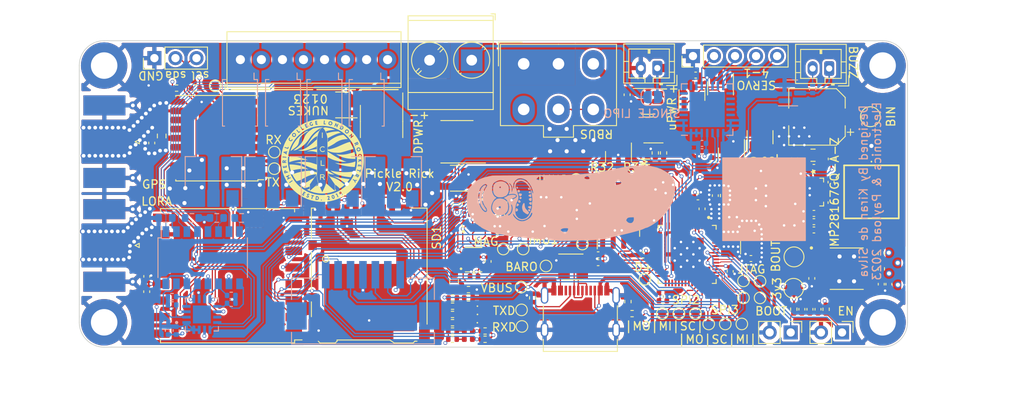
<source format=kicad_pcb>
(kicad_pcb (version 20221018) (generator pcbnew)
  (layers (0 "F.Cu" signal) (1 "In1.Cu" power) (2 "In2.Cu" power) (31 "B.Cu" signal) (34 "B.Paste" user) (35 "F.Paste" user) (36 "B.SilkS" user "B.Silkscreen") (37 "F.SilkS" user "F.Silkscreen") (38 "B.Mask" user) (39 "F.Mask" user) (44 "Edge.Cuts" user))
  (net 0 "")
  (net 1 "+3V3")
  (net 2 "GND")
  (net 3 "+24V")
  (net 4 "Net-(12VLED1-A)")
  (net 5 "VBUS")
  (net 6 "Net-(U1-LNA_IN{slash}RF)")
  (net 7 "/CHIP_PU")
  (net 8 "Net-(C8-Pad1)")
  (net 9 "Net-(C12-Pad1)")
  (net 10 "Net-(U1-XTAL_N)")
  (net 11 "/HSPI_MOSI")
  (net 12 "/HSPI_SCLK")
  (net 13 "/HSPI_MISO")
  (net 14 "Net-(U7-REGOUT)")
  (net 15 "/SD1_DET")
  (net 16 "Net-(U8-CAP)")
  (net 17 "Net-(C14-Pad1)")
  (net 18 "Net-(U11-EN)")
  (net 19 "/power/BB_VCC")
  (net 20 "/power/RBUS_3.3V_IN")
  (net 21 "/BOOT")
  (net 22 "Net-(U11-OC)")
  (net 23 "/Buzzer")
  (net 24 "/nukes/Nuke1")
  (net 25 "/nukes/Nuke3")
  (net 26 "/nukes/Nuke2")
  (net 27 "/nukes/Nuke4")
  (net 28 "/power/BB_IN")
  (net 29 "Net-(U11-SW1)")
  (net 30 "Net-(U11-SW2)")
  (net 31 "/SDA")
  (net 32 "/SCL")
  (net 33 "/BARO_CS")
  (net 34 "/SD1_CS")
  (net 35 "/SD2_CS")
  (net 36 "/LORA_CS")
  (net 37 "/MAG_CS")
  (net 38 "/IMU1_CS")
  (net 39 "/IMU2_CS")
  (net 40 "/nukes/Cont1")
  (net 41 "/nukes/Cont3")
  (net 42 "/power/BB_OUT")
  (net 43 "/nukes/Cont2")
  (net 44 "/nukes/Cont4")
  (net 45 "Net-(C49-Pad1)")
  (net 46 "/CAN+")
  (net 47 "/CAN-")
  (net 48 "/Data-")
  (net 49 "/GPS/RXD")
  (net 50 "/GPS/TXD")
  (net 51 "/CAN_TX")
  (net 52 "/CAN_RX")
  (net 53 "/Data+")
  (net 54 "/BattVolt")
  (net 55 "/LORA_INT")
  (net 56 "/SD2_DET")
  (net 57 "Net-(JP3-B)")
  (net 58 "Net-(D1-A)")
  (net 59 "Net-(D2-A)")
  (net 60 "/LORA_RESET")
  (net 61 "/VSPI_SCLK")
  (net 62 "/VSPI_MISO")
  (net 63 "Net-(D3-A)")
  (net 64 "/TXD")
  (net 65 "/RXD")
  (net 66 "/VSPI_MOSI")
  (net 67 "Net-(D4-A)")
  (net 68 "Net-(D5-A)")
  (net 69 "/nukes/SERVO1")
  (net 70 "/nukes/SERVO2")
  (net 71 "/nukes/SERVO3")
  (net 72 "/nukes/SERVO4")
  (net 73 "Net-(D7-K)")
  (net 74 "Net-(D8-K)")
  (net 75 "Net-(D9-K)")
  (net 76 "Net-(D10-K)")
  (net 77 "/CAN-BUS/Vref")
  (net 78 "Net-(J2-Pin_1)")
  (net 81 "Net-(J5-CC1)")
  (net 83 "Net-(J5-CC2)")
  (net 84 "Net-(R19-Pad1)")
  (net 85 "Net-(R20-Pad1)")
  (net 86 "Net-(R23-Pad1)")
  (net 87 "Net-(R24-Pad1)")
  (net 89 "Net-(J10-In)")
  (net 90 "Net-(J11-In)")
  (net 91 "/power/FBIn")
  (net 92 "Net-(U1-XTAL_P)")
  (net 93 "Net-(Q6-G)")
  (net 94 "/JTAG_MTCK")
  (net 95 "/JTAG_MTDO")
  (net 96 "/JTAG_MTDI")
  (net 97 "/JTAG_MTMS")
  (net 98 "Net-(Q7-G)")
  (net 99 "Net-(Q8-G)")
  (net 100 "Net-(Q9-G)")
  (net 101 "/power/RBUS_24V_IN")
  (net 102 "Net-(Q10-G)")
  (net 103 "Net-(U1-U0TXD{slash}PROG{slash}GPIO43)")
  (net 104 "Net-(USBLED1-A)")
  (net 105 "Net-(U19-VCC_RF)")
  (net 106 "Net-(U20-Rs)")
  (net 107 "/power/BB_ALT")
  (net 108 "Net-(U11-BST1)")
  (net 109 "Net-(U11-BST2)")
  (net 110 "/power/BB_FB")
  (net 111 "Net-(R40-Pad2)")
  (net 112 "/power/BB_SCL")
  (net 113 "/power/BB_SDA")
  (net 114 "Net-(U19-~{RESET})")
  (net 142 "/power/Deploy_Lipo+")
  (net 143 "/power/UC_Lipo+")
  (net 144 "/nukes/Nuke1-")
  (net 145 "/nukes/Nuke3-")
  (net 146 "/nukes/Nuke2-")
  (net 147 "/nukes/Nuke4-")
  (footprint "Capacitor_SMD:C_0402_1005Metric" (layer "F.Cu") (at 174.425 64.15)
    (fp_text reference "C35" hide)
    (fp_text value "0.1uF")
  )
  (footprint "Capacitor_SMD:C_0402_1005Metric" (layer "F.Cu") (at 178.6 87.85 -90)
    (fp_text reference "C10" hide)
    (fp_text value "0.1uF")
  )
  (footprint "Capacitor_SMD:C_0402_1005Metric" (layer "F.Cu") (at 190.775 77.075 -90)
    (fp_text reference "C39" hide)
    (fp_text value "100nF")
  )
  (footprint "Inductor_SMD:L_0402_1005Metric" (layer "F.Cu") (at 178.6 83.8)
    (fp_text reference "L2" hide)
    (fp_text value "20nH")
  )
  (footprint "Capacitor_SMD:C_0402_1005Metric" (layer "F.Cu") (at 162.45 75.49 180)
    (fp_text reference "C53" hide)
    (fp_text value "DNP")
  )
  (footprint "Crystal:Crystal_SMD_2016-4Pin_2.0x1.6mm" (layer "F.Cu") (at 181 84.4 -90)
    (fp_text reference "Y1" hide)
    (fp_text value "40MHz±10ppm")
  )
  (footprint "LED_SMD:LED_0402_1005Metric" (layer "F.Cu") (at 146.975 95.05 180)
    (fp_text reference "D4" hide)
    (fp_text value "SD2_LED")
  )
  (footprint "Capacitor_SMD:C_0402_1005Metric" (layer "F.Cu") (at 185.25 80.9 -90)
    (fp_text reference "R40" hide)
    (fp_text value "806k")
  )
  (footprint "TestPoint:TestPoint_Pad_D1.0mm" (layer "F.Cu") (at 180.2 89)
    (fp_text reference "TP3" hide)
    (fp_text value "TestPoint")
  )
  (footprint "TestPoint:TestPoint_Pad_D1.0mm" (layer "F.Cu") (at 116.41 65.44)
    (fp_text reference "TP15" hide)
    (fp_text value "GPS_RESET")
  )
  (footprint "TestPoint:TestPoint_Pad_D1.0mm" (layer "F.Cu") (at 153.6 85.15)
    (fp_text reference "TP26" hide)
    (fp_text value "TestPoint")
  )
  (footprint "Resistor_SMD:R_0402_1005Metric" (layer "F.Cu") (at 149 95.05 180)
    (fp_text reference "R13" hide)
    (fp_text value "10k")
  )
  (footprint "Resistor_SMD:R_0402_1005Metric" (layer "F.Cu") (at 166.75 92.95)
    (fp_text reference "R9" hide)
    (fp_text value "499")
  )
  (footprint "iclr:MPLAL60504R7" (layer "F.Cu") (at 195.65 78.25 -90)
    (fp_text reference "L3" hide)
    (fp_text value "MPL-AL6050-4R7" hide)
  )
  (footprint "Capacitor_SMD:C_0805_2012Metric" (layer "F.Cu") (at 188.6 73.825 180)
    (fp_text reference "C36" hide)
    (fp_text value "22uF")
  )
  (footprint "Capacitor_SMD:C_0402_1005Metric" (layer "F.Cu") (at 162.65 85.85 180)
    (fp_text reference "C51" hide)
    (fp_text value "10uF")
  )
  (footprint "Package_TO_SOT_SMD:SOT-143" (layer "F.Cu") (at 159.63 87.31)
    (fp_text reference "D6" hide)
    (fp_text value "SP0503BAHT")
  )
  (footprint "RF_GPS:ublox_MAX" (layer "F.Cu") (at 116.61 71.77 180)
    (fp_text reference "U19" hide)
    (fp_text value "MAX-M10S")
  )
  (footprint "Capacitor_SMD:C_0402_1005Metric" (layer "F.Cu") (at 162.65 86.8 180)
    (fp_text reference "C50" hide)
    (fp_text value "100nF")
  )
  (footprint "Capacitor_SMD:C_0402_1005Metric" (layer "F.Cu") (at 148.62 78.73)
    (fp_text reference "C27" hide)
    (fp_text value "10uF")
  )
  (footprint "TestPoint:TestPoint_Pad_D1.0mm" (layer "F.Cu") (at 123.55 73.45)
    (fp_text reference "TP5" hide)
    (fp_text value "TestPoint")
  )
  (footprint "Capacitor_SMD:C_0402_1005Metric" (layer "F.Cu") (at 167.77 75.48)
    (fp_text reference "C54" hide)
    (fp_text value "DNP")
  )
  (footprint "LED_SMD:LED_0402_1005Metric" (layer "F.Cu") (at 146.9825 92.05 180)
    (fp_text reference "D5" hide)
    (fp_text value "PWR_LED")
  )
  (footprint "Resistor_SMD:R_0603_1608Metric" (layer "F.Cu") (at 145.25 89.05 -90)
    (fp_text reference "R10" hide)
    (fp_text value "5k")
  )
  (footprint "TestPoint:TestPoint_Pad_D1.0mm" (layer "F.Cu") (at 174.4 92.95)
    (fp_text reference "TP18" hide)
    (fp_text value "TestPoint")
  )
  (footprint "Connector_Card:microSD_HC_Hirose_DM3AT-SF-PEJM5" (layer "F.Cu") (at 135 88.1)
    (fp_text reference "J4" hide)
    (fp_text value "Micro_SD_Card_Det")
  )
  (footprint "TestPoint:TestPoint_Pad_D1.0mm" (layer "F.Cu") (at 151.2 85.15)
    (fp_text reference "TP27" hide)
    (fp_text value "TestPoint")
  )
  (footprint "Capacitor_SMD:C_0402_1005Metric" (layer "F.Cu") (at 188.7 75.3 180)
    (fp_text reference "C34" hide)
    (fp_text value "0.1uF")
  )
  (footprint "TestPoint:TestPoint_Pad_D1.0mm" (layer "F.Cu") (at 181.41 76.825)
    (fp_text reference "TP17" hide)
    (fp_text value "TestPoint")
  )
  (footprint "Package_SO:SOIC-8_3.9x4.9mm_P1.27mm" (layer "F.Cu") (at 136.5 69.75 -90)
    (fp_text reference "Q6" hide)
    (fp_text value "SI4143DY-T1-GE3")
  )
  (footprint "Capacitor_SMD:C_0402_1005Metric" (layer "F.Cu") (at 190.8 74.275 -90)
    (fp_text reference "R27" hide)
    (fp_text value "499k")
  )
  (footprint "TestPoint:TestPoint_Pad_D1.0mm" (layer "F.Cu") (at 123.55 75.45)
    (fp_text reference "TP6" hide)
    (fp_text value "TestPoint")
  )
  (footprint "Capacitor_SMD:C_0402_1005Metric" (layer "F.Cu") (at 184.15 77.6 180)
    (fp_text reference "R37" hide)
    (fp_text value "37.4k")
  )
  (footprint "Capacitor_SMD:CP_Elec_6.3x9.9" (layer "F.Cu") (at 189.075 69.2 180)
    (fp_text reference "C38" hide)
    (fp_text value "100uF")
  )
  (footprint "Connector_PinHeader_2.54mm:PinHeader_1x02_P2.54mm_Vertical" (layer "F.Cu") (at 185.9 95.225 -90)
    (fp_text reference "BOOTJUMPER1" hide)
    (fp_text value "Conn_01x02_Male")
  )
  (footprint "Resistor_SMD:R_0402_1005Metric" (layer "F.Cu") (at 145.065 93.05)
    (fp_text reference "R3" hide)
    (fp_text value "470")
  )
  (footprint "Jumper:SolderJumper-2_P1.3mm_Open_RoundedPad1.0x1.5mm" (layer "F.Cu") (at 169.096197 79.62048 -90)
    (fp_text reference "JP3" hide)
    (fp_text value "TermJP")
  )
  (footprint "Capacitor_SMD:C_0402_1005Metric" (layer "F.Cu") (at 183.385 75.275)
    (fp_text reference "R43" hide)
    (fp_text value "10k")
  )
  (footprint "Capacitor_SMD:C_0402_1005Metric" (layer "F.Cu") (at 188.705 80.85 180)
    (fp_text reference "C41" hide)
    (fp_text value "0.1uF")
  )
  (footprint "Capacitor_SMD:C_0402_1005Metric" (layer "F.Cu") (at 147.662749 88.437749 180)
    (fp_text reference "C15" hide)
    (fp_text value "100nF")
  )
  (footprint "Capacitor_SMD:C_0402_1005Metric" (layer "F.Cu") (at 184.15 78.55 180)
    (fp_text reference "C33" hide)
    (fp_text value "22nF")
  )
  (footprint "Capacitor_SMD:C_0402_1005Metric" (layer "F.Cu") (at 186.375 74.25 90)
    (fp_text reference "C30" hide)
    (fp_text value "22nF")
  )
  (footprint "TestPoint:TestPoint_Pad_D2.0mm" (layer "F.Cu") (at 195.525 69.175 -90)
    (fp_text reference "TP10" hide)
    (fp_text value "TestPoint")
  )
  (footprint "TestPoint:TestPoint_Pad_D1.0mm" (layer "F.Cu") (at 168.3 88.8 -90)
    (fp_text reference "TP8" hide)
    (fp_text value "TestPoint")
  )
  (footprint "Capacitor_SMD:C_0402_1005Metric" (layer "F.Cu") (at 150.5 79.625 180)
    (fp_text reference "C23" hide)
    (fp_text value "0.47uF")
  )
  (footprint "TestPoint:TestPoint_Pad_D1.0mm" (layer "F.Cu") (at 172.4 92.95)
    (fp_text reference "TP14" hide)
    (fp_text value "TestPoint")
  )
  (footprint "Resistor_SMD:R_0603_1608Metric" (layer "F.Cu") (at 163.12 76.73)
    (fp_text reference "R32")
    (fp_text value "60")
  )
  (footprint "Connector_Coaxial:SMA_Molex_73251-1153_EdgeMount_Horizontal" (layer "F.Cu") (at 104.74 84.72)
    (fp_text reference "J11" hide)
    (fp_text value "Conn_Coaxial")
  )
  (footprint "Package_TO_SOT_SMD:SOT-23" (layer "F.Cu") (at 168.8125 70.775 180)
    (fp_text reference "Q9" hide)
    (fp_text value "DMP3099L")
  )
  (footprint "Resistor_SMD:R_0402_1005Metric" (layer "F.Cu") (at 154.75 91.05 90)
    (fp_text reference "R14" hide)
    (fp_text value "5.1k")
  )
  (footprint "Resistor_SMD:R_0603_1608Metric" (layer "F.Cu") (at 109.95 71.5 -90)
    (fp_text reference "R30" hide)
    (fp_text value "10")
  )
  (footprint "Capacitor_SMD:C_0402_1005Metric" (layer "F.Cu") (at 187.25 92.425 90)
    (fp_text reference "C9" hide)
    (fp_text value "0.1uF")
  )
  (footprint "Capacitor_SMD:C_0402_1005Metric" (layer "F.Cu") (at 170.47 91.4)
    (fp_text reference "C3" hide)
    (fp_text value "10uF")
  )
  (footprint "Resistor_SMD:R_0402_1005Metric" (layer "F.Cu") (at 114.01 65.71)
    (fp_text reference "R35" hide)
    (fp_text value "4.7k")
  )
  (footprint "Resistor_SMD:R_0402_1005Metric" (layer "F.Cu") (at 149 96.05 180)
    (fp_text reference "R12" hide)
    (fp_text value "10k")
  )
  (footprint "Capacitor_SMD:C_0402_1005Metric" (layer "F.Cu") (at 166.15 66.525 -90)
    (fp_text reference "C29" hide)
    (fp_text value "0.1uF")
  )
  (footprint "TestPoint:TestPoint_Pad_D1.0mm" (layer "F.Cu") (at 160 76.75)
    (fp_text reference "TP25" hide)
    (fp_text value "TestPoint")
  )
  (footprint "TerminalBlock_TE-Connectivity:TerminalBlock_TE_282834-8_1x08_P2.54mm_Horizontal" (layer "F.Cu") (at 119.45 62.28)
    (fp_text reference "J6" hide)
    (fp_text value "Screw_Terminal_01x08")
  )
  (footprint "Capacitor_SMD:C_0402_1005Metric" (layer "F.Cu") (at 184.15 79.525 180)
    (fp_text reference "R42" hide)
    (fp_text value "143k")
  )
  (footprint "Capacitor_SMD:C_0402_1005Metric" (layer "F.Cu") (at 170.47 90.4)
    (fp_text reference "C6" hide)
    (fp_text value "1uF")
  )
  (footprint "Package_TO_SOT_SMD:SOT-23" (layer "F.Cu") (at 178.75 73.6 -90)
    (fp_text reference "Q10" hide)
    (fp_text value "DMP3099L")
  )
  (footprint "Connector_PinHeader_2.54mm:PinHeader_1x03_P2.54mm_Vertical" (layer "F.Cu") (at 109.07 62.1 90)
    (fp_text reference "J12" hide)
    (fp_text value "Conn_01x03_Male")
  )
  (footprint "Capacitor_SMD:C_0402_1005Metric" (layer "F.Cu") (at 197.756186 89.394508 90)
    (fp_text reference "C46" hide)
    (fp_text value "0.1uF")
  )
  (footprint "TestPoint:TestPoint_Pad_D1.0mm" (layer "F.Cu") (at 180 94.2)
    (fp_text reference "TP21" hide)
    (fp_text value "TestPoint")
  )
  (footprint "Resistor_SMD:R_0402_1005Metric" (layer "F.Cu") (at 145.0725 92.05 180)
    (fp_text reference "R7" hide)
    (fp_text value "470")
  )
  (footprint "Resistor_SMD:R_0603_1608Metric" (layer "F.Cu") (at 167.1 76.72)
    (fp_text reference "R33")
    (fp_text value "60")
  )
  (footprint "Capacitor_SMD:C_0402_1005Metric" (layer "F.Cu") (at 183.385 76.25)
    (fp_text reference "R44" hide)
    (fp_text value "10k")
  )
  (footprint "TestPoint:TestPoint_Pad_D1.0mm" (layer "F.Cu") (at 160.75 84.55 -90)
    (fp_text reference "TP7" hide)
    (fp_text value "TestPoint")
  )
  (footprint "Resistor_SMD:R_0402_1005Metric" (layer "F.Cu") (at 145.065 94.05)
    (fp_text reference "R2" hide)
    (fp_text value "470")
  )
  (footprint "iclr:SOIC127P599X175-9N" (layer "F.Cu") (at 192.665 87.525)
    (fp_text reference "U16" hide)
    (fp_text value "SC4215")
  )
  (footprint "Resistor_SMD:R_0402_1005Metric" (layer "F.Cu") (at 190.175 92.425 -90)
    (fp_text reference "R1" hide)
    (fp_text value "10K")
  )
  (footprint "Capacitor_SMD:C_0402_1005Metric" (layer "F.Cu") (at 156.044998 78.3 180)
    (fp_text reference "C21" hide)
    (fp_text value "10uF")
  )
  (footprint "LED_SMD:LED_0402_1005Metric" (layer "F.Cu") (at 146.975 94.05 180)
    (fp_text reference "D1" hide)
    (fp_text value "RX_LED")
  )
  (footprint "MountingHole:MountingHole_3.2mm_M3_DIN965_Pad" (layer "F.Cu") (at 197 94)
    (fp_text reference "H3" hide)
    (fp_text value "MountingHole_Pad")
  )
  (footprint "Capacitor_SMD:C_0402_1005Metric" (layer "F.Cu") (at 188.45 88.7 -90)
    (fp_text reference "C44" hide)
    (fp_text value "4.7uF")
  )
  (footprint "TestPoint:TestPoint_Pad_D1.0mm" (layer "F.Cu") (at 153.45 94.5)
    (fp_text reference "TP22" hide)
    (fp_text value "TestPoint")
  )
  (footprint "Connector_Molex:Molex_Mini-Fit_Jr_5566-06A_2x03_P4.20mm_Vertical" (layer "F.Cu") (at 153.66 62.79)
    (fp_text reference "J1" hide)
    (fp_text value "RBUS")
  )
  (footprint "Connector_JST:JST_PH_B2B-PH-K_1x02_P2.00mm_Vertical" (layer "F.Cu") (at 190.55 63.35 180)
    (fp_text reference "J2" hide)
    (fp_text value "Conn_01x02_Male")
  )
  (footprint "Capacitor_SMD:C_0402_1005Metric" (layer "F.Cu") (at 176.8 78.7 -90)
    (fp_text reference "C12" hide)
    (fp_text value "4.2pF")
  )
  (footprint "Connector_USB:USB_C_Receptacle_Palconn_UTC16-G" (layer "F.Cu") (at 160.5 92.675)
    (fp_text reference "J5" hide)
    (fp_text value "USB_C_Receptacle_USB2.0")
  )
  (footprint "Capacitor_SMD:C_0402_1005Metric" (layer "F.Cu") (at 181.1 86.3 180)
    (fp_text reference "C13" hide)
    (fp_text value "C")
  )
  (footprint "Resistor_SMD:R_0402_1005Metric" (layer "F.Cu") (at 146.99 90.05 180)
    (fp_text reference "12VLED1" hide)
    (fp_text value "12V_LED")
  )
  (footprint "Resistor_SMD:R_0402_1005Metric" (layer "F.Cu") (at 196.846186 85.687223 90)
    (fp_text reference "R29" hide)
    (fp_text value "10k")
  )
  (footprint "Capacitor_SMD:C_0402_1005Metric" (layer "F.Cu") (at 187.275 83.68 90)
    (fp_text reference "C47" hide)
    (fp_text value "22uF")
  )
  (footprint "Connector_PinHeader_2.54mm:PinHeader_1x05_P2.54mm_Vertical" (layer "F.Cu") (at 174.1 61.85 90)
    (fp_text reference "J7" hide)
    (fp_text value "Conn_01x05_Male")
  )
  (footprint "Capacitor_SMD:C_0402_1005Metric" (layer "F.Cu") (at 157.87 78.3 180)
    (fp_text reference "C22" hide)
    (fp_text value "100nF")
  )
  (footprint "Capacitor_SMD:C_0402_1005Metric" (layer "F.Cu") (at 150.5 83 180)
    (fp_text reference "C24" hide)
    (fp_text value "10nF")
  )
  (footprint "Resistor_SMD:R_0402_1005Metric" (layer "F.Cu") (at 169.55 73.55 90)
    (fp_text reference "R26" hide)
    (fp_text value "10k")
  )
  (footprint "Capacitor_SMD:C_0402_1005Metric" (layer "F.Cu") (at 108.75 72.35 -90)
    (fp_text reference "C49" hide)
    (fp_text value "10nF")
  )
  (footprint "TestPoint:TestPoint_Pad_D2.0mm" (layer "F.Cu") (at 186.3 86.1)
    (fp_text reference "TP13" hide)
    (fp_text value "TestPoint")
  )
  (footprint "Package_SO:SOIC-8_3.9x4.9mm_P1.27mm" (layer "F.Cu") (at 165.101197 81.67548 90)
    (fp_text reference "U20" hide)
    (fp_text value "SN65HVD230")
  )
  (footprint "iclr:QFN300X300X100-16N" (layer "F.Cu") (at 157.97 81)
    (fp_text reference "U6" hide)
    (fp_text value "H3LIS331DLTR")
  )
  (footprint "iclr:MP28167GQ-A-Z" (layer "F.Cu") (at 188.2 78.275 -90)
    (fp_text reference "U11" hide)
    (fp_text value "MP28167GQ-A-Z")
  )
  (footprint "Capacitor_SMD:C_0402_1005Metric" (layer "F.Cu") (at 185.325 83.68 90)
    (fp_text reference "C57" hide)
    (fp_text value "22uF")
  )
  (footprint "Resistor_SMD:R_0402_1005Metric" (layer "F.Cu") (at 145.09 91.05)
    (fp_text reference "R16" hide)
    (fp_text value "470")
  )
  (footprint "TestPoint:TestPoint_Pad_D1.0mm" (layer "F.Cu") (at 182.2 91.05 -90)
    (fp_text reference "TP2" hide)
    (fp_text value "TestPoint")
  )
  (footprint "Capacitor_SMD:C_0402_1005Metric" (layer "F.Cu") (at 186.6 81 -90)
    (fp_text reference "C32" hide)
    (fp_text value "1uF")
  )
  (footprint "Package_TO_SOT_SMD:TSOT-23-6" (layer "F.Cu") (at 177.425 65.75 -90)
    (fp_text reference "U9" hide)
    (fp_text value "LTC4412xS6")
  )
  (footprint "RF_Module:HOPERF_RFM9XW_SMD" (layer "F.Cu") (at 117.9 88.375 180)
    (fp_text reference "U21" hide)
    (fp_text value "RFM95W-868S2")
  )
  (footprint "Resistor_SMD:R_0402_1005Metric" (layer "F.Cu") (at 170.55 73.55 -90)
    (fp_text reference "R25" hide)
    (fp_text value "80k")
  )
  (footprint "Capacitor_SMD:C_0402_1005Metric" (layer "F.Cu") (at 184.3 80.9 -90)
    (fp_text reference "R41" hide)
    (fp_text value "430k")
  )
  (footprint "Capacitor_SMD:C_0402_1005Metric" (layer "F.Cu") (at 149.362749 86.65 -90)
    (fp_text reference "C16" hide)
    (fp_text value "100nF")
  )
  (footprint "Inductor_SMD:L_0402_1005Metric" (layer "F.Cu") (at 174.2 80.3 -90)
    (fp_text reference "L1" hide)
    (fp_text value "2.0nH")
  )
  (footprint "Capacitor_SMD:C_0402_1005Metric" (layer "F.Cu") (at 188.705 81.85 180)
    (fp_text reference "C42" hide)
    (fp_text value "22uF")
  )
  (footprint "Resistor_SMD:R_0402_1005Metric" (layer "F.Cu") (at 146.99 91.05 180)
    (fp_text reference "USBLED1" hide)
    (fp_text value "USB_LED")
  )
  (footprint "Resistor_SMD:R_0402_1005Metric" (layer "F.Cu") (at 145.065 96.05)
    (fp_text reference "R4" hide)
    (fp_text value "470")
  )
  (footprint "Resistor_SMD:R_0402_1005Metric" (layer "F.Cu") (at 196.846186 87.547223 90)
    (fp_text reference "R28" hide)
    (fp_text value "56k")
  )
  (footprint "MountingHole:MountingHole_3.2mm_M3_DIN965_Pad" (layer "F.Cu") (at 103 63)
    (fp_text reference "H4" hide)
    (fp_text value "MountingHole_Pad")
  )
  (footprint "Connector_PinHeader_2.54mm:PinHeader_1x02_P2.54mm_Vertical" (layer "F.Cu") (at 192.1 95.225 -90)
    (fp_text reference "ENJUMPER1" hide)
    (fp_text value "Conn_01x02_Male")
  )
  (footprint "iclr:QFN40P700X700X90-57N" (layer "F.Cu") (at 173.4 85.8 -90)
    (fp_text reference "U1" hide)
    (fp_text value "ESP32-S3")
  )
  (footprint "Capacitor_SMD:C_0402_1005Metric" (layer "F.Cu") (at 178.6 80.8)
    (fp_text reference "C5" hide)
    (fp_text value "10nF")
  )
  (footprint "Package_SO:SOIC-8_3.9x4.9mm_P1.27mm" (layer "F.Cu") (at 145.6 72.2 180)
    (fp_text reference "Q7" hide)
    (fp_text value "SI4143DY-T1-GE3")
  )
  (footprint "MountingHole:MountingHole_3.2mm_M3_DIN965_Pad" (layer "F.Cu") (at 197 63)
    (fp_text reference "H1" hide)
    (fp_text value "MountingHole_Pad")
  )
  (footprint "Capacitor_SMD:C_0402_1005Metric" (layer "F.Cu") (at 174.7 78.85)
    (fp_text reference "C7" hide)
    (fp_text value "0.1uF")
  )
  (footprint "LED_SMD:LED_0402_1005Metric" (layer "F.Cu") (at 146.975 96.05 180)
    (fp_text reference "D3" hide)
    (fp_text value "SD1_LED")
  )
  (footprint "Capacitor_SMD:C_0402_1005Metric" (layer "F.Cu") (at 178.6 81.8)
    (fp_text reference "C1" hide)
    (fp_text value "1uF")
  )
  (footprint "Capacitor_SMD:C_0402_1005Metric" (layer "F.Cu") (at 196.836186 89.394508 90)
    (fp_text reference "C45" hide)
    (fp_text value "10uF")
  )
  (footprint "Capacitor_SMD:C_0402_1005Metric" (layer "F.Cu") (at 185.125 74.65 -90)
    (fp_text reference "R36" hide)
    (fp_text value "10k")
  )
  (footprint "Capacitor_SMD:C_0402_1005Metric" (layer "F.Cu") (at 189.2 92.425 90)
    (fp_text reference "C4" hide)
    (fp_text value "0.1uF")
  )
  (footprint "Capacitor_SMD:C_0402_1005Metric" (layer "F.Cu") (at 188.705 82.85 180)
    (fp_text reference "C43" hide)
    (fp_text value "22uF")
  )
  (footprint "TestPoint:TestPoint_Pad_D2.0mm" (layer "F.Cu") (at 186.25 89.9)
    (fp_text reference "TP11" hide)
    (fp_text value "TestPoint")
  )
  (footprint "TestPoint:TestPoint_Pad_D1.0mm" (layer "F.Cu") (at 170.4 92.95)
    (fp_text reference "TP12" hide)
    (fp_text value "TestPoint")
  )
  (footprint "Package_TO_SOT_SMD:TSOT-23-6" (layer "F.Cu") (at 131.75 67.75 180)
    (fp_text reference "U14" hide)
    (fp_text value "LTC4412xS6")
  )
  (footprint "iclr:PQFN50P300X300X80-16N" (layer "F.Cu") (at 153.2 81 90)
    (fp_text reference "U7" hide)
    (fp_text value "ICM-20608-G")
  )
  (footprint "Capacitor_SMD:C_0402_1005Metric" (layer "F.Cu") (at 165.106197 76.92548 90)
    (fp_text reference "C52" hide)
    (fp_text value "47nF")
  )
  (footprint "LED_SMD:LED_0402_1005Metric" (layer "F.Cu") (at 146.99 93.05 180)
    (fp_text reference "D2" hide)
    (fp_text value "TX_LED")
  )
  (footprint "Connector_JST:JST_PH_B2B-PH-K_1x02_P2.00mm_Vertical" (layer "F.Cu") (at 169.8 63.3 180)
    (fp_text reference "J9" hide)
    (fp_text value "UCLipo")
  )
  (footprint "Connector_Coaxial:SMA_Molex_73251-1153_EdgeMount_Horizontal" (layer "F.Cu") (at 104.75 72.19)
    (fp_text reference "J10" hide)
    (fp_text value "Conn_Coaxial")
  )
  (footprint "Package_TO_SOT_SMD:SOT-23" (layer "F.Cu") (at 165.106197 74.02048 -90)
    (fp_text reference "D11" hide)
    (fp_text value "SM712_SOT23")
  )
  (footprint "Package_TO_SOT_SMD:TSOT-23-6" (layer "F.Cu") (at 168.6875 67.325)
    (fp_text reference "U10" hide)
    (fp_text value "LTC4412xS6")
  )
  (footprint "TestPoint:TestPoint_Pad_D1.0mm" (layer "F.Cu") (at 153.35 89.75)
    (fp_text reference "TP9" hide)
    (fp_text value "TestPoint")
  )
  (footprint "Capacitor_SMD:C_0402_1005Metric" (layer "F.Cu") (at 150.05 81.1 90)
    (fp_text reference "C25" hide)
    (fp_text value "0.1uF")
  )
  (footprint "TestPoint:TestPoint_Pad_D1.0mm" (layer "F.Cu") (at 180.2 91.05)
    (fp_text reference "TP1" hide)
    (fp_text value "TestPoint")
  )
  (footprint "TestPoint:TestPoint_Pad_D1.0mm" (layer "F.Cu") (at 182.2 89.05)
    (fp_text reference "TP4" hide)
    (fp_text value "TestPoint")
  )
  (footprint "Capacitor_SMD:C_0402_1005Metric" (layer "F.Cu") (at 180.9 82.5)
    (fp_text reference "C14" hide)
    (fp_text value "C")
  )
  (footprint "Capacitor_SMD:C_0402_1005Metric" (layer "F.Cu") (at 186.3 83.68 90)
    (fp_text reference "C48" hide)
    (fp_text value "22uF")
  )
  (footprint "Capacitor_SMD:C_0402_1005Metric" (layer "F.Cu") (at 175.2 80.3 90)
    (fp_text reference "C8" hide)
    (fp_text value "0.1uF")
  )
  (footprint "iclr:Write_Pad" (layer "F.Cu") (at 182.68 79.14)
    (fp_text reference "REF**" hide)
    (fp_text value "Write_Pad" hide)
  )
  (footprint "iclr:PQFN50P300X300X100-16N" (layer "F.Cu") (at 147.75 81 90)
    (fp_text reference "U8" hide)
    (fp_text value "MMC5983MA")
  )
  (footprint "MountingHole:MountingHole_3.2mm_M3_DIN965_Pad" (layer "F.Cu") (at 103 94)
    (fp_text reference "H2" hide)
    (fp_text value "MountingHole_Pad")
  )
  (footprint "TerminalBlock_Phoenix:TerminalBlock_Phoenix_MKDS-3-2-5.08_1x02_P5.08mm_Horizontal" (layer "F.Cu") (at 147.38 62.35 180)
    (fp_text reference "J8" hide)
    (fp_text value "DeployLipo")
  )
  (footprint "TestPoint:TestPoint_Pad_D1.0mm" (layer "F.Cu") (at 176 94.2)
    (fp_text reference "TP19" hide)
    (fp_text value "TestPoint")
  )
  (footprint "TestPoint:TestPoint_Pad_D1.0mm" (layer "F.Cu") (at 153.4 92.5)
    (fp_text reference "TP23" hide)
    (fp_text value "TestPoint")
  )
  (footprint "TestPoint:TestPoint_Pad_D1.0mm" (layer "F.Cu") (at 178 94.2)
    (fp_text reference "TP20" hide)
    (fp_text value "TestPoint")
  )
  (footprint "Package_TO_SOT_SMD:TSOT-23-6" (layer "F.Cu") (at 145.6 76.6 180)
    (fp_text reference "U17" hide)
    (fp_text value "LTC4412xS6")
  )
  (footprint "iclr:XDCR_DPS310" (layer "F.Cu") (at 147.612749 86.437749 180)
    (fp_text reference "U2" hide)
    (fp_text value "DPS310")
  )
  (footprint "iclr:iclr_logo_estd2018_10mm" (layer "F.Cu") (at 129.36 74.46)
    (fp_text reference "G***" hide)
    (fp_text value "LOGO" hide)
  )
  (footprint "Resistor_SMD:R_0402_1005Metric" (layer "F.Cu") (at 177.8 78.7 90)
    (fp_text reference "R8" hide)
    (fp_text value "47.5")
  )
  (footprint "Resistor_SMD:R_0402_1005Metric" (layer "F.Cu") (at 111.75 65.72 180)
    (fp_text reference "R34" hide)
    (fp_text value "4.7k")
  )
  (footprint "Package_TO_SOT_SMD:SOT-23" (layer "F.Cu") (at 173.975 66.5625 90)
    (fp_text reference "Q8" hide)
    (fp_text value "DMP3099L")
  )
  (footprint "Capacitor_SMD:C_0402_1005Metric" (layer "F.Cu") (at 188.225 92.425 90)
    (fp_text reference "C2" hide)
    (fp_text value "1uF")
  )
  (footprint "Resistor_SMD:R_0402_1005Metric" (layer "F.Cu") (at 166.25 91.5 -90)
    (fp_text reference "R15" hide)
    (fp_text value "5.1k")
  )
  (footprint "TestPoint:TestPoint_Pad_D1.0mm" (layer "F.Cu") (at 181.41 74.775)
    (fp_text reference "TP16" hide)
    (fp_text value "TestPoint")
  )
  (footprint "Capacitor_SMD:C_0402_1005Metric" (layer "F.Cu") (at 108.14 90.3 -90)
    (fp_text reference "C56" hide)
    (fp_text value "100nF")
  )
  (footprint "Capacitor_SMD:C_0402_1005Metric" (layer "F.Cu") (at 190.775 79.55 90)
    (fp_text reference "C40" hide)
    (fp_text value "100nF")
  )
  (footprint "TestPoint:TestPoint_Pad_D1.0mm" (layer "F.Cu") (at 156.35 87.2)
    (fp_text reference "TP28" hide)
    (fp_text value "TestPoint")
  )
  (footprint "Capacitor_SMD:C_0402_1005Metric" (layer "F.Cu") (at 176.55 74.6 -90)
    (fp_text reference "C31" hide)
    (fp_text value "0.1uF")
  )
  (footprint "Capacitor_SMD:C_0402_1005Metric" (layer "F.Cu") (at 168.07 85.875 180)
    (fp_text reference "C11" hide)
    (fp_text value "0.1uF")
  )
  (footprint "Capacitor_SMD:C_0402_1005Metric" (layer "F.Cu") (at 150.975 81.1 90)
    (fp_text reference "C26" hide)
    (fp_text value "2.2uF")
  )
  (footprint "Resistor_SMD:R_0402_1005Metric" (layer "F.Cu") (at 145.065 95.05)
    (fp_text reference "R5" hide)
    (fp_text value "470")
  )
  (footprint "Inductor_SMD:L_0402_1005Metric" (layer "F.Cu") (at 110.2 69.05 90)
    (fp_text reference "L4" hide)
    (fp_text value "27nH")
  )
  (footprint "Resistor_SMD:R_0402_1005Metric" (layer "F.Cu") (at 186.275 92.415 -90)
    (fp_text reference "R6" hide)
    (fp_text value "10K")
  )
  (footprint "Resistor_SMD:R_0603_1608Metric" (layer "F.Cu") (at 161.65 79.45 -90)
    (fp_text reference "R31" hide)
    (fp_text value "0")
  )
  (footprint "Capacitor_SMD:C_0402_1005Metric" (layer "F.Cu") (at 108.15 88.45 90)
    (fp_text reference "C55" hide)
    (fp_text value "10uF")
  )
  (footprint "Capacitor_SMD:C_0402_1005Metric" (layer "F.Cu") (at 145.5 79.75 90)
    (fp_text reference "C28" hide)
    (fp_text value "1uF")
  )
  (footprint "Package_TO_SOT_SMD:TSOT-23-6" (layer "F.Cu") (at 182.2 71.65 90)
    (fp_text reference "U22" hide)
    (fp_text value "LTC4412xS6")
  )
  (footprint "iclr:pickle_ric" (layer "B.Cu") (at 159.19 79.85 -90)
    (fp_text reference "G***" hide)
    (fp_text value "LOGO" hide)
  )
  (footprint "Package_TO_SOT_SMD:SOT-223" (layer "B.Cu") (at 123.4 75.9 90)
    (fp_text reference "Q3" hide)
    (fp_text value "NCV8415STT1G")
  )
  (footprint "Package_DFN_QFN:QFN-28-1EP_6x6mm_P0.65mm_EP4.25x4.25mm" (layer "B.Cu") (at 175.81 68.31)
    (fp_text reference "U5" hide)
    (fp_text value "PCA9685BS")
  )
  (footprint "Package_TO_SOT_SMD:SOT-23" (layer "B.Cu") (at 186.1 66.3)
    (fp_text reference "Q1" hide)
    (fp_text value "PMV20ENR")
  )
  (footprint "Capacitor_SMD:C_0402_1005Metric" (layer "B.Cu") (at 175.2 72.4 180)
    (fp_text reference "C19" hide)
    (fp_text value "10uF")
  )
  (footprint "Package_TO_SOT_SMD:TO-277B" (layer "B.Cu") (at 134.7 67.5 180)
    (fp_text reference "D10" hide)
    (fp_text value "D_Schottky")
  )
  (footprint "Resistor_SMD:R_0603_1608Metric" (layer "B.Cu") (at 113.6 81.4)
    (fp_text reference "R20" hide)
    (fp_text value "1K")
  )
  (footprint "Package_TO_SOT_SMD:TO-277B" (layer "B.Cu") (at 124.6 67.5 180)
    (fp_text reference "D8" hide)
    (fp_text value "D_Schottky")
  )
  (footprint "Resistor_SMD:R_0402_1005Metric" (layer "B.Cu") (at 118.35 90.75)
    (fp_text reference "R21" hide)
    (fp_text value "500")
  )
  (footprint "Resistor_SMD:R_0402_1005Metric" (layer "B.Cu") (at 111.2 90.9 180)
    (fp_text reference "R18" hide)
    (fp_text value "500")
  )
  (footprint "Resistor_SMD:R_0603_1608Metric" (layer "B.Cu") (at 116.6 81.4 180)
    (fp_text reference "R24" hide)
    (fp_text value "1K")
  )
  (footprint "Package_TO_SOT_SMD:SOT-223" (layer "B.Cu") (at 116.2 75.9 90)
    (fp_text reference "Q2" hide)
    (fp_text value "NCV8415STT1G")
  )
  (footprint "Resistor_SMD:R_0402_1005Metric" (layer "B.Cu") (at 188.55 65.8 -90)
    (fp_text reference "R11" hide)
    (fp_text value "1k")
  )
  (footprint "Package_SO:SOP-16_4.4x10.4mm_P1.27mm" (layer "B.Cu") (at 114.9 86.2 -90)
    (fp_text reference "U3" hide)
    (fp_text value "LTV-247")
  )
  (footprint "Package_TO_SOT_SMD:TO-277B" (layer "B.Cu") (at 119.4 67.5 180)
    (fp_text reference "D7" hide)
    (fp_text value "D_Schottky")
  )
  (footprint "Resistor_SMD:R_0402_1005Metric" (layer "B.Cu") (at 118.35 91.7)
    (fp_text reference "R22" hide)
    (fp_text value "500")
  )
  (footprint "Package_TO_SOT_SMD:TO-277B" (layer "B.Cu") (at 129.6 67.5 180)
    (fp_text reference "D9" hide)
    (fp_text value "D_Schottky")
  )
  (footprint "Capacitor_SMD:C_0402_1005Metric" (layer "B.Cu") (at 111.7 94.996 90)
    (fp_text reference "C17" hide)
    (fp_text value "10uF")
  )
  (footprint "Resistor_SMD:R_0402_1005Metric" (layer "B.Cu") (at 111.2 91.9 180)
    (fp_text reference "R17" hide)
    (fp_text value "500")
  )
  (footprint "Capacitor_SMD:C_0402_1005Metric" (layer "B.Cu") (at 175.2 73.4 180)
    (fp_text reference "C20" hide)
    (fp_text value "100nF")
  )
  (footprint "Package_TO_SOT_SMD:SOT-223" (layer "B.Cu") (at 137.9 75.9 90)
    (fp_text reference "Q5" hide)
    (fp_text value "NCV8415STT1G")
  )
  (footprint "Package_TO_SOT_SMD:SOT-223" (layer "B.Cu") (at 130.7 75.9 90)
    (fp_text reference "Q4" hide)
    (fp_text value "NCV8415STT1G")
  )
  (footprint "Resistor_SMD:R_0603_1608Metric" (layer "B.Cu") (at 119.6 81.4)
    (fp_text reference "R23" hide)
    (fp_text value "1K")
  )
  (footprint "iclr:QFN65P400X400X100-17N" (layer "B.Cu") (at 114.8 93.05)
    (fp_text reference "U4" hide)
    (fp_text value "PCA9534RGVR")
  )
  (footprint "Capacitor_SMD:C_0402_1005Metric" (layer "B.Cu") (at 110.75 94.996 90)
    (fp_text reference "C18" hide)
    (fp_text value "100nF")
  )
  (footprint "Resistor_SMD:R_0603_1608Metric" (layer "B.Cu") (at 110.4 81.4 180)
    (fp_text reference "R19" hide)
    (fp_text value "1K")
  )
  (footprint "iclr:292227-7" (layer "B.Cu") (at 129.75 88.25)
    (fp_text reference "J3" hide)
    (fp_text value "292227-7" hide)
  )
  (footprint "Jumper:SolderJumper-2_P1.3mm_Open_RoundedPad1.0x1.5mm" (layer "B.Cu") (at 169.25 66.8)
    (fp_text reference "JP2" hide)
    (fp_text value "SolderJumper_2_Open")
  )
  (gr_line (start 123.533333 65.9) (end 128.183333 65.9) (stroke (width 0.15)) (layer "F.SilkS"))
  (gr_line (start 128.691666 65.9) (end 133.341666 65.9) (stroke (width 0.15)) (layer "F.SilkS"))
  (gr_line (start 133.85 65.9) (end 138.5 65.9) (stroke (width 0.15)) (layer "F.SilkS"))
  (gr_line (start 118.375 65.9) (end 123.025 65.9) (stroke (width 0.15)) (layer "F.SilkS"))
  (gr_line (start 103 97) (end 197 97) (stroke (width 0.1)) (layer "Edge.Cuts"))
  (gr_arc (start 200 94) (mid 199.12132 96.12132) (end 197 97) (stroke (width 0.1)) (layer "Edge.Cuts"))
  (gr_arc (start 197 60) (mid 199.12132 60.87868) (end 200 63) (stroke (width 0.1)) (layer "Edge.Cuts"))
  (gr_line (start 197 60) (end 103 60) (stroke (width 0.1)) (layer "Edge.Cuts"))
  (gr_line (start 100 63) (end 100 94) (stroke (width 0.1)) (layer "Edge.Cuts"))
  (gr_arc (start 103 97) (mid 100.87868 96.12132) (end 100 94) (stroke (width 0.1)) (layer "Edge.Cuts"))
  (gr_arc (start 100 63) (mid 100.87868 60.87868) (end 103 60) (stroke (width 0.1)) (layer "Edge.Cuts"))
  (gr_line (start 200 94) (end 200 63) (stroke (width 0.1)) (layer "Edge.Cuts"))
  (gr_text "SINGLE LIPO" (at 167.95 68.8) (layer "B.SilkS") (effects (font (size 1 1)) (justify mirror)))
  (gr_text "Designed By Kiran de Silva\nElectronics & Payload 2023" (at 195.5 78.175 90) (layer "B.SilkS") (effects (font (size 1 1)) (justify mirror)))
  (gr_text "RX" (at 123.45 71.975) (layer "F.SilkS") (effects (font (size 1 1))))
  (gr_text "BB" (at 179.75 76.5 90) (layer "F.SilkS") (effects (font (size 1 1))))
  (gr_text "IMU1" (at 156.05 84.05) (layer "F.SilkS") (effects (font (size 1 1))))
  (gr_text "TERM" (at 168.4 75.95 90) (layer "F.SilkS") (effects (font (size 1 1))))
  (gr_text "BARO\n" (at 153.4 87.3) (layer "F.SilkS") (effects (font (size 1 1))))
  (gr_text "-+" (at 141.05 68.95) (layer "F.SilkS") (effects (font (size 1 1))))
  (gr_text "uPWR" (at 171.55 68.85 90) (layer "F.SilkS") (effects (font (size 1 1))))
  (gr_text "2" (at 127.383334 67 180) (layer "F.SilkS") (effects (font (size 1 1))))
  (gr_text "BOUT" (at 184.1 86 90) (layer "F.SilkS") (effects (font (size 1 1))))
  (gr_text "1" (at 128.45 67 180) (layer "F.SilkS") (effects (font (size 1 1))))
  (gr_text "TX" (at 123.35 77.1) (layer "F.SilkS") (effects (font (size 1 1))))
  (gr_text "scl" (at 114.6 64.2 180) (layer "F.SilkS") (effects (font (size 1 1))))
  (gr_text "SPI2" (at 173.25 91.3) (layer "F.SilkS") (effects (font (size 1 1))))
  (gr_text "3v3" (at 184.25 89.9 90) (layer "F.SilkS") (effects (font (size 1 1))))
  (gr_text "BUZZ" (at 193.45 62.6 270) (layer "F.SilkS") (effects (font (size 1 1))))
  (gr_text "MAG" (at 149.1 84.25) (layer "F.SilkS") (effects (font (size 1 1))))
  (gr_text "sda" (at 111.624999 64.2 180) (layer "F.SilkS") (effects (font (size 1 1))))
  (gr_text "IMU2" (at 157.2 76.8) (layer "F.SilkS") (effects (font (size 1 1))))
  (gr_text "sda" (at 181.6 78.5) (layer "F.SilkS") (effects (font (size 1 1))))
  (gr_text "GPS" (at 109.05 77.35) (layer "F.SilkS") (effects (font (size 1 1))))
  (gr_text "Pickle Rick\nV2.0" (at 138.67 76.85) (layer "F.SilkS") (effects (font (size 1 1))))
  (gr_text "|MO|SC|MI|" (at 172.15 96.65) (layer "F.SilkS") (effects (font (size 1 1)) (justify left bottom)))
  (gr_text "3" (at 126.316668 67 180) (layer "F.SilkS") (effects (font (size 1 1))))
  (gr_text "RBUS" (at 162.45 71.25 180) (layer "F.SilkS") (effects (font (size 1 1))))
  (gr_text "NUKES" (at 127.65 68.4 180) (layer "F.SilkS") (effects (font (size 1 1))))
  (gr_text "BIN" (at 198 69.15 90) (layer "F.SilkS") (effects (font (size 1 1))))
  (gr_text "LORA" (at 109.35 79.4) (layer "F.SilkS") (effects (font (size 1 1))))
  (gr_text "TXD" (at 151.3 92.6) (layer "F.SilkS") (effects (font (size 1 1))))
  (gr_text "SPI3" (at 177.95 92.5) (layer "F.SilkS") (effects (font (size 1 1))))
  (gr_text "EN" (at 192.55 92.65) (layer "F.SilkS") (effects (font (size 1 1))))
  (gr_text "JTAG" (at 181.15 87.6) (layer "F.SilkS") (effects (font (size 1 1))))
  (gr_text "+-" (at 171.15 65.9 180) (layer "F.SilkS") (effects (font (size 1 1))))
  (gr_text "DPWR" (at 140.95 71.6 90) (layer "F.SilkS") (effects (font (size 1 1))))
  (gr_text "VBUS" (at 150.4 89.85) (layer "F.SilkS") (effects (font (size 1 1))))
  (gr_text "D+" (at 168.15 87.35) (layer "F.SilkS") (effects (font (size 1 1))))
  (gr_text "SD1" (at 143.15 83.75 90) (layer "F.SilkS") (effects (font (size 1 1))))
  (gr_text "GND" (at 108.65 64.2 180) (layer "F.SilkS") (effects (font (size 1 1))))
  (gr_text "|MO|MI|SC|" (at 165.75 95.05) (layer "F.SilkS") (effects (font (size 1 1)) (justify left bottom)))
  (gr_text "0" (at 129.516666 67 180) (layer "F.SilkS") (effects (font (size 1 1))))
  (gr_text "scl" (at 183.45 74.3) (layer "F.SilkS") (effects (font (size 1 1))))
  (gr_text "BOOT" (at 183.55 92.65) (layer "F.SilkS") (effects (font (size 1 1))))
  (gr_text "RXD" (at 151.3 94.6) (layer "F.SilkS") (effects (font (size 1 1))))
  (gr_text "D-" (at 161.3 83.15) (layer "F.SilkS") (effects (font (size 1 1))))
  (gr_text "4-1" (at 181.75 63.9 180) (layer "F.SilkS") (effects (font (size 1 1))))
  (gr_text "SERVO" (at 181.75 65.35 180) (layer "F.SilkS") (effects (font (size 1 1))))
  (segment (start 148.812749 86.138246) (end 148.363246 86.138246) (width 0.15) (layer "F.Cu") (net 1))
  (segment (start 158.2 78.941772) (end 157.904511 79.237261) (width 0.2) (layer "F.Cu") (net 1))
  (segment (start 147.962252 87.887749) (end 148.337749 87.512252) (width 0.15) (layer "F.Cu") (net 1))
  (segment (start 165.5 82.9) (end 165.736197 83.136197) (width 0.15) (layer "F.Cu") (net 1))
  (segment (start 177.824511 82.375489) (end 177.541318 82.375489) (width 0.4) (layer "F.Cu") (net 1))
  (segment (start 150.98 82.577276) (end 150.98 83) (width 0.15) (layer "F.Cu") (net 1))
  (segment (start 145.5 80.59) (end 145.5 80.23) (width 0.1) (layer "F.Cu") (net 1))
  (segment (start 114.52 64.52646) (end 114.52 65.71) (width 0.15) (layer "F.Cu") (net 1))
  (segment (start 186.3 91.2) (end 186.3 89.95) (width 0.2) (layer "F.Cu") (net 1))
  (segment (start 158.2 78.9) (end 158.35 78.75) (width 0.2) (layer "F.Cu") (net 1))
  (segment (start 150.98 83) (end 150.98 81.585) (width 0.15) (layer "F.Cu") (net 1))
  (segment (start 115.46 66.62) (end 115.43 66.62) (width 0.2) (layer "F.Cu") (net 1))
  (segment (start 195.135 88.16) (end 196.743409 88.16) (width 0.9) (layer "F.Cu") (net 1))
  (segment (start 174.35 78.3) (end 174.35 78.72) (width 0.2) (layer "F.Cu") (net 1))
  (segment (start 121.36 70.67) (end 121.36 68.47) (width 0.2) (layer "F.Cu") (net 1))
  (segment (start 178.05 87.2) (end 178.22 87.37) (width 0.15) (layer "F.Cu") (net 1))
  (segment (start 178.12 81.8) (end 178.12 81.662784) (width 0.4) (layer "F.Cu") (net 1))
  (segment (start 185.2 89.9) (end 185 89.7) (width 0.2) (layer "F.Cu") (net 1))
  (segment (start 117.31 68.47) (end 115.46 66.62) (width 0.2) (layer "F.Cu") (net 1))
  (segment (start 176.845 87.2) (end 178.43 87.2) (width 0.15) (layer "F.Cu") (net 1))
  (segment (start 111.25 64.95) (end 111.25 65.71) (width 0.15) (layer "F.Cu") (net 1))
  (segment (start 150.511478 81.243427) (end 150.174905 81.58) (width 0.15) (layer "F.Cu") (net 1))
  (segment (start 149.330995 86.138246) (end 148.812749 86.138246) (width 0.15) (layer "F.Cu") (net 1))
  (segment (start 156.398341 78.90279) (end 156.398341 79.898341) (width 0.15) (layer "F.Cu") (net 1))
  (segment (start 108.61 89.35) (end 108.14 89.82) (width 0.4) (layer "F.Cu") (net 1))
  (segment (start 108.65 89.35) (end 108.61 89.35) (width 0.4) (layer "F.Cu") (net 1))
  (segment (start 169.225 85.2) (end 169.955 85.2) (width 0.15) (layer "F.Cu") (net 1))
  (segment (start 169.99 90.57) (end 170.32 90.9) (width 0.2) (layer "F.Cu") (net 1))
  (segment (start 158.35 78.75) (end 158.35 78.3) (width 0.2) (layer "F.Cu") (net 1))
  (segment (start 108.65 89.35) (end 108.57 89.35) (width 0.4) (layer "F.Cu") (net 1))
  (segment (start 108.57 89.35) (end 108.15 88.93) (width 0.4) (layer "F.Cu") (net 1))
  (segment (start 178.22 87.37) (end 178.6 87.37) (width 0.15) (layer "F.Cu") (net 1))
  (segment (start 109.9 89.375) (end 108.675 89.375) (width 0.4) (layer "F.Cu") (net 1))
  (segment (start 150.802724 82.4) (end 150.98 82.577276) (width 0.15) (layer "F.Cu") (net 1))
  (segment (start 178.12 82.08) (end 177.824511 82.375489) (width 0.4) (layer "F.Cu") (net 1))
  (segment (start 134.174502 79.622613) (end 134.475 79.923111) (width 0.15) (layer "F.Cu") (net 1))
  (segment (start 146.475 80.25) (end 146.455 80.23) (width 0.15) (layer "F.Cu") (net 1))
  (segment (start 158.47 79.17) (end 158.47 79.53) (width 0.2) (layer "F.Cu") (net 1))
  (segment (start 148.142749 88.068246) (end 148.142749 88.437749) (width 0.15) (layer "F.Cu") (net 1))
  (segment (start 174.22 78.85) (end 174.22 79.795) (width 0.2) (layer "F.Cu") (net 1))
  (segment (start 178.12 81.662784) (end 178.480035 81.302749) (width 0.4) (layer "F.Cu") (net 1))
  (segment (start 186.25 89.9) (end 185.2 89.9) (width 0.2) (layer "F.Cu") (net 1))
  (segment (start 150 95.55) (end 150 95.56) (width 0.2) (layer "F.Cu") (net 1))
  (segment (start 144.5625 92.05) (end 144.5625 96.0425) (width 0.15) (layer "F.Cu") (net 1))
  (segment (start 151.94 81.5) (end 151.94 82) (width 0.15) (layer "F.Cu") (net 1))
  (segment (start 158.2 78.9) (end 158.2 78.941772) (width 0.2) (layer "F.Cu") (net 1))
  (segment (start 150.975 81.58) (end 151.86 81.58) (width 0.15) (layer "F.Cu") (net 1))
  (segment (start 163.5 86.3) (end 163.13 85.93) (width 0.15) (layer "F.Cu") (net 1))
  (segment (start 168.55 85.875) (end 168.55 85.475) (width 0.15) (layer "F.Cu") (net 1))
  (segment (start 108.675 89.375) (end 108.65 89.35) (width 0.4) (layer "F.Cu") (net 1))
  (segment (start 168.55 85.475) (end 168.425 85.35) (width 0.15) (layer "F.Cu") (net 1))
  (segment (start 187.3 89.9) (end 186.25 89.9) (width 0.2) (layer "F.Cu") (net 1))
  (segment (start 150.05 81.58) (end 150.975 81.58) (width 0.15) (layer "F.Cu") (net 1))
  (segment (start 178.12 80.942714) (end 178.480035 81.302749) (width 0.4) (layer "F.Cu") (net 1))
  (segment (start 150 95.56) (end 149.51 96.05) (width 0.2) (layer "F.Cu") (net 1))
  (segment (start 151.94 82) (end 152.2 82.26) (width 0.15) (layer "F.Cu") (net 1))
  (segment (start 145.5 80.23) (end 146.455 80.23) (width 0.15) (layer "F.Cu") (net 1))
  (segment (start 115.43 66.62) (end 114.52 65.71) (width 0.2) (layer "F.Cu") (net 1))
  (segment (start 121.36 68.47) (end 117.31 68.47) (width 0.2) (layer "F.Cu") (net 1))
  (segment (start 165.736197 83.136197) (end 165.736197 84.15048) (width 0.15) (layer "F.Cu") (net 1))
  (segment (start 147.5 82.275) (end 147.5 81.6) (width 0.15) (layer "F.Cu") (net 1))
  (segment (start 168.55 85.875) (end 169.225 85.2) (width 0.15) (layer "F.Cu") (net 1))
  (segment (start 176.845 83.071807) (end 176.845 83.49048) (width 0.4) (layer "F.Cu") (net 1))
  (segment (start 178.12 81.8) (end 178.12 82.08) (width 0.4) (layer "F.Cu") (net 1))
  (segment (start 156.398341 78.90279) (end 156.524998 78.776133) (width 0.15) (layer "F.Cu") (net 1))
  (segment (start 156.398341 79.898341) (end 156.5 80) (width 0.15) (layer "F.Cu") (net 1))
  (segment (start 111.25 65.71) (end 111.24 65.72) (width 0.15) (layer "F.Cu") (net 1))
  (segment (start 190.175 91.915) (end 190.175 91.6) (width 0.1) (layer "F.Cu") (net 1))
  (segment (start 157.904511 79.237261) (end 157.904511 79.464511) (width 0.2) (layer "F.Cu") (net 1))
  (segment (start 157.904511 79.464511) (end 157.97 79.53) (width 0.2) (layer "F.Cu") (net 1))
  (segment (start 145.63 80.72) (end 145.5 80.59) (width 0.1) (layer "F.Cu") (net 1))
  (segment (start 158.2 78.9) (end 158.47 79.17) (width 0.2) (layer "F.Cu") (net 1))
  (segment (start 144.555 96.145) (end 144.2 96.5) (width 0.15) (layer "F.Cu") (net 1))
  (segment (start 178.12 80.8) (end 178.12 80.942714) (width 0.4) (layer "F.Cu") (net 1))
  (segment (start 177.541318 82.375489) (end 176.845 83.071807) (width 0.4) (layer "F.Cu") (net 1))
  (segment (start 163.5 86.3) (end 163.13 86.67) (width 0.15) (layer "F.Cu") (net 1))
  (segment (start 149.51 95.06) (end 150 95.55) (width 0.2) (layer "F.Cu") (net 1))
  (segment (start 186.3 91.2) (end 186.3 91.88) (width 0.2) (layer "F.Cu") (net 1))
  (segment (start 156.524998 78.776133) (end 156.524998 78.3) (width 0.15) (layer "F.Cu") (net 1))
  (segment (start 150.511478 81.243427) (end 150.638427 81.243427) (width 0.15) (layer "F.Cu") (net 1))
  (segment (start 147.962252 87.887749) (end 148.142749 88.068246) (width 0.15) (layer "F.Cu") (net 1))
  (segment (start 170.32 90.9) (end 169.99 91.23) (width 0.2) (layer "F.Cu") (net 1))
  (segment (start 190.175 91.6) (end 190 91.425) (width 0.1) (layer "F.Cu") (net 1))
  (segment (start 187.55 89.65) (end 187.3 89.9) (width 0.2) (layer "F.Cu") (net 1))
  (segment (start 150.638427 81.243427) (end 150.975 81.58) (width 0.15) (layer "F.Cu") (net 1))
  (via (at 186.3 91.2) (size 0.45) (drill 0.3) (layers "F.Cu" "B.Cu") (net 1))
  (via (at 198.825 86.825) (size 0.8) (drill 0.5) (layers "F.Cu" "B.Cu") (net 1))
  (via (at 118.05 88.45) (size 0.45) (drill 0.3) (layers "F.Cu" "B.Cu") (net 1))
  (via (at 178.05 87.2) (size 0.45) (drill 0.3) (layers "F.Cu" "B.Cu") (net 1))
  (via (at 163.5 86.3) (size 0.45) (drill 0.3) (layers "F.Cu" "B.Cu") (net 1))
  (via (at 170.32 90.9) (size 0.45) (drill 0.3) (layers "F.Cu" "B.Cu") (net 1))
  (via (at 112.45 95.339503) (size 0.45) (drill 0.25) (layers "F.Cu" "B.Cu") (net 1))
  (via (at 147.962252 87.887749) (size 0.45) (drill 0.3) (layers "F.Cu" "B.Cu") (net 1))
  (via (at 112.977504 88.45) (size 0.45) (drill 0.3) (layers "F.Cu" "B.Cu") (net 1))
  (via (at 144.2 96.5) (size 0.45) (drill 0.3) (layers "F.Cu" "B.Cu") (net 1))
  (via (at 111.25 64.95) (size 0.45) (drill 0.3) (layers "F.Cu" "B.Cu") (net 1))
  (via (at 108.65 89.35) (size 0.45) (drill 0.3) (layers "F.Cu" "B.Cu") (net 1))
  (via (at 165.5 82.9) (size 0.45) (drill 0.3) (layers "F.Cu" "B.Cu") (net 1))
  (via (at 145.63 80.72) (size 0.45) (drill 0.3) (layers "F.Cu" "B.Cu") (net 1))
  (via (at 134.174502 79.622613) (size 0.45) (drill 0.3) (layers "F.Cu" "B.Cu") (net 1))
  (via (at 185 89.7) (size 0.45) (drill 0.3) (layers "F.Cu" "B.Cu") (net 1))
  (via (at 115.1 95.65) (size 0.45) (drill 0.3) (layers "F.Cu" "B.Cu") (net 1))
  (via (at 174.35 78.3) (size 0.45) (drill 0.3) (layers "F.Cu" "B.Cu") (net 1))
  (via (at 138.2 90.1) (size 0.45) (drill 0.3) (layers "F.Cu" "B.Cu") (net 1))
  (via (at 148.812749 86.138246) (size 0.45) (drill 0.3) (layers "F.Cu" "B.Cu") (net 1))
  (via (at 115.55 88.45) (size 0.45) (drill 0.3) (layers "F.Cu" "B.Cu") (net 1))
  (via (at 175.5 73.95) (size 0.45) (drill 0.3) (layers "F.Cu" "B.Cu") (net 1))
  (via (at 168.425 85.35) (size 0.45) (drill 0.3) (layers "F.Cu" "B.Cu") (net 1))
  (via (at 197.775 88.1) (size 0.8) (drill 0.5) (layers "F.Cu" "B.Cu") (net 1))
  (via (at 190 91.425) (size 0.45) (drill 0.3) (layers "F.Cu" "B.Cu") (net 1))
  (via (at 147.5 81.6) (size 0.45) (drill 0.3) (layers "F.Cu" "B.Cu") (net 1))
  (via (at 156.398341 78.90279) (size 0.45) (drill 0.3) (layers "F.Cu" "B.Cu") (net 1))
  (via (at 158.2 78.9) (size 0.45) (drill 0.3) (layers "F.Cu" "B.Cu") (net 1))
  (via (at 178.480035 81.302749) (size 0.45) (drill 0.3) (layers "F.Cu" "B.Cu") (net 1))
  (via (at 197.75 85.6) (size 0.8) (drill 0.5) (layers "F.Cu" "B.Cu") (net 1))
  (via (at 198.85 89.475) (size 0.8) (drill 0.5) (layers "F.Cu" "B.Cu") (net 1))
  (via (at 187.55 89.65) (size 0.45) (drill 0.3) (layers "F.Cu" "B.Cu") (net 1))
  (via (at 150 95.55) (size 0.45) (drill 0.3) (layers "F.Cu" "B.Cu") (net 1))
  (via (at 150.511478 81.243427) (size 0.45) (drill 0.3) (layers "F.Cu" "B.Cu") (net 1))
  (via (at 114.52 64.52646) (size 0.45) (drill 0.3) (layers "F.Cu" "B.Cu") (net 1))
  (via (at 150.802724 82.4) (size 0.45) (drill 0.3) (layers "F.Cu" "B.Cu") (net 1))
  (segment (start 111.03 88.4) (end 110.45 88.98) (width 0.2) (layer "B.Cu") (net 1))
  (segment (start 112.99 88.725) (end 112.665 88.4) (width 0.2) (layer "B.Cu") (net 1))
  (segment (start 118.07 88.47) (end 118.07 89.35) (width 0.2) (layer "B.Cu") (net 1))
  (segment (start 118.05 88.45) (end 118.07 88.47) (width 0.2) (layer "B.Cu") (net 1))
  (segment (start 112.45 95.339503) (end 112.313503 95.476) (width 0.2) (layer "B.Cu") (net 1))
  (segment (start 115.55 88.45) (end 115.54 88.46) (width 0.2) (layer "B.Cu") (net 1))
  (segment (start 112.665 88.4) (end 111.03 88.4) (width 0.2) (layer "B.Cu") (net 1))
  (segment (start 112.977504 88.45) (end 112.99 88.462496) (width 0.2) (layer "B.Cu") (net 1))
  (segment (start 112.99 88.462496) (end 112.99 89.35) (width 0.2) (layer "B.Cu") (net 1))
  (segment (start 138.2 90.1) (end 138.750002 89.549998) (width 0.15) (layer "B.Cu") (net 1))
  (segment (start 175.68 73.4) (end 175.68 72.4) (width 0.15) (layer "B.Cu") (net 1))
  (segment (start 175.68 73.4) (end 175.68 73.77) (width 0.15) (layer "B.Cu") (net 1))
  (segment (start 112.313503 95.476) (end 111.7 95.476) (width 0.2) (layer "B.Cu") (net 1))
  (segment (start 188.55 65.29) (end 188.55 63.35) (width 0.15) (layer "B.Cu") (net 1))
  (segment (start 175.68 73.77) (end 175.5 73.95) (width 0.15) (layer "B.Cu") (net 1))
  (segment (start 115.1 95.65) (end 115.125 95.625) (width 0.15) (layer "B.Cu") (net 1))
  (segment (start 175.81 72.27) (end 175.81 71.1475) (width 0.2) (layer "B.Cu") (net 1))
  (segment (start 110.75 95.476) (end 111.7 95.476) (width 0.2) (layer "B.Cu") (net 1))
  (segment (start 115.54 88.46) (end 115.54 89.35) (width 0.2) (layer "B.Cu") (net 1))
  (segment (start 115.125 95.625) (end 115.125 94.91) (width 0.15) (layer "B.Cu") (net 1))
  (segment (start 165.106197 76.44548) (end 165.106197 74.031197) (width 0.2) (layer "F.Cu") (net 2))
  (segment (start 164.150717 75.49) (end 165.106197 76.44548) (width 0.2) (layer "F.Cu") (net 2))
  (segment (start 180.45 86.13) (end 180.62 86.3) (width 0.4) (layer "F.Cu") (net 2))
  (segment (start 189.2 91.575497) (end 189.350497 91.425) (width 0.1) (layer "F.Cu") (net 2))
  (segment (start 166.625 67.325) (end 167.55 67.325) (width 0.15) (layer "F.Cu") (net 2))
  (segment (start 181.4 82.5) (end 181.55 82.65) (width 0.4) (layer "F.Cu") (net 2))
  (segment (start 167.59 85.875) (end 167.59 85.535497) (width 0.15) (layer "F.Cu") (net 2))
  (segment (start 149.155 87.13) (end 148.812749 86.787749) (width 0.15) (layer "F.Cu") (net 2))
  (segment (start 154.46 80) (end 154.2 79.74) (width 0.15) (layer "F.Cu") (net 2))
  (segment (start 147.5 79.3) (end 147.38 79.18) (width 0.15) (layer "F.Cu") (net 2))
  (segment (start 150.02 79.625) (end 150.02 80.59) (width 0.15) (layer "F.Cu") (net 2))
  (segment (start 148.5 80.1) (end 148.5 79.725) (width 0.1) (layer "F.Cu") (net 2))
  (segment (start 139.325 80.375) (end 139.950498 80.375) (width 0.15) (layer "F.Cu") (net 2))
  (segment (start 147.312749 87.887749) (end 147.182749 88.017749) (width 0.15) (layer "F.Cu") (net 2))
  (segment (start 166.625 67.35) (end 167.55 68.275) (width 0.15) (layer "F.Cu") (net 2))
  (segment (start 146.7375 75.65) (end 146.7375 75.8875) (width 0.15) (layer "F.Cu") (net 2))
  (segment (start 149.1 78.73) (end 149.1 79.35) (width 0.2) (layer "F.Cu") (net 2))
  (segment (start 109.655364 83.5) (end 108.7 83.5) (width 0.2) (layer "F.Cu") (net 2))
  (segment (start 166.625 67.325) (end 166.625 67.35) (width 0.15) (layer "F.Cu") (net 2))
  (segment (start 187.25 91.35) (end 187.25 91.945) (width 0.1) (layer "F.Cu") (net 2))
  (segment (start 170.95 90.58) (end 171.27 90.9) (width 0.2) (layer "F.Cu") (net 2))
  (segment (start 167.59 85.535497) (end 167.775497 85.35) (width 0.15) (layer "F.Cu") (net 2))
  (segment (start 166.071677 75.48) (end 167.29 75.48) (width 0.2) (layer "F.Cu") (net 2))
  (segment (start 160.074377 81.5) (end 160.078438 81.504061) (width 0.15) (layer "F.Cu") (net 2))
  (segment (start 181.55 82.95) (end 181.55 83.7) (width 0.4) (layer "F.Cu") (net 2))
  (segment (start 146.7375 76.6) (end 146.7375 75.65) (width 0.15) (layer "F.Cu") (net 2))
  (segment (start 147.312749 87.887749) (end 146.887749 87.462749) (width 0.15) (layer "F.Cu") (net 2))
  (segment (start 179.1255 88.15) (end 178.9455 88.33) (width 0.15) (layer "F.Cu") (net 2))
  (segment (start 145.59 79.18) (end 145.5 79.27) (width 0.15) (layer "F.Cu") (net 2))
  (segment (start 148.812749 86.787749) (end 148.362749 86.787749) (width 0.15) (layer "F.Cu") (net 2))
  (segment (start 132.2 65.85) (end 132.8875 66.5375) (width 0.15) (layer "F.Cu") (net 2))
  (segment (start 147.5 80.950497) (end 147.649503 80.950497) (width 0.1) (layer "F.Cu") (net 2))
  (segment (start 164.466197 83.109963) (end 164.67064 82.90552) (width 0.15) (layer "F.Cu") (net 2))
  (segment (start 162.93 75.49) (end 164.150717 75.49) (width 0.2) (layer "F.Cu") (net 2))
  (segment (start 159.44 81.5) (end 158.25 81.5) (width 0.15) (layer "F.Cu") (net 2))
  (segment (start 161.65 80.275) (end 161.65 79.65) (width 0.15) (layer "F.Cu") (net 2))
  (segment (start 175.8 64.45) (end 175.205 64.45) (width 0.15) (layer "F.Cu") (net 2))
  (segment (start 151.94 81) (end 152.41 81) (width 0.15) (layer "F.Cu") (net 2))
  (segment (start 159.44 81.5) (end 160.074377 81.5) (width 0.15) (layer "F.Cu") (net 2))
  (segment (start 147.5 80.950497) (end 147.5 79.725) (width 0.15) (layer "F.Cu") (net 2))
  (segment (start 151.94 81) (end 151.355 81) (width 0.15) (layer "F.Cu") (net 2))
  (segment (start 155.7491 78.884373) (end 155.564998 78.700271) (width 0.15) (layer "F.Cu") (net 2))
  (segment (start 147.649503 80.950497) (end 148.5 80.1) (width 0.1) (layer "F.Cu") (net 2))
  (segment (start 163.7 90.165) (end 164.24 90.165) (width 0.4) (layer "F.Cu") (net 2))
  (segment (start 147.182749 88.017749) (end 147.182749 88.437749) (width 0.15) (layer "F.Cu") (net 2))
  (segment (start 158.53 86.54) (end 157.61 86.54) (width 0.15) (layer "F.Cu") (net 2))
  (segment (start 164.24 90.165) (end 164.82 90.745) (width 0.4) (layer "F.Cu") (net 2))
  (segment (start 152.7 80.71) (end 152.7 79.74) (width 0.15) (layer "F.Cu") (net 2))
  (segment (start 188.45 89.65) (end 188.45 89.18) (width 0.15) (layer "F.Cu") (net 2))
  (segment (start 152.2 79.74) (end 152.2 79.25) (width 0.15) (layer "F.Cu") (net 2))
  (segment (start 165.106197 76.44548) (end 166.071677 75.48) (width 0.2) (layer "F.Cu") (net 2))
  (segment (start 166.47 67.325) (end 167.55 67.325) (width 0.15) (layer "F.Cu") (net 2))
  (segment (start 111.77 67.37) (end 111.86 67.37) (width 0.2) (layer "F.Cu") (net 2))
  (segment (start 181.55 82.65) (end 181.55 82.95) (width 0.4) (layer "F.Cu") (net 2))
  (segment (start 113.23 68.96) (end 113.23 67.86) (width 0.2) (layer "F.Cu") (net 2))
  (segment (start 145.5 78.76) (end 145.5 79.27) (width 0.1) (layer "F.Cu") (net 2))
  (segment (start 148.725 79.725) (end 148.5 79.725) (width 0.2) (layer "F.Cu") (net 2))
  (segment (start 147.4675 92.05) (end 147.4675 90.0825) (width 0.15) (layer "F.Cu") (net 2))
  (segment (start 150.05 80.62) (end 150.975 80.62) (width 0.15) (layer "F.Cu") (net 2))
  (segment (start 146.7375 75.8875) (end 147 76.15) (width 0.15) (layer "F.Cu") (net 2))
  (segment (start 152.41 81) (end 152.7 80.71) (width 0.15) (layer "F.Cu") (net 2))
  (segment (start 171.27 90.9) (end 170.95 91.22) (width 0.2) (layer "F.Cu") (net 2))
  (segment (start 128.175 95.025) (end 128.875 95.025) (width 0.15) (layer "F.Cu") (net 2))
  (segment (start 108.375 65.4) (end 109.8 65.4) (width 0.2) (layer "F.Cu") (net 2))
  (segment (start 154.239405 90.54) (end 154.035679 90.743726) (width 0.15) (layer "F.Cu") (net 2))
  (segment (start 113.23 67.86) (end 112.74 67.37) (width 0.2) (layer "F.Cu") (net 2))
  (segment (start 132.8875 66.5375) (end 132.8875 67.75) (width 0.15) (layer "F.Cu") (net 2))
  (segment (start 154.46 80.5) (end 154.46 80) (width 0.15) (layer "F.Cu") (net 2))
  (segment (start 176.475 64.6125) (end 177.425 64.6125) (width 0.15) (layer "F.Cu") (net 2))
  (segment (start 176.78 75.08) (end 177.05 75.35) (width 0.15) (layer "F.Cu") (net 2))
  (segment (start 112.62 69.57) (end 113.23 68.96) (width 0.2) (layer "F.Cu") (net 2))
  (segment (start 139.950498 80.375) (end 140.05 80.474502) (width 0.15) (layer "F.Cu") (net 2))
  (segment (start 109.8 65.4) (end 111.77 67.37) (width 0.2) (layer "F.Cu") (net 2))
  (segment (start 128.468776 80.390172) (end 129.109828 80.390172) (width 0.15) (layer "F.Cu") (net 2))
  (segment (start 156.175 82.375) (end 156.175 82.325) (width 0.25) (layer "F.Cu") (net 2))
  (segment (start 156.175 82.325) (end 156.5 82) (width 0.25) (layer "F.Cu") (net 2))
  (segment (start 166.15 67.005) (end 166.47 67.325) (width 0.15) (layer "F.Cu") (net 2))
  (segment (start 162.513752 86.323067) (end 162.513752 86.193752) (width 0.15) (layer "F.Cu") (net 2))
  (segment (start 188.225 91.945) (end 189.2 91.945) (width 0.1) (layer "F.Cu") (net 2))
  (segment (start 149.1 79.35) (end 148.725 79.725) (width 0.2) (layer "F.Cu") (net 2))
  (segment (start 151.355 81) (end 150.975 80.62) (width 0.15) (layer "F.Cu") (net 2))
  (segment (start 159.44 80.5) (end 159.44 80) (width 0.2) (layer "F.Cu") (net 2))
  (segment (start 108.294612 87.97) (end 108.678857 88.354245) (width 0.25) (layer "F.Cu") (net 2))
  (segment (start 145.49 78.75) (end 145.5 78.76) (width 0.1) (layer "F.Cu") (net 2))
  (segment (start 154.75 90.54) (end 154.239405 90.54) (width 0.15) (layer "F.Cu") (net 2))
  (segment (start 175.18 78.85) (end 175.18 79.8) (width 0.2) (layer "F.Cu") (net 2))
  (segment (start 187.1 91.2) (end 187.25 91.35) (width 0.1) (layer "F.Cu") (net 2))
  (segment (start 147.5 90.05) (end 148 90.05) (width 0.15) (layer "F.Cu") (net 2))
  (segment (start 165.106197 74.95798) (end 165.106197 74.031197) (width 0.2) (layer "F.Cu") (net 2))
  (segment (start 162.17 86.666819) (end 162.513752 86.323067) (width 0.15) (layer "F.Cu") (net 2))
  (segment (start 164.466197 84.15048) (end 164.466197 83.109963) (width 0.15) (layer "F.Cu") (net 2))
  (segment (start 150.517099 80.258029) (end 150.155128 80.62) (width 0.15) (layer "F.Cu") (net 2))
  (segment (start 187.25 91.945) (end 188.225 91.945) (width 0.1) (layer "F.Cu") (net 2))
  (segment (start 160.019994 80.5) (end 160.07 80.449994) (width 0.2) (layer "F.Cu") (net 2))
  (segment (start 155.564998 78.700271) (end 155.564998 78.3) (width 0.15) (layer "F.Cu") (net 2))
  (segment (start 175.205 64.45) (end 174.905 64.15) (width 0.15) (layer "F.Cu") (net 2))
  (segment (start 179.08 81.62) (end 179.4 81.3) (width 0.2) (layer "F.Cu") (net 2))
  (segment (start 132.275 82.3445) (end 132.33 82.3995) (width 0.15) (layer "F.Cu") (net 2))
  (segment (start 178.9455 88.33) (end 178.6 88.33) (width 0.15) (layer "F.Cu") (net 2))
  (segment (start 175.2 78.45) (end 175.2 78.83) (width 0.2) (layer "F.Cu") (net 2))
  (segment (start 169.55 73.04) (end 169.01 73.04) (width 0.15) (layer "F.Cu") (net 2))
  (segment (start 180.45 85.75) (end 180.45 86.13) (width 0.4) (layer "F.Cu") (net 2))
  (segment (start 175.05 78.3) (end 175.2 78.45) (width 0.2) (layer "F.Cu") (net 2))
  (segment (start 128.875 95.025) (end 128.9 95) (width 0.15) (layer "F.Cu") (net 2))
  (segment (start 150.153221 82.4) (end 150.02 82.533221) (width 0.15) (layer "F.Cu") (net 2))
  (segment (start 175.8 64.45) (end 176.3125 64.45) (width 0.15) (layer "F.Cu") (net 2))
  (segment (start 132.275 80.375) (end 132.275 82.3445) (width 0.15) (layer "F.Cu") (net 2))
  (segment (start 112.74 67.37) (end 111.86 67.37) (width 0.2) (layer "F.Cu") (net 2))
  (segment (start 180.45 85.1) (end 180.45 85.75) (width 0.4) (layer "F.Cu") (net 2))
  (segment (start 150.02 82.533221) (end 150.02 83) (width 0.15) (layer "F.Cu") (net 2))
  (segment (start 147.38 79.18) (end 145.59 79.18) (width 0.15) (layer "F.Cu") (net 2))
  (segment (start 124.675 81.375) (end 124.67 81.38) (width 0.15) (layer "F.Cu") (net 2))
  (segment (start 159.44 80.5) (end 160.019994 80.5) (width 0.2) (layer "F.Cu") (net 2))
  (segment (start 169.01 73.04) (end 169 73.05) (width 0.15) (layer "F.Cu") (net 2))
  (segment (start 189.2 91.945) (end 189.2 91.575497) (width 0.1) (layer "F.Cu") (net 2))
  (segment (start 165.075 74) (end 165.075 73.79) (width 0.2) (layer "F.Cu") (net 2))
  (segment (start 157.39 78.63118) (end 157.39 78.3) (width 0.2) (layer "F.Cu") (net 2))
  (segment (start 157.61 86.54) (end 157.6 86.53) (width 0.15) (layer "F.Cu") (net 2))
  (segment (start 125.9 81.375) (end 124.675 81.375) (width 0.15) (layer "F.Cu") (net 2))
  (segment (start 152.2 79.74) (end 154.2 79.74) (width 0.15) (layer "F.Cu") (net 2))
  (segment (start 147.5 80.82) (end 147.5 80.950497) (width 0.1) (layer "F.Cu") (net 2))
  (segment (start 165.106197 74.031197) (end 165.075 74) (width 0.2) (layer "F.Cu") (net 2))
  (segment (start 162.513752 86.193752) (end 162.17 85.85) (width 0.15) (layer "F.Cu") (net 2))
  (segment (start 147.5 79.725) (end 147.5 79.3) (width 0.15) (layer "F.Cu") (net 2))
  (segment (start 197.600492 89.874508) (end 197.3 90.175) (width 0.15) (layer "F.Cu") (net 2))
  (via (at 104.71 70.495498) (size 0.7) (drill 0.45) (layers "F.Cu" "B.Cu") (net 2))
  (via (at 176.066934 78.039781) (size 0.45) (drill 0.3) (layers "F.Cu" "B.Cu") (net 2))
  (via (at 106.114337 84.765064) (size 0.7) (drill 0.45) (layers "F.Cu" "B.Cu") (net 2))
  (via (at 108.51598 80.28) (size 0.7) (drill 0.45) (layers "F.Cu" "B.Cu") (net 2))
  (via (at 101.21 70.495498) (size 0.7) (drill 0.45) (layers "F.Cu" "B.Cu") (net 2))
  (via (at 106.071492 73.559627) (size 0.7) (drill 0.45) (layers "F.Cu" "B.Cu") (net 2))
  (via (at 148.812749 86.787749) (size 0.45) (drill 0.3) (layers "F.Cu" "B.Cu") (net 2))
  (via (at 178.562 79.222) (size 0.45) (drill 0.3) (layers "F.Cu" "B.Cu") (net 2))
  (via (at 133.2 75.95) (size 0.8) (drill 0.5) (layers "F.Cu" "B.Cu") (net 2))
  (via (at 182.25 86.7) (size 0.45) (drill 0.3) (layers "F.Cu" "B.Cu") (net 2))
  (via (at 181.55 82.95) (size 0.45) (drill 0.3) (layers "F.Cu" "B.Cu") (net 2))
  (via (at 174.9 85.05) (size 0.45) (drill 0.3) (layers "F.Cu" "B.Cu") (net 2))
  (via (at 134.3 77.3) (size 0.8) (drill 0.5) (layers "F.Cu" "B.Cu") (net 2))
  (via (at 171.27 90.9) (size 0.45) (drill 0.3) (layers "F.Cu" "B.Cu") (net 2))
  (via (at 188.2 77.825) (size 0.45) (drill 0.3) (layers "F.Cu" "B.Cu") (net 2))
  (via (at 186.9 71.55) (size 0.45) (drill 0.3) (layers "F.Cu" "B.Cu") (net 2))
  (via (at 156.85 73.35) (size 0.8) (drill 0.5) (layers "F.Cu" "B.Cu") (net 2))
  (via (at 106.174655 72.858912) (size 0.7) (drill 0.45) (layers "F.Cu" "B.Cu") (net 2))
  (via (at 182.4 83.934) (size 0.45) (drill 0.3) (layers "F.Cu" "B.Cu") (net 2))
  (via (at 171.9 86.55) (size 0.45) (drill 0.3) (layers "F.Cu" "B.Cu") (net 2))
  (via (at 106.109502 85.47) (size 0.7) (drill 0.45) (layers "F.Cu" "B.Cu") (net 2))
  (via (at 150.153221 82.4) (size 0.45) (drill 0.3) (layers "F.Cu" "B.Cu") (net 2))
  (via (at 107.111571 83.771571) (size 0.7) (drill 0.45) (layers "F.Cu" "B.Cu") (net 2))
  (via (at 144.93 83.26) (size 0.45) (drill 0.3) (layers "F.Cu" "B.Cu") (net 2))
  (via (at 100.436611 83.027214) (size 0.7) (drill 0.45) (layers "F.Cu" "B.Cu") (net 2))
  (via (at 193.55 89.05) (size 0.8) (drill 0.5) (layers "F.Cu" "B.Cu") (net 2))
  (via (at 119.8 77.4) (size 0.8) (drill 0.5) (layers "F.Cu" "B.Cu") (net 2))
  (via (at 177.834 79.776) (size 0.45) (drill 0.3) (layers "F.Cu" "B.Cu") (net 2))
  (via (at 176.0655 79.19) (size 0.45) (drill 0.3) (layers "F.Cu" "B.Cu") (net 2))
  (via (at 172.65 84.3) (size 0.45) (drill 0.3) (layers "F.Cu" "B.Cu") (net 2))
  (via (at 164.67064 82.90552) (size 0.45) (drill 0.3) (layers "F.Cu" "B.Cu") (net 2))
  (via (at 107.95 73.05) (size 0.7) (drill 0.45) (layers "F.Cu" "B.Cu") (net 2))
  (via (at 182.35 82.75) (size 0.45) (drill 0.3) (layers "F.Cu" "B.Cu") (net 2))
  (via (at 157.75 72) (size 0.8) (drill 0.5) (layers "F.Cu" "B.Cu") (net 2))
  (via (at 176.32 80.33) (size 0.45) (drill 0.3) (layers "F.Cu" "B.Cu") (net 2))
  (via (at 176.32 81.438) (size 0.45) (drill 0.3) (layers "F.Cu" "B.Cu") (net 2))
  (via (at 118.462607 91.240628) (size 0.45) (drill 0.3) (layers "F.Cu" "B.Cu") (net 2))
  (via (at 182.4 83.38) (size 0.45) (drill 0.3) (layers "F.Cu" "B.Cu") (net 2))
  (via (at 107.543429 69.293429) (size 0.7) (drill 0.45) (layers "F.Cu" "B.Cu") (net 2))
  (via (at 109.043828 67.819981) (size 0.7) (drill 0.45) (layers "F.Cu" "B.Cu") (net 2))
  (via (at 129.1 77.4) (size 0.8) (drill 0.5) (layers "F.Cu" "B.Cu") (net 2))
  (via (at 108.375 65.4) (size 0.45) (drill 0.3) (layers "F.Cu" "B.Cu") (net 2))
  (via (at 112.8 77.8) (size 0.8) (drill 0.5) (layers "F.Cu" "B.Cu") (net 2))
  (via (at 103.27 86.42) (size 0.7) (drill 0.45) (layers "F.Cu" "B.Cu") (net 2))
  (via (at 186.3 72.6) (size 0.45) (drill 0.3) (layers "F.Cu" "B.Cu") (net 2))
  (via (at 182.1 82.2) (size 0.45) (drill 0.3) (layers "F.Cu" "B.Cu") (net 2))
  (via (at 179.54 85.5) (size 0.45) (drill 0.3) (layers "F.Cu" "B.Cu") (net 2))
  (via (at 132.3 77.3) (size 0.8) (drill 0.5) (layers "F.Cu" "B.Cu") (net 2))
  (via (at 178.9755 72.15) (size 0.45) (drill 0.3) (layers "F.Cu" "B.Cu") (net 2))
  (via (at 173.4 85.05) (size 0.45) (drill 0.3) (layers "F.Cu" "B.Cu") (net 2))
  (via (at 117.8 77.4) (size 0.8) (drill 0.5) (layers "F.Cu" "B.Cu") (net 2))
  (via (at 101.17 86.414502) (size 0.7) (drill 0.45) (layers "F.Cu" "B.Cu") (net 2))
  (via (at 176.726 77.47) (size 0.45) (drill 0.3) (layers "F.Cu" "B.Cu") (net 2))
  (via (at 103.33 73.89) (size 0.7) (drill 0.45) (layers "F.Cu" "B.Cu") (net 2))
  (via (at 113.286263 75.666242) (size 0.8) (drill 0.5) (layers "F.Cu" "B.Cu") (net 2))
  (via (at 136.3 77.3) (size 0.8) (drill 0.5) (layers "F.Cu" "B.Cu") (net 2))
  (via (at 148 90.05) (size 0.45) (drill 0.3) (layers "F.Cu" "B.Cu") (net 2))
  (via (at 156.175 82.375) (size 0.45) (drill 0.3) (layers "F.Cu" "B.Cu") (net 2))
  (via (at 175.05 78.3) (size 0.45) (drill 0.3) (layers "F.Cu" "B.Cu") (net 2))
  (via (at 169 73.05) (size 0.45) (drill 0.3) (layers "F.Cu" "B.Cu") (net 2))
  (via (at 100.51 70.495498) (size 0.7) (drill 0.45) (layers "F.Cu" "B.Cu") (net 2))
  (via (at 132.2 65.85) (size 0.45) (drill 0.3) (layers "F.Cu" "B.Cu") (net 2))
  (via (at 197.3 90.175) (size 0.45) (drill 0.3) (layers "F.Cu" "B.Cu") (net 2))
  (via (at 169.4 81.7) (size 0.45) (drill 0.3) (layers "F.Cu" "B.Cu") (net 2))
  (via (at 186.35 82.3) (size 0.45) (drill 0.3) (layers "F.Cu" "B.Cu") (net 2))
  (via (at 141.8 79.8) (size 0.8) (drill 0.5) (layers "F.Cu" "B.Cu") (net 2))
  (via (at 187.1 91.2) (size 0.45) (drill 0.3) (layers "F.Cu" "B.Cu") (net 2))
  (via (at 180.596 81.75) (size 0.45) (drill 0.3) (layers "F.Cu" "B.Cu") (net 2))
  (via (at 140.05 80.474502) (size 0.45) (drill 0.3) (layers "F.Cu" "B.Cu") (net 2))
  (via (at 110.92402 77.85) (size 0.8) (drill 0.5) (layers "F.Cu" "B.Cu") (net 2))
  (via (at 179.1255 88.15) (size 0.45) (drill 0.3) (layers "F.Cu" "B.Cu") (net 2))
  (via (at 172.65 85.8) (size 0.45) (drill 0.3) (layers "F.Cu" "B.Cu") (net 2))
  (via (at 174.850497 73.95) (size 0.45) (drill 0.3) (layers "F.Cu" "B.Cu") (net 2))
  (via (at 173.4 86.55) (size 0.45) (drill 0.3) (layers "F.Cu" "B.Cu") (net 2))
  (via (at 176.172 77.49) (size 0.45) (drill 0.3) (layers "F.Cu" "B.Cu") (net 2))
  (via (at 181.7 77.85) (size 0.45) (drill 0.3) (layers "F.Cu" "B.Cu") (net 2))
  (via (at 108.678857 88.354245) (size 0.45) (drill 0.3) (layers "F.Cu" "B.Cu") (net 2))
  (via (at 100.47 86.42) (size 0.7) (drill 0.45) (layers "F.Cu" "B.Cu") (net 2))
  (via (at 188.15 71.55) (size 0.45) (drill 0.3) (layers "F.Cu" "B.Cu") (net 2))
  (via (at 103.24 83.025498) (size 0.7) (drill 0.45) (layers "F.Cu" "B.Cu") (net 2))
  (via (at 159.8995 72) (size 0.8) (drill 0.5) (layers "F.Cu" "B.Cu") (net 2))
  (via (at 102.63 73.89) (size 0.7) (drill 0.45) (layers "F.Cu" "B.Cu") (net 2))
  (via (at 104.03 73.89) (size 0.7) (drill 0.45) (layers "F.Cu" "B.Cu") (net 2))
  (via (at 147.312749 87.887749) (size 0.45) (drill 0.3) (layers "F.Cu" "B.Cu") (net 2))
  (via (at 182.4 86.15) (size 0.45) (drill 0.3) (layers "F.Cu" "B.Cu") (net 2))
  (via (at 108.038429 68.798429) (size 0.7) (drill 0.45) (layers "F.Cu" "B.Cu") (net 2))
  (via (at 182.4 84.488) (size 0.45) (drill 0.3) (layers "F.Cu" "B.Cu") (net 2))
  (via (at 181.14 87.05) (size 0.45) (drill 0.3) (layers "F.Cu" "B.Cu") (net 2))
  (via (at 103.32 70.495498) (size 0.7) (drill 0.45) (layers "F.Cu" "B.Cu") (net 2))
  (via (at 104.64 83.025498) (size 0.7) (drill 0.45) (layers "F.Cu" "B.Cu") (net 2))
  (via (at 177.834 77.47) (size 0.45) (drill 0.3) (layers "F.Cu" "B.Cu") (net 2))
  (via (at 184.5 71.55) (size 0.45) (drill 0.3) (layers "F.Cu" "B.Cu") (net 2))
  (via (at 108.4 73.6) (size 0.7) (drill 0.45) (layers "F.Cu" "B.Cu") (net 2))
  (via (at 191.8 86.05) (size 0.8) (drill 0.5) (layers "F.Cu" "B.Cu") (net 2))
  (via (at 177.258 80.33) (size 0.45) (drill 0.3) (layers "F.Cu" "B.Cu") (net 2))
  (via (at 108.7 83.5) (size 0.45) (drill 0.3) (layers "F.Cu" "B.Cu") (net 2))
  (via (at 104.67 86.42) (size 0.7) (drill 0.45) (layers "F.Cu" "B.Cu") (net 2))
  (via (at 105.858429 82.558429) (size 0.7) (drill 0.45) (layers "F.Cu" "B.Cu") (net 2))
  (via (at 185.1 70.5) (size 0.45) (drill 0.3) (layers "F.Cu" "B.Cu") (net 2))
  (via (at 104.02 70.495498) (size 0.7) (drill 0.45) (layers "F.Cu" "B.Cu") (net 2))
  (via (at 112.7 79.6) (size 0.8) (drill 0.5) (layers "F.Cu" "B.Cu") (net 2))
  (via (at 160.07 80.449994) (size 0.45) (drill 0.3) (layers "F.Cu" "B.Cu") (net 2))
  (via (at 109.75 73.2745) (size 0.7) (drill 0.45) (layers "F.Cu" "B.Cu") (net 2))
  (via (at 181.704 81.75) (size 0.45) (drill 0.3) (layers "F.Cu" "B.Cu") (net 2))
  (via (at 177.27 81.438) (size 0.45) (drill 0.3) (layers "F.Cu" "B.Cu") (net 2))
  (via (at 160.85 73.35) (size 0.8) (drill 0.5) (layers "F.Cu" "B.Cu") (net 2))
  (via (at 188.2 78.65) (size 0.45) (drill 0.3) (layers "F.Cu" "B.Cu") (net 2))
  (via (at 111.086394 92.357591) (size 0.45) (drill 0.3) (layers "F.Cu" "B.Cu") (net 2))
  (via (at 103.97 86.414502) (size 0.7) (drill 0.45) (layers "F.Cu" "B.Cu") (net 2))
  (via (at 178.94 83.08) (size 0.45) (drill 0.3) (layers "F.Cu" "B.Cu") (net 2))
  (via (at 182.4 85.042) (size 0.45) (drill 0.3) (layers "F.Cu" "B.Cu") (net 2))
  (via (at 182.9 79.975) (size 0.45) (drill 0.3) (layers "F.Cu" "B.Cu") (net 2))
  (via (at 195.65 72.7) (size 0.8) (drill 0.5) (layers "F.Cu" "B.Cu") (net 2))
  (via (at 142 76) (size 0.8) (drill 0.5) (layers "F.Cu" "B.Cu") (net 2))
  (via (at 128.468776 80.390172) (size 0.45) (drill 0.3) (layers "F.Cu" "B.Cu") (net 2))
  (via (at 107.95 80.7) (size 0.7) (drill 0.45) (layers "F.Cu" "B.Cu") (net 2))
  (via (at 157.6 86.53) (size 0.45) (drill 0.3) (layers "F.Cu" "B.Cu") (net 2))
  (via (at 107.606571 83.276571) (size 0.7) (drill 0.45) (layers "F.Cu" "B.Cu") (net 2))
  (via (at 177.28 77.47) (size 0.45) (drill 0.3) (layers "F.Cu" "B.Cu") (net 2))
  (via (at 181.15 81.75) (size 0.45) (drill 0.3) (layers "F.Cu" "B.Cu") (net 2))
  (via (at 125.7 75.9) (size 0.8) (drill 0.5) (layers "F.Cu" "B.Cu") (net 2))
  (via (at 179.494 83.08) (size 0.45) (drill 0.3) (layers "F.Cu" "B.Cu") (net 2))
  (via (at 106.848429 81.568429) (size 0.7) (drill 0.45) (layers "F.Cu" "B.Cu") (net 2))
  (via (at 179.54 84.874011) (size 0.45) (drill 0.3) (layers "F.Cu" "B.Cu") (net 2))
  (via (at 106.8 72.55) (size 0.7) (drill 0.45) (layers "F.Cu" "B.Cu") (net 2))
  (via (at 147 76.15) (size 0.45) (drill 0.3) (layers "F.Cu" "B.Cu") (net 2))
  (via (at 121.8005 77.4) (size 0.8) (drill 0.5) (layers "F.Cu" "B.Cu") (net 2))
  (via (at 124.67 81.38) (size 0.45) (drill 0.25) (layers "F.Cu" "B.Cu") (net 2))
  (via (at 150.517099 80.258029) (size 0.45) (drill 0.3) (layers "F.Cu" "B.Cu") (net 2))
  (via (at 162.1 72) (size 0.8) (drill 0.5) (layers "F.Cu" "B.Cu") (net 2))
  (via (at 161.65 79.65) (size 0.45) (drill 0.3) (layers "F.Cu" "B.Cu") (net 2))
  (via (at 187.45 80.6) (size 0.45) (drill 0.3) (layers "F.Cu" "B.Cu") (net 2))
  (via (at 107.301572 72.001572) (size 0.7) (drill 0.45) (layers "F.Cu" "B.Cu") (net 2))
  (via (at 158.85 70.65) (size 0.8) (drill 0.5) (layers "F.Cu" "B.Cu") (net 2))
  (via (at 160.078438 81.504061) (size 0.45) (drill 0.3) (layers "F.Cu" "B.Cu") (net 2))
  (via (at 174.15 85.8) (size 0.45) (drill 0.3) (layers "F.Cu" "B.Cu") (net 2))
  (via (at 100.52 73.89) (size 0.7) (drill 0.45) (layers "F.Cu" "B.Cu") (net 2))
  (via (at 101.92 73.89) (size 0.7) (drill 0.45) (layers "F.Cu" "B.Cu") (net 2))
  (via (at 124.9995 77.4) (size 0.8) (drill 0.5) (layers "F.Cu" "B.Cu") (net 2))
  (via (at 156.8 70.65) (size 0.8) (drill 0.5) (layers "F.Cu" "B.Cu") (net 2))
  (via (at 145.49 78.75) (size 0.45) (drill 0.3) (layers "F.Cu" "B.Cu") (net 2))
  (via (at 176.06 78.6) (size 0.45) (drill 0.3) (layers "F.Cu" "B.Cu") (net 2))
  (via (at 109.1 73.6) (size 0.7) (drill 0.45) (layers "F.Cu" "B.Cu") (net 2))
  (via (at 140.8 77.4) (size 0.8) (drill 0.5) (layers "F.Cu" "B.Cu") (net 2))
  (via (at 135.3495 75.95) (size 0.8) (drill 0.5) (layers "F.Cu" "B.Cu") (net 2))
  (via (at 106.553429 70.283429) (size 0.7) (drill 0.45) (layers "F.Cu" "B.Cu") (net 2))
  (via (at 185.1 82.3) (size 0.45) (drill 0.3) (layers "F.Cu" "B.Cu") (net 2))
  (via (at 115.1 81.9) (size 0.45) (drill 0.3) (layers "F.Cu" "B.Cu") (net 2))
  (via (at 104.73 73.9) (size 0.7) (drill 0.45) (layers "F.Cu" "B.Cu") (net 2))
  (via (at 176.172 79.776) (size 0.45) (drill 0.3) (layers "F.Cu" "B.Cu") (net 2))
  (via (at 186.3 70.5) (size 0.45) (drill 0.3) (layers "F.Cu" "B.Cu") (net 2))
  (via (at 190.576 83.1) (size 0.45) (drill 0.3) (layers "F.Cu" "B.Cu") (net 2))
  (via (at 109.75 67.55) (size 0.7) (drill 0.45) (layers "F.Cu" "B.Cu") (net 2))
  (via (at 179.4 81.3) (size 0.45) (drill 0.3) (layers "F.Cu" "B.Cu") (net 2))
  (via (at 178.388 79.776) (size 0.45) (drill 0.3) (layers "F.Cu" "B.Cu") (net 2))
  (via (at 180.012848 86.587152) (size 0.45) (drill 0.3) (layers "F.Cu" "B.Cu") (net 2))
  (via (at 182.925 78.725) (size 0.45) (drill 0.3) (layers "F.Cu" "B.Cu") (net 2))
  (via (at 112.45 94.69) (size 0.45) (drill 0.25) (layers "F.Cu" "B.Cu") (net 2))
  (via (at 171.9 85.05) (size 0.45) (drill 0.3) (layers "F.Cu" "B.Cu") (net 2))
  (via (at 102.54 83.025498) (size 0.7) (drill 0.45) (layers "F.Cu" "B.Cu") (net 2))
  (via (at 108.806571 70.496571) (size 0.7) (drill 0.45) (layers "F.Cu" "B.Cu") (net 2))
  (via (at 187.45 81.8) (size 0.45) (drill 0.3) (layers "F.Cu" "B.Cu") (net 2))
  (via (at 182.4 85.596) (size 0.45) (drill 0.3) (layers "F.Cu" "B.Cu") (net 2))
  (via (at 177.27 80.884) (size 0.45) (drill 0.3) (layers "F.Cu" "B.Cu") (net 2))
  (via (at 175.8 64.45) (size 0.45) (drill 0.3) (layers "F.Cu" "B.Cu") (net 2))
  (via (at 178.562 78.668) (size 0.45) (drill 0.3) (layers "F.Cu" "B.Cu") (net 2))
  (via (at 177.832 83.08) (size 0.45) (drill 0.3) (layers "F.Cu" "B.Cu") (net 2))
  (via (at 128.1 75.9) (size 0.8) (drill 0.5) (layers "F.Cu" "B.Cu") (net 2))
  (via (at 107.368651 81.088374) (size 0.7) (drill 0.45) (layers "F.Cu" "B.Cu") (net 2))
  (via (at 101.84 83.025498) (size 0.7) (drill 0.45) (layers "F.Cu" "B.Cu") (net 2))
  (via (at 185.7 71.55) (size 0.45) (drill 0.3) (layers "F.Cu" "B.Cu") (net 2))
  (via (at 108.75515 82.533683) (size 0.7) (drill 0.45) (layers "F.Cu" "B.Cu") (net 2))
  (via (at 114.4 90.424502) (size 0.45) (drill 0.3) (layers "F.Cu" "B.Cu") (net 2))
  (via (at 178.942 84.86) (size 0.45) (drill 0.3) (layers "F.Cu" "B.Cu") (net 2))
  (via (at 101.92 70.495498) (size 0.7) (drill 0.45) (layers "F.Cu" "B.Cu") (net 2))
  (via (at 132.33 82.3995) (size 0.45) (drill 0.3) (layers "F.Cu" "B.Cu") (net 2))
  (via (at 187.55 72.6) (size 0.45) (drill 0.3) (layers "F.Cu" "B.Cu") (net 2))
  (via (at 158.85 73.35) (size 0.8) (drill 0.5) (layers "F.Cu" "B.Cu") (net 2))
  (via (at 191.764899 89.035912) (size 0.8) (drill 0.5) (layers "F.Cu" "B.Cu") (net 2))
  (via (at 102.57 86.414502) (size 0.7) (drill 0.45) (layers "F.Cu" "B.Cu") (net 2))
  (via (at 108.301571 71.001571) (size 0.7) (drill 0.45) (layers "F.Cu" "B.Cu") (net 2))
  (via (at 180.51 87.04) (size 0.45) (drill 0.3) (layers "F.Cu" "B.Cu") (net 2))
  (via (at 120.4 80.7) (size 0.45) (drill 0.3) (layers "F.Cu" "B.Cu") (net 2))
  (via (at 101.14 83.025498) (size 0.7) (drill 0.45) (layers "F.Cu" "B.Cu") (net 2))
  (via (at 154.035679 90.743726) (size 0.45) (drill 0.3) (layers "F.Cu" "B.Cu") (net 2))
  (via (at 162.513752 86.323067) (size 0.45) (drill 0.3) (layers "F.Cu" "B.Cu") (net 2))
  (via (at 142.6 78.4) (size 0.8) (drill 0.5) (layers "F.Cu" "B.Cu") (net 2))
  (via (at 172.65 87.3) (size 0.45) (drill 0.3) (layers "F.Cu" "B.Cu") (net 2))
  (via (at 127.05 77.35) (size 0.8) (drill 0.5) (layers "F.Cu" "B.Cu") (net 2))
  (via (at 152.2 79.25) (size 0.45) (drill 0.3) (layers "F.Cu" "B.Cu") (net 2))
  (via (at 108.096571 82.786571) (size 0.7) (drill 0.45) (layers "F.Cu" "B.Cu") (net 2))
  (via (at 185.1 72.6) (size 0.45) (drill 0.3) (layers "F.Cu" "B.Cu") (net 2))
  (via (at 181.7 79.25) (size 0.45) (drill 0.3) (layers "F.Cu" "B.Cu") (net 2))
  (via (at 128.9 95) (size 0.45) (drill 0.3) (layers "F.Cu" "B.Cu") (net 2))
  (via (at 181.71 87.0345) (size 0.45) (drill 0.3) (layers "F.Cu" "B.Cu") (net 2))
  (via (at 110.431345 73.245537) (size 0.7) (drill 0.45) (layers "F.Cu" "B.Cu") (net 2))
  (via (at 155.7491 78.884373) (size 0.45) (drill 0.3) (layers "F.Cu" "B.Cu") (net 2))
  (via (at 177.834 84.86) (size 0.45) (drill 0.3) (layers "F.Cu" "B.Cu") (net 2))
  (via (at 105.36 86.414502) (size 0.7) (drill 0.45) (layers "F.Cu" "B.Cu") (net 2))
  (via (at 174.9 86.55) (size 0.45) (drill 0.3) (layers "F.Cu" "B.Cu") (net 2))
  (via (at 107.801571 71.501571) (size 0.7) (drill 0.45) (layers "F.Cu" "B.Cu") (net 2))
  (via (at 177.28 79.776) (size 0.45) (drill 0.3) (layers "F.Cu" "B.Cu") (net 2))
  (via (at 106.616571 84.266571) (size 0.7) (drill 0.45) (layers "F.Cu" "B.Cu") (net 2))
  (via (at 101.22 73.89) (size 0.7) (drill 0.45) (layers "F.Cu" "B.Cu") (net 2))
  (via (at 106.353429 82.063429) (size 0.7) (drill 0.45) (layers "F.Cu" "B.Cu") (net 2))
  (via (at 182.913832 77.4995) (size 0.45) (drill 0.3) (layers "F.Cu" "B.Cu") (net 2))
  (via (at 178.388 77.56) (size 0.45) (drill 0.3) (layers "F.Cu" "B.Cu") (net 2))
  (via (at 180.45 85.75) (size 0.45) (drill 0.3) (layers "F.Cu" "B.Cu") (net 2))
  (via (at 178.386 83.08) (size 0.45) (drill 0.3) (layers "F.Cu" "B.Cu") (net 2))
  (via (at 114.8 74.4) (size 0.8) (drill 0.5) (layers "F.Cu" "B.Cu") (net 2))
  (via (at 177.05 75.35) (size 0.45) (drill 0.3) (layers "F.Cu" "B.Cu") (net 2))
  (via (at 107.95 72.35) (size 0.7) (drill 0.45) (layers "F.Cu" "B.Cu") (net 2))
  (via (at 114.8 77.7) (size 0.8) (drill 0.5) (layers "F.Cu" "B.Cu") (net 2))
  (via (at 101.87 86.414502) (size 0.7) (drill 0.45) (layers "F.Cu" "B.Cu") (net 2))
  (via (at 105.44 73.884502) (size 0.7) (drill 0.45) (layers "F.Cu" "B.Cu") (net 2))
  (via (at 106.02 86.17) (size 0.7) (drill 0.45) (layers "F.Cu" "B.Cu") (net 2))
  (via (at 179.7 82.45) (size 0.45) (drill 0.3) (layers "F.Cu" "B.Cu") (net 2))
  (via (at 174.15 87.3) (size 0.45) (drill 0.3) (layers "F.Cu" "B.Cu") (net 2))
  (via (at 102.62 70.495498) (size 0.7) (drill 0.45) (layers "F.Cu" "B.Cu") (net 2))
  (via (at 188.45 89.65) (size 0.45) (drill 0.3) (layers "F.Cu" "B.Cu") (net 2))
  (via (at 107.048429 69.788429) (size 0.7) (drill 0.45) (layers "F.Cu" "B.Cu") (net 2))
  (via (at 166.625 67.325) (size 0.45) (drill 0.3) (layers "F.Cu" "B.Cu") (net 2))
  (via (at 165.075 73.79) (size 0.45) (drill 0.3) (layers "F.Cu" "B.Cu") (net 2))
  (via (at 117.8 75.4) (size 0.8) (drill 0.5) (layers "F.Cu" "B.Cu") (net 2))
  (via (at 178.388 84.86) (size 0.45) (drill 0.3) (layers "F.Cu" "B.Cu") (net 2))
  (via (at 180.042 81.75) (size 0.45) (drill 0.3) (layers "F.Cu" "B.Cu") (net 2))
  (via (at 178.562 78.114) (size 0.45) (drill 0.3) (layers "F.Cu" "B.Cu") (net 2))
  (via (at 174.15 84.3) (size 0.45) (drill 0.3) (layers "F.Cu" "B.Cu") (net 2))
  (via (at 129.11 82.42) (size 0.45) (drill 0.3) (layers "F.Cu" "B.Cu") (net 2))
  (via (at 105.41 70.495498) (size 0.7) (drill 0.45) (layers "F.Cu" "B.Cu") (net 2))
  (via (at 189.350497 91.425) (size 0.45) (drill 0.3) (layers "F.Cu" "B.Cu") (net 2))
  (via (at 110.5 67.5) (size 0.7) (drill 0.45) (layers "F.Cu" "B.Cu") (net 2))
  (via (at 139.4995 76) (size 0.8) (drill 0.5) (layers "F.Cu" "B.Cu") (net 2))
  (via (at 106.053313 70.783544) (size 0.7) (drill 0.45) (layers "F.Cu" "B.Cu") (net 2))
  (via (at 114.774019 67.39402) (size 0.45) (drill 0.3) (layers "F.Cu" "B.Cu") (net 2))
  (via (at 176.32 80.884) (size 0.45) (drill 0.3) (layers "F.Cu" "B.Cu") (net 2))
  (via (at 147.5 80.950497) (size 0.45) (drill 0.3) (layers "F.Cu" "B.Cu") (net 2))
  (via (at 167.775497 85.35) (size 0.45) (drill 0.3) (layers "F.Cu" "B.Cu") (net 2))
  (via (at 105.338429 83.025498) (size 0.7) (drill 0.45) (layers "F.Cu" "B.Cu") (net 2))
  (via (at 179.73 86.05) (size 0.45) (drill 0.3) (layers "F.Cu" "B.Cu") (net 2))
  (via (at 187.55 70.5) (size 0.45) (drill 0.3) (layers "F.Cu" "B.Cu") (net 2))
  (via (at 135 93.775) (size 0.45) (drill 0.3) (layers "F.Cu" "B.Cu") (net 2))
  (via (at 119.8 75.4) (size 0.8) (drill 0.5) (layers "F.Cu" "B.Cu") (net 2))
  (via (at 108.535434 68.306747) (size 0.7) (drill 0.45) (layers "F.Cu" "B.Cu") (net 2))
  (via (at 193.55 86.055) (size 0.8) (drill 0.5) (layers "F.Cu" "B.Cu") (net 2))
  (via (at 103.94 83.025498) (size 0.7) (drill 0.45) (layers "F.Cu" "B.Cu") (net 2))
  (via (at 134.25 90.125) (size 0.45) (drill 0.3) (layers "F.Cu" "B.Cu") (net 2))
  (segment (start 112.449 94.516) (end 112.94 94.025) (width 0.2) (layer "B.Cu") (net 2))
  (segment (start 113.825 94.91) (end 114.475 94.91) (width 0.2) (layer "B.Cu") (net 2))
  (segment (start 120.425 81.4) (end 120.425 80.725) (width 0.1) (layer "B.Cu") (net 2))
  (segment (start 118.86 91.638021) (end 118.462607 91.240628) (width 0.15) (layer "B.Cu") (net 2))
  (segment (start 112.276 94.516) (end 112.45 94.69) (width 0.2) (layer "B.Cu") (net 2))
  (segment (start 110.75 94.516) (end 111.7 94.516) (width 0.2) (layer "B.Cu") (net 2))
  (segment (start 115.6 81.4) (end 115.1 81.9) (width 0.15) (layer "B.Cu") (net 2))
  (segment (start 174.51 71.1475) (end 173.2475 71.1475) (width 0.15) (layer "B.Cu") (net 2))
  (segment (start 174.72 73.4) (end 174.72 73.819503) (width 0.15) (layer "B.Cu") (net 2))
  (segment (start 178.6475 70.6625) (end 178.6475 70.26) (width 0.2) (layer "B.Cu") (net 2))
  (segment (start 134.250001 88.25) (end 134.25 90.125) (width 0.15) (layer "B.Cu") (net 2))
  (segment (start 120.425 80.725) (end 120.4 80.7) (width 0.1) (layer "B.Cu") (net 2))
  (segment (start 175.81 64.46) (end 175.8 64.45) (width 0.15) (layer "B.Cu") (net 2))
  (segment (start 175.81 65.4725) (end 175.81 64.46) (width 0.15) (layer "B.Cu") (net 2))
  (segment (start 172.9725 70.26) (end 172.9725 69.61) (width 0.2) (layer "B.Cu") (net 2))
  (segment (start 114.45 90.424502) (end 114.475 90.449502) (width 0.2) (layer "B.Cu") (net 2))
  (segment (start 174.72 72.4) (end 174.72 73.4) (width 0.15) (layer "B.Cu") (net 2))
  (segment (start 110.69 91.9) (end 110.69 90.9) (width 0.15) (layer "B.Cu") (net 2))
  (segment (start 174.72 73.819503) (end 174.850497 73.95) (width 0.15) (layer "B.Cu") (net 2))
  (segment (start 110.69 91.961197) (end 111.086394 92.357591) (width 0.15) (layer "B.Cu") (net 2))
  (segment (start 178.7625 72.15) (end 177.76 71.1475) (width 0.15) (layer "B.Cu") (net 2))
  (segment (start 178.9755 72.15) (end 178.7625 72.15) (width 0.15) (layer "B.Cu") (net 2))
  (segment (start 111.7 94.516) (end 112.449 94.516) (width 0.2) (layer "B.Cu") (net 2))
  (segment (start 174.72 72.4) (end 175.16 71.96) (width 0.15) (layer "B.Cu") (net 2))
  (segment (start 175.16 71.96) (end 175.16 71.1475) (width 0.15) (layer "B.Cu") (net 2))
  (segment (start 172.9725 70.8725) (end 172.9725 70.26) (width 0.15) (layer "B.Cu") (net 2))
  (segment (start 173.2475 71.1475) (end 172.9725 70.8725) (width 0.15) (layer "B.Cu") (net 2))
  (segment (start 112.94 94.025) (end 113.825 94.91) (width 0.2) (layer "B.Cu") (net 2))
  (segment (start 178.6475 70.26) (end 178.6475 69.61) (width 0.2) (layer "B.Cu") (net 2))
  (segment (start 114.475 90.449502) (end 114.475 91.19) (width 0.15) (layer "B.Cu") (net 2))
  (segment (start 173.86 71.1475) (end 175.16 71.1475) (width 0.2) (layer "B.Cu") (net 2))
  (segment (start 111.7 94.516) (end 112.276 94.516) (width 0.2) (layer "B.Cu") (net 2))
  (segment (start 114.6 81.4) (end 115.1 81.9) (width 0.15) (layer "B.Cu") (net 2))
  (segment (start 118.86 90.843235) (end 118.462607 91.240628) (width 0.15) (layer "B.Cu") (net 2))
  (segment (start 114.4 90.424502) (end 114.45 90.424502) (width 0.2) (layer "B.Cu") (net 2))
  (segment (start 178.1625 71.1475) (end 178.6475 70.6625) (width 0.2) (layer "B.Cu") (net 2))
  (segment (start 177.76 71.1475) (end 178.1625 71.1475) (width 0.2) (layer "B.Cu") (net 2))
  (segment (start 144.2 77.8125) (end 144.4625 77.55) (width 0.15) (layer "F.Cu") (net 3))
  (segment (start 145.25 88.225) (end 144.2 87.175) (width 0.15) (layer "F.Cu") (net 3))
  (segment (start 144.2 87.175) (end 144.2 77.8125) (width 0.15) (layer "F.Cu") (net 3))
  (segment (start 146.48 90.05) (end 145.425 90.05) (width 0.15) (layer "F.Cu") (net 4))
  (segment (start 179.55 75.3375) (end 179.55 78.4) (width 0.4) (layer "F.Cu") (net 5))
  (segment (start 144.15 91.05) (end 144.58 91.05) (width 0.15) (layer "F.Cu") (net 5))
  (segment (start 144.1 91) (end 144.15 91.05) (width 0.15) (layer "F.Cu") (net 5))
  (segment (start 179.55 78.4) (end 183.9 82.75) (width 0.4) (layer "F.Cu") (net 5))
  (segment (start 179.5 74.5375) (end 178.75 74.5375) (width 0.15) (layer "F.Cu") (net 5))
  (segment (start 169.2 94.6) (end 169.2 91.5) (width 0.4) (layer "F.Cu") (net 5))
  (segment (start 155.6895 88.26) (end 158.53 88.26) (width 0.15) (layer "F.Cu") (net 5))
  (segment (start 162.9 89.25) (end 162.9 90.165) (width 0.4) (layer "F.Cu") (net 5))
  (segment (start 183.9 92.55) (end 180.55 95.9) (width 0.4) (layer "F.Cu") (net 5))
  (segment (start 169.2 91.5) (end 166.4 88.7) (width 0.4) (layer "F.Cu") (net 5))
  (segment (start 178.75 74.5375) (end 178.3325 74.12) (width 0.15) (layer "F.Cu") (net 5))
  (segment (start 181.25 72.7875) (end 179.5 74.5375) (width 0.15) (layer "F.Cu") (net 5))
  (segment (start 183.9 82.75) (end 183.9 92.55) (width 0.4) (layer "F.Cu") (net 5))
  (segment (start 170.5 95.9) (end 169.2 94.6) (width 0.4) (layer "F.Cu") (net 5))
  (segment (start 178.3325 74.12) (end 176.55 74.12) (width 0.15) (layer "F.Cu") (net 5))
  (segment (start 158.1 88.69) (end 158.1 90.165) (width 0.15) (layer "F.Cu") (net 5))
  (segment (start 154.1995 89.75) (end 155.6895 88.26) (width 0.15) (layer "F.Cu") (net 5))
  (segment (start 178.75 74.5375) (end 179.55 75.3375) (width 0.4) (layer "F.Cu") (net 5))
  (segment (start 162.75295 91.99655) (end 162.75295 90.31205) (width 0.15) (layer "F.Cu") (net 5))
  (segment (start 154.1995 89.75) (end 153.05 89.75) (width 0.2) (layer "F.Cu") (net 5))
  (segment (start 166.4 88.7) (end 163.45 88.7) (width 0.4) (layer "F.Cu") (net 5))
  (segment (start 163.45 88.7) (end 162.9 89.25) (width 0.4) (layer "F.Cu") (net 5))
  (segment (start 180.55 95.9) (end 170.5 95.9) (width 0.4) (layer "F.Cu") (net 5))
  (segment (start 158.53 88.26) (end 158.1 88.69) (width 0.15) (layer "F.Cu") (net 5))
  (via (at 144.1 91) (size 0.45) (drill 0.3) (layers "F.Cu" "B.Cu") (net 5))
  (via (at 154.1995 89.75) (size 0.45) (drill 0.3) (layers "F.Cu" "B.Cu") (net 5))
  (via (at 162.75295 91.99655) (size 0.45) (drill 0.3) (layers "F.Cu" "B.Cu") (net 5))
  (segment (start 155.1 92.2) (end 155.6 92.7) (width 0.15) (layer "B.Cu") (net 5))
  (segment (start 154.1995 89.75) (end 154.6 89.75) (width 0.15) (layer "B.Cu") (net 5))
  (segment (start 153.55 89.75) (end 152.3 91) (width 0.15) (layer "B.Cu") (net 5))
  (segment (start 154.6 89.75) (end 155.1 90.25) (width 0.15) (layer "B.Cu") (net 5))
  (segment (start 155.6 92.7) (end 162.0495 92.7) (width 0.15) (layer "B.Cu") (net 5))
  (segment (start 152.3 91) (end 144.1 91) (width 0.15) (layer "B.Cu") (net 5))
  (segment (start 154.1995 89.75) (end 153.55 89.75) (width 0.15) (layer "B.Cu") (net 5))
  (segment (start 162.0495 92.7) (end 162.75295 91.99655) (width 0.15) (layer "B.Cu") (net 5))
  (segment (start 155.1 90.25) (end 155.1 92.2) (width 0.15) (layer "B.Cu") (net 5))
  (segment (start 176.8 81.6) (end 176.8 79.18) (width 0.1) (layer "F.Cu") (net 6))
  (segment (start 176.045 82.355) (end 176.8 81.6) (width 0.1) (layer "F.Cu") (net 6))
  (segment (start 192.1 94.86) (end 190.175 92.935) (width 0.1) (layer "F.Cu") (net 7))
  (segment (start 175.1 83.1845) (end 174.892659 83.1845) (width 0.15) (layer "F.Cu") (net 7))
  (segment (start 190.175 92.935) (end 189.23 92.935) (width 0.1) (layer "F.Cu") (net 7))
  (segment (start 174.8 83.091841) (end 174.8 82.355) (width 0.15) (layer "F.Cu") (net 7))
  (segment (start 174.892659 83.1845) (end 174.8 83.091841) (width 0.15) (layer "F.Cu") (net 7))
  (segment (start 189.2 92.905) (end 188.225 92.905) (width 0.1) (layer "F.Cu") (net 7))
  (via (at 175.1 83.1845) (size 0.45) (drill 0.3) (layers "F.Cu" "B.Cu") (net 7))
  (segment (start 177.35386 85.65048) (end 178.369776 85.65048) (width 0.15) (layer "B.Cu") (net 7))
  (segment (start 175.1 83.39662) (end 177.35386 85.65048) (width 0.15) (layer "B.Cu") (net 7))
  (segment (start 190.275 93.4) (end 192.1 95.225) (width 0.15) (layer "B.Cu") (net 7))
  (segment (start 175.1 83.1845) (end 175.1 83.39662) (width 0.15) (layer "B.Cu") (net 7))
  (segment (start 178.369776 85.65048) (end 186.119296 93.4) (width 0.15) (layer "B.Cu") (net 7))
  (segment (start 186.119296 93.4) (end 190.275 93.4) (width 0.15) (layer "B.Cu") (net 7))
  (segment (start 175.28 80.78) (end 175.6 81.1) (width 0.15) (layer "F.Cu") (net 8))
  (segment (start 175.6 82.355) (end 175.2 82.355) (width 0.15) (layer "F.Cu") (net 8))
  (segment (start 175.2 80.78) (end 174.205 80.78) (width 0.15) (layer "F.Cu") (net 8))
  (segment (start 175.6 81.1) (end 175.6 82.355) (width 0.15) (layer "F.Cu") (net 8))
  (segment (start 176.8 78.22) (end 177.77 78.22) (width 0.15) (layer "F.Cu") (net 9))
  (segment (start 181.55 85.1) (end 181.55 84.55) (width 0.1) (layer "F.Cu") (net 10))
  (segment (start 181.55 84.55) (end 181.399511 84.399511) (width 0.1) (layer "F.Cu") (net 10))
  (segment (start 179.501467 84.399511) (end 179.500978 84.4) (width 0.1) (layer "F.Cu") (net 10))
  (segment (start 181.399511 84.399511) (end 179.501467 84.399511) (width 0.1) (layer "F.Cu") (net 10))
  (segment (start 179.500978 84.4) (end 176.8375 84.4) (width 0.1) (layer "F.Cu") (net 10))
  (segment (start 181.55 85.1) (end 181.55 86.27) (width 0.1) (layer "F.Cu") (net 10))
  (segment (start 152.125 84.85) (end 152.125 83.85) (width 0.15) (layer "F.Cu") (net 11))
  (segment (start 174.05 90.15) (end 174.4 89.8) (width 0.15) (layer "F.Cu") (net 11))
  (segment (start 146.638727 86.112749) (end 146.887749 86.112749) (width 0.15) (layer "F.Cu") (net 11))
  (segment (start 123.95 90.47596) (end 123.95 90.930026) (width 0.15) (layer "F.Cu") (net 11))
  (segment (start 145.709784 85.169784) (end 145.709784 82.515216) (width 0.15) (layer "F.Cu") (net 11))
  (segment (start 145.78 85.254022) (end 146.638727 86.112749) (width 0.15) (layer "F.Cu") (net 11))
  (segment (start 172.65 90.95) (end 173.45 90.15) (width 0.15) (layer "F.Cu") (net 11))
  (segment (start 157.03 82.47) (end 157.47 82.47) (width 0.15) (layer "F.Cu") (net 11))
  (segment (start 145.709784 82.515216) (end 146.475 81.75) (width 0.15) (layer "F.Cu") (net 11))
  (segment (start 174.4 89.8) (end 174.4 89.245) (width 0.15) (layer "F.Cu") (net 11))
  (segment (start 155.699989 84.85) (end 155.699989 83.800011) (width 0.15) (layer "F.Cu") (net 11))
  (segment (start 145.78 85.24) (end 145.78 85.254022) (width 0.15) (layer "F.Cu") (net 11))
  (segment (start 152.125 83.85) (end 153.2 82.775) (width 0.15) (layer "F.Cu") (net 11))
  (segment (start 145.78 85.24) (end 145.709784 85.169784) (width 0.15) (layer "F.Cu") (net 11))
  (segment (start 124.259974 91.24) (end 125.23 91.24) (width 0.15) (layer "F.Cu") (net 11))
  (segment (start 123.95 90.930026) (end 124.259974 91.24) (width 0.15) (layer "F.Cu") (net 11))
  (segment (start 124.4245 90.00146) (end 123.95 90.47596) (width 0.15) (layer "F.Cu") (net 11))
  (segment (start 155.699989 83.800011) (end 157.03 82.47) (width 0.15) (layer "F.Cu") (net 11))
  (segment (start 172.65 90.95) (end 170.65 92.95) (width 0.15) (layer "F.Cu") (net 11))
  (segment (start 173.45 90.15) (end 174.05 90.15) (width 0.15) (layer "F.Cu") (net 11))
  (segment (start 153.2 82.775) (end 153.2 82.26) (width 0.15) (layer "F.Cu") (net 11))
  (via (at 145.78 85.24) (size 0.45) (drill 0.3) (layers "F.Cu" "B.Cu") (net 11))
  (via (at 124.4245 90.00146) (size 0.45) (drill 0.3) (layers "F.Cu" "B.Cu") (net 11))
  (via (at 172.65 90.95) (size 0.45) (drill 0.3) (layers "F.Cu" "B.Cu") (net 11))
  (via (at 155.699989 84.85) (size 0.45) (drill 0.3) (layers "F.Cu" "B.Cu") (net 11))
  (via (at 152.125 84.85) (size 0.45) (drill 0.3) (layers "F.Cu" "B.Cu") (net 11))
  (segment (start 152.125 84.85) (end 152.42548 84.54952) (width 0.15) (layer "B.Cu") (net 11))
  (segment (start 146.475 84.55) (end 146.47548 84.54952) (width 0.15) (layer "B.Cu") (net 11))
  (segment (start 169.86093 90.14952) (end 164.26093 84.54952) (width 0.15) (layer "B.Cu") (net 11))
  (segment (start 155.94952 84.600469) (end 155.94952 84.54952) (width 0.15) (layer "B.Cu") (net 11))
  (segment (start 155.699989 84.85) (end 155.94952 84.600469) (width 0.15) (layer "B.Cu") (net 11))
  (segment (start 152.77548 84.54952) (end 146.47548 84.54952) (width 0.15) (layer "B.Cu") (net 11))
  (segment (start 128.887409 86.024) (end 131.283619 86.024) (width 0.15) (layer "B.Cu") (net 11))
  (segment (start 172.65 90.95) (end 171.84952 90.14952) (width 0.15) (layer "B.Cu") (net 11))
  (segment (start 124.4245 90.00146) (end 124.909948 90.00146) (width 0.15) (layer "B.Cu") (net 11))
  (segment (start 145.78 85.24) (end 146.47 84.55) (width 0.15) (layer "B.Cu") (net 11))
  (segment (start 131.289619 86.03) (end 144.304974 86.03) (width 0.15) (layer "B.Cu") (net 11))
  (segment (start 152.42548 84.54952) (end 152.77548 84.54952) (width 0.15) (layer "B.Cu") (net 11))
  (segment (start 164.26093 84.54952) (end 155.94952 84.54952) (width 0.15) (layer "B.Cu") (net 11))
  (segment (start 131.283619 86.024) (end 131.289619 86.03) (width 0.15) (layer "B.Cu") (net 11))
  (segment (start 171.84952 90.14952) (end 169.86093 90.14952) (width 0.15) (layer "B.Cu") (net 11))
  (segment (start 155.94952 84.54952) (end 152.77548 84.54952) (width 0.15) (layer "B.Cu") (net 11))
  (segment (start 145.785454 84.54952) (end 146.47548 84.54952) (width 0.15) (layer "B.Cu") (net 11))
  (segment (start 144.304974 86.03) (end 145.785454 84.54952) (width 0.15) (layer "B.Cu") (net 11))
  (segment (start 146.47 84.55) (end 146.475 84.55) (width 0.15) (layer "B.Cu") (net 11))
  (segment (start 124.909948 90.00146) (end 128.887409 86.024) (width 0.15) (layer "B.Cu") (net 11))
  (segment (start 152.7 82.729022) (end 152.7 82.26) (width 0.15) (layer "F.Cu") (net 12))
  (segment (start 125.23 88.38) (end 125.23 89.084502) (width 0.15) (layer "F.Cu") (net 12))
  (segment (start 146.3 82.725) (end 146.3 84.875) (width 0.15) (layer "F.Cu") (net 12))
  (segment (start 146.3 84.875) (end 146.887749 85.462749) (width 0.15) (layer "F.Cu") (net 12))
  (segment (start 151.8 83.050669) (end 152.378353 83.050669) (width 0.15) (layer "F.Cu") (net 12))
  (segment (start 175.09705 92.25295) (end 175.09705 90.94655) (width 0.15) (layer "F.Cu") (net 12))
  (segment (start 155.900978 81.5) (end 156.5 81.5) (width 0.15) (layer "F.Cu") (net 12))
  (segment (start 174.4 92.95) (end 175.09705 92.25295) (width 0.15) (layer "F.Cu") (net 12))
  (segment (start 146.75 82.275) (end 147 82.275) (width 0.15) (layer "F.Cu") (net 12))
  (segment (start 146.3 82.725) (end 146.75 82.275) (width 0.15) (layer "F.Cu") (net 12))
  (segment (start 152.378353 83.050669) (end 152.7 82.729022) (width 0.15) (layer "F.Cu") (net 12))
  (segment (start 175.09705 90.94655) (end 175.2 90.8436) (width 0.15) (layer "F.Cu") (net 12))
  (segment (start 154.75 82.650978) (end 155.900978 81.5) (width 0.15) (layer "F.Cu") (net 12))
  (segment (start 125.225 88.375) (end 125.23 88.38) (width 0.15) (layer "F.Cu") (net 12))
  (segment (start 175.2 90.8436) (end 175.2 89.245) (width 0.15) (layer "F.Cu") (net 12))
  (segment (start 154.75 83.05) (end 154.75 82.650978) (width 0.15) (layer "F.Cu") (net 12))
  (via (at 175.09705 90.94655) (size 0.45) (drill 0.3) (layers "F.Cu" "B.Cu") (net 12))
  (via (at 154.75 83.05) (size 0.45) (drill 0.3) (layers "F.Cu" "B.Cu") (net 12))
  (via (at 146.3 82.725) (size 0.45) (drill 0.3) (layers "F.Cu" "B.Cu") (net 12))
  (via (at 125.225 88.375) (size 0.45) (drill 0.3) (layers "F.Cu" "B.Cu") (net 12))
  (via (at 151.8 83.050669) (size 0.45) (drill 0.3) (layers "F.Cu" "B.Cu") (net 12))
  (segment (start 170.5 89.3) (end 164.6 83.4) (width 0.15) (layer "B.Cu") (net 12))
  (segment (start 125.225 88.375) (end 128.48 85.12) (width 0.15) (layer "B.Cu") (net 12))
  (segment (start 147.1 83.4) (end 152.55 83.4) (width 0.15) (layer "B.Cu") (net 12))
  (segment (start 173.4505 89.3) (end 170.5 89.3) (width 0.15) (layer "B.Cu") (net 12))
  (segment (start 146.425 82.725) (end 147.1 83.4) (width 0.15) (layer "B.Cu") (net 12))
  (segment (start 143.85 85.12) (end 145.57 83.4) (width 0.15) (layer "B.Cu") (net 12))
  (segment (start 155.1 83.4) (end 155.9 83.4) (width 0.15) (layer "B.Cu") (net 12))
  (segment (start 152.149331 83.4) (end 152.55 83.4) (width 0.15) (layer "B.Cu") (net 12))
  (segment (start 146.3 82.725) (end 146.425 82.725) (width 0.15) (layer "B.Cu") (net 12))
  (segment (start 151.8 83.050669) (end 152.149331 83.4) (width 0.15) (layer "B.Cu") (net 12))
  (segment (start 145.57 83.4) (end 147.1 83.4) (width 0.15) (layer "B.Cu") (net 12))
  (segment (start 128.48 85.12) (end 143.85 85.12) (width 0.15) (layer "B.Cu") (net 12))
  (segment (start 164.6 83.4) (end 155.9 83.4) (width 0.15) (layer "B.Cu") (net 12))
  (segment (start 154.75 83.05) (end 155.1 83.4) (width 0.15) (layer "B.Cu") (net 12))
  (segment (start 152.55 83.4) (end 155.9 83.4) (width 0.15) (layer "B.Cu") (net 12))
  (segment (start 175.09705 90.94655) (end 173.4505 89.3) (width 0.15) (layer "B.Cu") (net 12))
  (segment (start 146.951185 83.8995) (end 146.951185 84.076185) (width 0.15) (layer "F.Cu") (net 13))
  (segment (start 157.97 83.505) (end 157.97 82.47) (width 0.15) (layer "F.Cu") (net 13))
  (segment (start 173.9 90.95) (end 174.8 90.05) (width 0.15) (layer "F.Cu") (net 13))
  (segment (start 174.8 90.05) (end 174.8 89.245) (width 0.15) (layer "F.Cu") (net 13))
  (segment (start 149.025 83.575) (end 148.7005 83.8995) (width 0.15) (layer "F.Cu") (net 13))
  (segment (start 146.951185 84.076185) (end 148.337749 85.462749) (width 0.15) (layer "F.Cu") (net 13))
  (segment (start 149.025 81.75) (end 149.025 83.575) (width 0.15) (layer "F.Cu") (net 13))
  (segment (start 123.6 89.3) (end 123.6 91.075) (width 0.15) (layer "F.Cu") (net 13))
  (segment (start 153.15 83.8995) (end 153.15 83.575) (width 0.15) (layer "F.Cu") (net 13))
  (segment (start 172.4 92.95) (end 173.9 91.45) (width 0.15) (layer "F.Cu") (net 13))
  (segment (start 153.15 83.575) (end 153.7 83.025) (width 0.15) (layer "F.Cu") (net 13))
  (segment (start 153.7 83.025) (end 153.7 82.26) (width 0.15) (layer "F.Cu") (net 13))
  (segment (start 156.425 83.8995) (end 157.5755 83.8995) (width 0.15) (layer "F.Cu") (net 13))
  (segment (start 157.5755 83.8995) (end 157.97 83.505) (width 0.15) (layer "F.Cu") (net 13))
  (segment (start 123.6 91.075) (end 125.9 93.375) (width 0.15) (layer "F.Cu") (net 13))
  (segment (start 173.9 91.45) (end 173.9 90.95) (width 0.15) (layer "F.Cu") (net 13))
  (segment (start 124.05 88.85) (end 123.6 89.3) (width 0.15) (layer "F.Cu") (net 13))
  (segment (start 148.7005 83.8995) (end 148.3 83.8995) (width 0.15) (layer "F.Cu") (net 13))
  (via (at 148.3 83.8995) (size 0.45) (drill 0.3) (layers "F.Cu" "B.Cu") (net 13))
  (via (at 124.05 88.85) (size 0.45) (drill 0.3) (layers "F.Cu" "B.Cu") (net 13))
  (via (at 173.9 90.95) (size 0.45) (drill 0.3) (layers "F.Cu" "B.Cu") (net 13))
  (via (at 153.15 83.8995) (size 0.45) (drill 0.3) (layers "F.Cu" "B.Cu") (net 13))
  (via (at 156.425 83.8995) (size 0.45) (drill 0.3) (layers "F.Cu" "B.Cu") (net 13))
  (via (at 146.951185 83.8995) (size 0.45) (drill 0.3) (layers "F.Cu" "B.Cu") (net 13))
  (segment (start 153.4505 84.2) (end 153.15 83.8995) (width 0.15) (layer "B.Cu") (net 13))
  (segment (start 147.251685 84.2) (end 147.85 84.2) (width 0.15) (layer "B.Cu") (net 13))
  (segment (start 124.05 88.85) (end 124.075 88.875) (width 0.15) (layer "B.Cu") (net 13))
  (segment (start 164.405705 84.2) (end 156.1 84.2) (width 0.15) (layer "B.Cu") (net 13))
  (segment (start 146.951185 83.8995) (end 147.251685 84.2) (width 0.15) (layer "B.Cu") (net 13))
  (segment (start 144.166 85.674) (end 145.64 84.2) (width 0.15) (layer "B.Cu") (net 13))
  (segment (start 124.075 88.875) (end 125.541434 88.875) (width 0.15) (layer "B.Cu") (net 13))
  (segment (start 145.64 84.2) (end 147.85 84.2) (width 0.15) (layer "B.Cu") (net 13))
  (segment (start 148.8 84.2) (end 147.85 84.2) (width 0.15) (layer "B.Cu") (net 13))
  (segment (start 153.675 84.2) (end 153.4505 84.2) (width 0.15) (layer "B.Cu") (net 13))
  (segment (start 148.8 84.2) (end 148.6005 84.2) (width 0.15) (layer "B.Cu") (net 13))
  (segment (start 170.005705 89.8) (end 164.405705 84.2) (width 0.15) (layer "B.Cu") (net 13))
  (segment (start 156.4005 83.8995) (end 156.1 84.2) (width 0.15) (layer "B.Cu") (net 13))
  (segment (start 172.75 89.8) (end 170.005705 89.8) (width 0.15) (layer "B.Cu") (net 13))
  (segment (start 153.675 84.2) (end 148.8 84.2) (width 0.15) (layer "B.Cu") (net 13))
  (segment (start 148.6005 84.2) (end 148.3 83.8995) (width 0.15) (layer "B.Cu") (net 13))
  (segment (start 173.9 90.95) (end 172.75 89.8) (width 0.15) (layer "B.Cu") (net 13))
  (segment (start 128.742435 85.674) (end 144.166 85.674) (width 0.15) (layer "B.Cu") (net 13))
  (segment (start 156.1 84.2) (end 153.675 84.2) (width 0.15) (layer "B.Cu") (net 13))
  (segment (start 125.541434 88.875) (end 128.742435 85.674) (width 0.15) (layer "B.Cu") (net 13))
  (segment (start 156.425 83.8995) (end 156.4005 83.8995) (width 0.15) (layer "B.Cu") (net 13))
  (segment (start 151.065 79.625) (end 151.94 80.5) (width 0.15) (layer "F.Cu") (net 14))
  (segment (start 147.46 96.05) (end 148 96.05) (width 0.15) (layer "F.Cu") (net 15))
  (segment (start 172 77.7) (end 171.7 77.4) (width 0.15) (layer "F.Cu") (net 15))
  (segment (start 172 82.355) (end 172 77.7) (width 0.15) (layer "F.Cu") (net 15))
  (segment (start 148 96.05) (end 148.49 96.05) (width 0.15) (layer "F.Cu") (net 15))
  (segment (start 128.1 90.2) (end 128.1 90.548022) (width 0.15) (layer "F.Cu") (net 15))
  (via (at 171.7 77.4) (size 0.45) (drill 0.3) (layers "F.Cu" "B.Cu") (net 15))
  (via (at 128.1 90.2) (size 0.45) (drill 0.3) (layers "F.Cu" "B.Cu") (net 15))
  (via (at 148 96.05) (size 0.45) (drill 0.3) (layers "F.Cu" "B.Cu") (net 15))
  (segment (start 171.7 77.4) (end 170.699529 76.399529) (width 0.1) (layer "B.Cu") (net 15))
  (segment (start 123.6 91.2) (end 126.4 91.2) (width 0.1) (layer "B.Cu") (net 15))
  (segment (start 129 90.2) (end 129.40048 90.60048) (width 0.15) (layer "B.Cu") (net 15))
  (segment (start 144.85 80.403984) (end 144.85 80.951568) (width 0.1) (layer "B.Cu") (net 15))
  (segment (start 127.172944 83.22) (end 125.367944 85.025) (width 0.1) (layer "B.Cu") (net 15))
  (segment (start 125.367944 85.025) (end 124.85472 85.025) (width 0.1) (layer "B.Cu") (net 15))
  (segment (start 122.54952 90.14952) (end 123.6 91.2) (width 0.1) (layer "B.Cu") (net 15))
  (segment (start 145.308984 79.945) (end 144.85 80.403984) (width 0.1) (layer "B.Cu") (net 15))
  (segment (start 129.40048 90.60048) (end 129.400481 91.950481) (width 0.15) (layer "B.Cu") (net 15))
  (segment (start 149.464735 76.399529) (end 145.919264 79.945) (width 0.1) (layer "B.Cu") (net 15))
  (segment (start 142.581568 83.22) (end 127.172944 83.22) (width 0.1) (layer "B.Cu") (net 15))
  (segment (start 129.400481 91.950481) (end 133.15 95.7) (width 0.15) (layer "B.Cu") (net 15))
  (segment (start 128.1 90.2) (end 129 90.2) (width 0.15) (layer "B.Cu") (net 15))
  (segment (start 133.15 95.7) (end 147.65 95.7) (width 0.15) (layer "B.Cu") (net 15))
  (segment (start 147.65 95.7) (end 148 96.05) (width 0.15) (layer "B.Cu") (net 15))
  (segment (start 122.54952 87.3302) (end 122.54952 90.14952) (width 0.1) (layer "B.Cu") (net 15))
  (segment (start 124.85472 85.025) (end 122.54952 87.3302) (width 0.1) (layer "B.Cu") (net 15))
  (segment (start 144.85 80.951568) (end 142.581568 83.22) (width 0.1) (layer "B.Cu") (net 15))
  (segment (start 145.919264 79.945) (end 145.308984 79.945) (width 0.1) (layer "B.Cu") (net 15))
  (segment (start 126.4 91.2) (end 127.4 90.2) (width 0.1) (layer "B.Cu") (net 15))
  (segment (start 127.4 90.2) (end 128.1 90.2) (width 0.1) (layer "B.Cu") (net 15))
  (segment (start 170.699529 76.399529) (end 149.464735 76.399529) (width 0.1) (layer "B.Cu") (net 15))
  (segment (start 148 79.725) (end 148 78.7) (width 0.2) (layer "F.Cu") (net 16))
  (segment (start 180.45 83.7) (end 180.45 82.53) (width 0.15) (layer "F.Cu") (net 17))
  (segment (start 179.085 83.8) (end 180.35 83.8) (width 0.15) (layer "F.Cu") (net 17))
  (segment (start 187.241756 76.175) (end 187.7 76.175) (width 0.15) (layer "F.Cu") (net 18))
  (segment (start 187.120878 76.054122) (end 187.241756 76.175) (width 0.15) (layer "F.Cu") (net 18))
  (segment (start 187.95 76.425) (end 187.95 76.825) (width 0.15) (layer "F.Cu") (net 18))
  (segment (start 190.8 75.5) (end 190.8 74.755) (width 0.2) (layer "F.Cu") (net 18))
  (segment (start 187.7 76.175) (end 187.95 76.425) (width 0.15) (layer "F.Cu") (net 18))
  (segment (start 190.85 75.55) (end 190.8 75.5) (width 0.2) (layer "F.Cu") (net 18))
  (segment (start 187.120878 76.054122) (end 186.944808 76.054122) (width 0.15) (layer "F.Cu") (net 18))
  (segment (start 186.375 75.484314) (end 186.375 74.73) (width 0.15) (layer "F.Cu") (net 18))
  (segment (start 186.944808 76.054122) (end 186.375 75.484314) (width 0.15) (layer "F.Cu") (net 18))
  (via (at 187.120878 76.054122) (size 0.45) (drill 0.3) (layers "F.Cu" "B.Cu") (net 18))
  (via (at 190.85 75.55) (size 0.45) (drill 0.3) (layers "F.Cu" "B.Cu") (net 18))
  (segment (start 187.120878 76.054122) (end 190.345878 76.054122) (width 0.15) (layer "B.Cu") (net 18))
  (segment (start 190.345878 76.054122) (end 190.85 75.55) (width 0.15) (layer "B.Cu") (net 18))
  (segment (start 180.975 75.725) (end 182.31 75.725) (width 0.15) (layer "F.Cu") (net 19))
  (segment (start 180.9 73.85) (end 180.4 74.35) (width 0.15) (layer "F.Cu") (net 19))
  (segment (start 185.125 74.17) (end 183.395 74.17) (width 0.15) (layer "F.Cu") (net 19))
  (segment (start 182.455 75.725) (end 182.31 75.725) (width 0.15) (layer "F.Cu") (net 19))
  (segment (start 182.905 75.275) (end 182.455 75.725) (width 0.15) (layer "F.Cu") (net 19))
  (segment (start 180.4 75.15) (end 180.975 75.725) (width 0.15) (layer "F.Cu") (net 19))
  (segment (start 186.475 79.725) (end 187.449999 79.725) (width 0.2) (layer "F.Cu") (net 19))
  (segment (start 183.075 73.85) (end 180.9 73.85) (width 0.15) (layer "F.Cu") (net 19))
  (segment (start 186.45 79.7) (end 186.475 79.725) (width 0.2) (layer "F.Cu") (net 19))
  (segment (start 187.449999 79.725) (end 186.654999 80.52) (width 0.2) (layer "F.Cu") (net 19))
  (segment (start 182.905 76.25) (end 182.905 75.275) (width 0.15) (layer "F.Cu") (net 19))
  (segment (start 183.395 74.17) (end 183.075 73.85) (width 0.15) (layer "F.Cu") (net 19))
  (segment (start 180.4 74.35) (end 180.4 75.15) (width 0.15) (layer "F.Cu") (net 19))
  (via (at 182.31 75.725) (size 0.45) (drill 0.3) (layers "F.Cu" "B.Cu") (net 19))
  (via (at 186.45 79.7) (size 0.45) (drill 0.3) (layers "F.Cu" "B.Cu") (net 19))
  (segment (start 186.45 79.7) (end 182.475 75.725) (width 0.15) (layer "B.Cu") (net 19))
  (segment (start 182.475 75.725) (end 182.31 75.725) (width 0.15) (layer "B.Cu") (net 19))
  (segment (start 165.14 65.87) (end 165.14 68.04) (width 1) (layer "F.Cu") (net 20))
  (segment (start 165.14 68.04) (end 167.875 70.775) (width 1) (layer "F.Cu") (net 20))
  (segment (start 165.295 66.025) (end 167.25 66.025) (width 1) (layer "F.Cu") (net 20))
  (segment (start 165.295 66.025) (end 166.15 66.025) (width 1) (layer "F.Cu") (net 20))
  (segment (start 164.55 65.28) (end 165.14 65.87) (width 1) (layer "F.Cu") (net 20))
  (segment (start 164.55 65.28) (end 165.295 66.025) (width 1) (layer "F.Cu") (net 20))
  (segment (start 162.06 62.79) (end 164.55 65.28) (width 1) (layer "F.Cu") (net 20))
  (segment (start 167.25 66.025) (end 167.55 66.325) (width 1) (layer "F.Cu") (net 20))
  (segment (start 174.21914 83.168674) (end 174.4 82.987814) (width 0.15) (layer "F.Cu") (net 21))
  (segment (start 186.275 92.925) (end 187.23 92.925) (width 0.1) (layer "F.Cu") (net 21))
  (segment (start 174.4 82.987814) (end 174.4 82.355) (width 0.15) (layer "F.Cu") (net 21))
  (segment (start 185.9 95.225) (end 185.9 93.3) (width 0.1) (layer "F.Cu") (net 21))
  (segment (start 185.9 93.3) (end 186.275 92.925) (width 0.1) (layer "F.Cu") (net 21))
  (via (at 174.21914 83.168674) (size 0.45) (drill 0.3) (layers "F.Cu" "B.Cu") (net 21))
  (segment (start 178.225 86) (end 185.9 93.675) (width 0.15) (layer "B.Cu") (net 21))
  (segment (start 174.21914 83.168674) (end 174.377759 83.168674) (width 0.15) (layer "B.Cu") (net 21))
  (segment (start 185.9 93.675) (end 185.9 95.225) (width 0.15) (layer "B.Cu") (net 21))
  (segment (start 177.209085 86) (end 178.225 86) (width 0.15) (layer "B.Cu") (net 21))
  (segment (start 174.377759 83.168674) (end 177.209085 86) (width 0.15) (layer "B.Cu") (net 21))
  (segment (start 184.63 77.6) (end 184.63 78.55) (width 0.15) (layer "F.Cu") (net 22))
  (segment (start 184.655 78.525) (end 187 78.525) (width 0.15) (layer "F.Cu") (net 22))
  (segment (start 174.95 76.45) (end 173.60548 77.79452) (width 0.15) (layer "F.Cu") (net 23))
  (segment (start 174 81.75) (end 174 82.355) (width 0.15) (layer "F.Cu") (net 23))
  (segment (start 173.60548 81.35548) (end 174 81.75) (width 0.15) (layer "F.Cu") (net 23))
  (segment (start 173.60548 77.79452) (end 173.60548 81.35548) (width 0.15) (layer "F.Cu") (net 23))
  (via (at 174.95 76.45) (size 0.45) (drill 0.3) (layers "F.Cu" "B.Cu") (net 23))
  (segment (start 177.75 76.45) (end 180.8 73.4) (width 0.15) (layer "B.Cu") (net 23))
  (segment (start 181.8 67.25) (end 185.1625 67.25) (width 0.15) (layer "B.Cu") (net 23))
  (segment (start 180.8 73.4) (end 180.8 68.25) (width 0.15) (layer "B.Cu") (net 23))
  (segment (start 180.8 68.25) (end 181.8 67.25) (width 0.15) (layer "B.Cu") (net 23))
  (segment (start 174.95 76.45) (end 177.75 76.45) (width 0.15) (layer "B.Cu") (net 23))
  (segment (start 115.659989 91.659989) (end 116.7 92.7) (width 0.15) (layer "F.Cu") (net 24))
  (segment (start 116.070252 87.569696) (end 116.070252 90.529748) (width 0.15) (layer "F.Cu") (net 24))
  (segment (start 128.705026 78.9) (end 127.455026 80.15) (width 0.15) (layer "F.Cu") (net 24))
  (segment (start 127.455026 80.15) (end 123.489948 80.15) (width 0.15) (layer "F.Cu") (net 24))
  (segment (start 138.769502 78.9) (end 132.357107 78.9) (width 0.15) (layer "F.Cu") (net 24))
  (segment (start 131.792893 78.75) (end 131.642893 78.9) (width 0.15) (layer "F.Cu") (net 24))
  (segment (start 132.207107 78.75) (end 131.792893 78.75) (width 0.15) (layer "F.Cu") (net 24))
  (segment (start 116.070252 90.529748) (end 115.659989 90.940011) (width 0.15) (layer "F.Cu") (net 24))
  (segment (start 115.659989 90.940011) (end 115.659989 91.659989) (width 0.15) (layer "F.Cu") (net 24))
  (segment (start 116.7 92.7) (end 117.4 92.7) (width 0.15) (layer "F.Cu") (net 24))
  (segment (start 123.489948 80.15) (end 116.070252 87.569696) (width 0.15) (layer "F.Cu") (net 24))
  (segment (start 132.357107 78.9) (end 132.207107 78.75) (width 0.15) (layer "F.Cu") (net 24))
  (segment (start 131.642893 78.9) (end 128.705026 78.9) (width 0.15) (layer "F.Cu") (net 24))
  (segment (start 139.22 79.350498) (end 138.769502 78.9) (width 0.15) (layer "F.Cu") (net 24))
  (via (at 139.22 79.350498) (size 0.45) (drill 0.3) (layers "F.Cu" "B.Cu") (net 24))
  (via (at 117.4 92.7) (size 0.45) (drill 0.3) (layers "F.Cu" "B.Cu") (net 24))
  (segment (start 117.375 92.725) (end 116.66 92.725) (width 0.15) (layer "B.Cu") (net 24))
  (segment (start 139.7 78.870498) (end 139.7 78.55) (width 0.15) (layer "B.Cu") (net 24))
  (segment (start 139.22 79.350498) (end 139.7 78.870498) (width 0.15) (layer "B.Cu") (net 24))
  (segment (start 117.4 92.7) (end 117.375 92.725) (width 0.15) (layer "B.Cu") (net 24))
  (segment (start 113.45 89.694974) (end 113.45 91.25) (width 0.15) (layer "F.Cu") (net 25))
  (segment (start 123.344974 79.8) (end 113.45 89.694974) (width 0.15) (layer "F.Cu") (net 25))
  (segment (start 124.7 79.6505) (end 124.5505 79.8) (width 0.15) (layer "F.Cu") (net 25))
  (segment (start 124.5505 79.8) (end 123.344974 79.8) (width 0.15) (layer "F.Cu") (net 25))
  (via (at 124.7 79.6505) (size 0.45) (drill 0.3) (layers "F.Cu" "B.Cu") (net 25))
  (via (at 113.45 91.25) (size 0.45) (drill 0.3) (layers "F.Cu" "B.Cu") (net 25))
  (segment (start 124.7 79.6505) (end 125.3005 79.05) (width 0.15) (layer "B.Cu") (net 25))
  (segment (start 113.51 91.19) (end 113.825 91.19) (width 0.15) (layer "B.Cu") (net 25))
  (segment (start 113.45 91.25) (end 113.51 91.19) (width 0.15) (layer "B.Cu") (net 25))
  (segment (start 127.6 80.5) (end 123.634922 80.5) (width 0.15) (layer "F.Cu") (net 26))
  (segment (start 123.634922 80.5) (end 116.420252 87.71467) (width 0.15) (layer "F.Cu") (net 26))
  (segment (start 132 79.25) (end 128.85 79.25) (width 0.15) (layer "F.Cu") (net 26))
  (segment (start 116.420252 90.989737) (end 116.159989 91.25) (width 0.15) (layer "F.Cu") (net 26))
  (segment (start 128.85 79.25) (end 127.6 80.5) (width 0.15) (layer "F.Cu") (net 26))
  (segment (start 116.420252 87.71467) (end 116.420252 90.989737) (width 0.15) (layer "F.Cu") (net 26))
  (via (at 132 79.25) (size 0.45) (drill 0.3) (layers "F.Cu" "B.Cu") (net 26))
  (via (at 116.159989 91.25) (size 0.45) (drill 0.3) (layers "F.Cu" "B.Cu") (net 26))
  (segment (start 132.2 79.05) (end 133 79.05) (width 0.15) (layer "B.Cu") (net 26))
  (segment (start 132 79.25) (end 132.2 79.05) (width 0.15) (layer "B.Cu") (net 26))
  (segment (start 116.099989 91.19) (end 115.775 91.19) (width 0.15) (layer "B.Cu") (net 26))
  (segment (start 116.159989 91.25) (end 116.099989 91.19) (width 0.15) (layer "B.Cu") (net 26))
  (segment (start 118.569732 80.332895) (end 118.569732 84.080268) (width 0.15) (layer "F.Cu") (net 27))
  (segment (start 118.569732 84.080268) (end 112.2 90.45) (width 0.15) (layer "F.Cu") (net 27))
  (segment (start 112.2 90.45) (end 112.2 92.75) (width 0.15) (layer "F.Cu") (net 27))
  (via (at 112.2 92.75) (size 0.45) (drill 0.3) (layers "F.Cu" "B.Cu") (net 27))
  (via (at 118.569732 80.332895) (size 0.45) (drill 0.3) (layers "F.Cu" "B.Cu") (net 27))
  (segment (start 112.225 92.725) (end 112.94 92.725) (width 0.15) (layer "B.Cu") (net 27))
  (segment (start 112.2 92.75) (end 112.225 92.725) (width 0.15) (layer "B.Cu") (net 27))
  (segment (start 118.569732 80.332895) (end 118.569732 79.119732) (width 0.15) (layer "B.Cu") (net 27))
  (segment (start 170.9 67.136459) (end 170.9 68.675) (width 0.15) (layer "F.Cu") (net 28))
  (segment (start 170.975 71.05) (end 169.75 69.825) (width 0.15) (layer "F.Cu") (net 28))
  (segment (start 170.9 68.675) (end 169.75 69.825) (width 0.15) (layer "F.Cu") (net 28))
  (segment (start 170.975 72.615) (end 170.975 71.05) (width 0.15) (layer "F.Cu") (net 28))
  (segment (start 195.5 69.2) (end 195.525 69.175) (width 2) (layer "F.Cu") (net 28))
  (segment (start 190.8 73.795) (end 189.58 73.795) (width 0.4) (layer "F.Cu") (net 28))
  (segment (start 191.875 69.2) (end 195.5 69.2) (width 2) (layer "F.Cu") (net 28))
  (segment (start 170.138541 66.375) (end 170.9 67.136459) (width 0.15) (layer "F.Cu") (net 28))
  (segment (start 170.55 73.04) (end 170.975 72.615) (width 0.15) (layer "F.Cu") (net 28))
  (segment (start 112.24048 74.35048) (end 113.22452 74.35048) (width 0.15) (layer "F.Cu") (net 31))
  (segment (start 170.975498 87.469844) (end 170.445342 88) (width 0.15) (layer "F.Cu") (net 31))
  (segment (start 172.4 75.175) (end 172.981772 74.593228) (width 0.15) (layer "F.Cu") (net 31))
  (segment (start 109.9 78.7) (end 109.9 75.423573) (width 0.15) (layer "F.Cu") (net 31))
  (segment (start 113.75 73.825) (end 113.75 67.175) (width 0.15) (layer "F.Cu") (net 31))
  (segment (start 111.86 73.97) (end 112.24048 74.35048) (width 0.15) (layer "F.Cu") (net 31))
  (segment (start 170.445342 88) (end 169.955 88) (width 0.15) (layer "F.Cu") (net 31))
  (segment (start 114.099989 85.775) (end 114.249991 85.624998) (width 0.15) (layer "F.Cu") (net 31))
  (segment (start 112.26 65.72) (end 112.7 65.28) (width 0.15) (layer "F.Cu") (net 31))
  (segment (start 112.7 66.125) (end 112.7 64.4) (width 0.15) (layer "F.Cu") (net 31))
  (segment (start 113.22452 74.35048) (end 113.75 73.825) (width 0.15) (layer "F.Cu") (net 31))
  (segment (start 113.75 67.175) (end 112.7 66.125) (width 0.15) (layer "F.Cu") (net 31))
  (segment (start 112.7 65.28) (end 112.7 64.4) (width 0.15) (layer "F.Cu") (net 31))
  (segment (start 112.7 64.4) (end 112.7 62.69) (width 0.15) (layer "F.Cu") (net 31))
  (segment (start 109.9 75.423573) (end 111.353573 73.97) (width 0.15) (layer "F.Cu") (net 31))
  (segment (start 114.249991 85.624998) (end 114.249991 83.049991) (width 0.15) (layer "F.Cu") (net 31))
  (segment (start 170.975498 87.3) (end 170.975498 87.469844) (width 0.15) (layer "F.Cu") (net 31))
  (segment (start 114.249991 83.049991) (end 109.9 78.7) (width 0.15) (layer "F.Cu") (net 31))
  (segment (start 112.7 62.69) (end 112.11 62.1) (width 0.15) (layer "F.Cu") (net 31))
  (segment (start 172.981772 74.593228) (end 173.468924 74.593228) (width 0.15) (layer "F.Cu") (net 31))
  (via (at 114.099989 85.775) (size 0.45) (drill 0.3) (layers "F.Cu" "B.Cu") (net 31))
  (via (at 173.468924 74.593228) (size 0.45) (drill 0.3) (layers "F.Cu" "B.Cu") (net 31))
  (via (at 172.4 75.175) (size 0.45) (drill 0.3) (layers "F.Cu" "B.Cu") (net 31))
  (via (at 170.975498 87.3) (size 0.45) (drill 0.3) (layers "F.Cu" "B.Cu") (net 31))
  (segment (start 144.225 79.175) (end 144.225 77.375) (width 0.15) (layer "B.Cu") (net 31))
  (segment (start 173.525 75.85) (end 173.525 76.725) (width 0.15) (layer "B.Cu") (net 31))
  (segment (start 172.005 74.78) (end 172.4 75.175) (width 0.15) (layer "B.Cu") (net 31))
  (segment (start 114.099989 85.775) (end 114.099989 85.400011) (width 0.15) (layer "B.Cu") (net 31))
  (segment (start 114.55 87.25) (end 119.744974 87.25) (width 0.15) (layer "B.Cu") (net 31))
  (segment (start 121.10048 88.605506) (end 121.10048 93.289488) (width 0.15) (layer "B.Cu") (net 31))
  (segment (start 119.864968 94.525) (end 116.16 94.525) (width 0.15) (layer "B.Cu") (net 31))
  (segment (start 173.468924 74.618924) (end 173.95 75.1) (width 0.15) (layer "B.Cu") (net 31))
  (segment (start 114.3 85.2) (end 122.3 85.2) (width 0.15) (layer "B.Cu") (net 31))
  (segment (start 172.455 74.78) (end 173.525 75.85) (width 0.15) (layer "B.Cu") (net 31))
  (segment (start 173.468924 74.593228) (end 173.468924 74.618924) (width 0.15) (layer "B.Cu") (net 31))
  (segment (start 173.525 76.725) (end 170.75 79.5) (width 0.15) (layer "B.Cu") (net 31))
  (segment (start 114.05 85.824989) (end 114.05 86.75) (width 0.15) (layer "B.Cu") (net 31))
  (segment (start 114.099989 85.400011) (end 114.3 85.2) (width 0.15) (layer "B.Cu") (net 31))
  (segment (start 114.099989 85.775) (end 114.05 85.824989) (width 0.15) (layer "B.Cu") (net 31))
  (segment (start 121.10048 93.289488) (end 119.864968 94.525) (width 0.15) (layer "B.Cu") (net 31))
  (segment (start 125.6 81.9) (end 141.5 81.9) (width 0.15) (layer "B.Cu") (net 31))
  (segment (start 114.05 86.75) (end 114.55 87.25) (width 0.15) (layer "B.Cu") (net 31))
  (segment (start 141.5 81.9) (end 144.225 79.175) (width 0.15) (layer "B.Cu") (net 31))
  (segment (start 170.75 87.074502) (end 170.975498 87.3) (width 0.15) (layer "B.Cu") (net 31))
  (segment (start 172.005 74.78) (end 172.455 74.78) (width 0.15) (layer "B.Cu") (net 31))
  (segment (start 116.16 94.525) (end 115.775 94.91) (width 0.15) (layer "B.Cu") (net 31))
  (segment (start 144.225 77.375) (end 146.82 74.78) (width 0.15) (layer "B.Cu") (net 31))
  (segment (start 170.75 79.5) (end 170.75 87.074502) (width 0.15) (layer "B.Cu") (net 31))
  (segment (start 119.744974 87.25) (end 121.10048 88.605506) (width 0.15) (layer "B.Cu") (net 31))
  (segment (start 176.76 74.395026) (end 176.76 71.804975) (width 0.15) (layer "B.Cu") (net 31))
  (segment (start 146.82 74.78) (end 172.005 74.78) (width 0.15) (layer "B.Cu") (net 31))
  (segment (start 173.95 75.1) (end 176.055026 75.1) (width 0.15) (layer "B.Cu") (net 31))
  (segment (start 176.055026 75.1) (end 176.76 74.395026) (width 0.15) (layer "B.Cu") (net 31))
  (segment (start 122.3 85.2) (end 125.6 81.9) (width 0.15) (layer "B.Cu") (net 31))
  (segment (start 176.76 71.804975) (end 176.46 71.504975) (width 0.15) (layer "B.Cu") (net 31))
  (segment (start 171.494168 88.415506) (end 169.970506 88.415506) (width 0.15) (layer "F.Cu") (net 32))
  (segment (start 113.6 87) (end 114 87) (width 0.15) (layer "F.Cu") (net 32))
  (segment (start 114.09952 73.969775) (end 114.099519 67.030223) (width 0.15) (layer "F.Cu") (net 32))
  (segment (start 113.369297 74.699999) (end 114.09952 73.969775) (width 0.15) (layer "F.Cu") (net 32))
  (segment (start 110.24952 78.555224) (end 110.24952 75.70048) (width 0.15) (layer "F.Cu") (net 32))
  (segment (start 110.88 75.07) (end 111.86 75.07) (width 0.15) (layer "F.Cu") (net 32))
  (segment (start 113.04952 64.37452) (end 113.04952 62.75048) (width 0.15) (layer "F.Cu") (net 32))
  (segment (start 113.04952 65.980224) (end 113.04952 64.37452) (width 0.15) (layer "F.Cu") (net 32))
  (segment (start 112.23 74.7) (end 113.369297 74.699999) (width 0.15) (layer "F.Cu") (net 32))
  (segment (start 114 87) (end 114.59951 86.40049) (width 0.15) (layer "F.Cu") (net 32))
  (segment (start 113.04952 65.25952) (end 113.04952 64.37452) (width 0.15) (layer "F.Cu") (net 32))
  (segment (start 113.5 65.71) (end 113.04952 65.25952) (width 0.15) (layer "F.Cu") (net 32))
  (segment (start 110.24952 75.70048) (end 110.88 75.07) (width 0.15) (layer "F.Cu") (net 32))
  (segment (start 114.59951 82.905214) (end 110.24952 78.555224) (width 0.15) (layer "F.Cu") (net 32))
  (segment (start 111.86 75.07) (end 112.23 74.7) (width 0.15) (layer "F.Cu") (net 32))
  (segment (start 114.59951 86.40049) (end 114.59951 82.905214) (width 0.15) (layer "F.Cu") (net 32))
  (segment (start 113.04952 62.75048) (end 113.7 62.1) (width 0.15) (layer "F.Cu") (net 32))
  (segment (start 114.099519 67.030223) (end 113.04952 65.980224) (width 0.15) (layer "F.Cu") (net 32))
  (via (at 171.494168 88.415506) (size 0.45) (drill 0.3) (layers "F.Cu" "B.Cu") (net 32))
  (via (at 113.6 87) (size 0.45) (drill 0.3) (layers "F.Cu" "B.Cu") (net 32))
  (segment (start 113.600489 86.999511) (end 113.600489 85.405216) (width 0.15) (layer "B.Cu") (net 32))
  (segment (start 113.6 87.2) (end 114 87.6) (width 0.15) (layer "B.Cu") (net 32))
  (segment (start 173.874519 75.705223) (end 173.874519 76.869774) (width 0.15) (layer "B.Cu") (net 32))
  (segment (start 143.87548 77.229546) (end 146.675026 74.43) (width 0.15) (layer "B.Cu") (net 32))
  (segment (start 113.600489 85.405216) (end 114.155225 84.85048) (width 0.15) (layer "B.Cu") (net 32))
  (segment (start 171.09952 86.64952) (end 171.494168 87.044168) (width 0.15) (layer "B.Cu") (net 32))
  (segment (start 114.155225 84.85048) (end 122.154546 84.85048) (width 0.15) (layer "B.Cu") (net 32))
  (segment (start 113.6 87) (end 113.6 87.2) (width 0.15) (layer "B.Cu") (net 32))
  (segment (start 173.874519 75.705223) (end 174.129742 75.45) (width 0.15) (layer "B.Cu") (net 32))
  (segment (start 113.6 87) (end 113.600489 86.999511) (width 0.15) (layer "B.Cu") (net 32))
  (segment (start 171.09952 79.644776) (end 171.09952 86.64952) (width 0.15) (layer "B.Cu") (net 32))
  (segment (start 143.87548 79.030224) (end 143.87548 77.229546) (width 0.15) (layer "B.Cu") (net 32))
  (segment (start 141.355704 81.55) (end 143.87548 79.030224) (width 0.15) (layer "B.Cu") (net 32))
  (segment (start 120.75048 93.144514) (end 119.719994 94.175) (width 0.15) (layer "B.Cu") (net 32))
  (segment (start 177.11 74.54) (end 177.11 71.1475) (width 0.15) (layer "B.Cu") (net 32))
  (segment (start 119.6 87.6) (end 120.75048 88.75048) (width 0.15) (layer "B.Cu") (net 32))
  (segment (start 174.129742 75.45) (end 176.2 75.45) (width 0.15) (layer "B.Cu") (net 32))
  (segment (start 173.874519 76.869774) (end 171.09952 79.644776) (width 0.15) (layer "B.Cu") (net 32))
  (segment (start 176.2 75.45) (end 177.11 74.54) (width 0.15) (layer "B.Cu") (net 32))
  (segment (start 122.154546 84.85048) (end 125.455026 81.55) (width 0.15) (layer "B.Cu") (net 32))
  (segment (start 114 87.6) (end 119.6 87.6) (width 0.15) (layer "B.Cu") (net 32))
  (segment (start 120.75048 88.75048) (end 120.75048 93.144514) (width 0.15) (layer "B.Cu") (net 32))
  (segment (start 116.81 94.175) (end 116.66 94.025) (width 0.15) (layer "B.Cu") (net 32))
  (segment (start 119.719994 94.175) (end 116.81 94.175) (width 0.15) (layer "B.Cu") (net 32))
  (segment (start 172.599296 74.43) (end 173.874519 75.705223) (width 0.15) (layer "B.Cu") (net 32))
  (segment (start 146.675026 74.43) (end 172.599296 74.43) (width 0.15) (layer "B.Cu") (net 32))
  (segment (start 171.494168 87.044168) (end 171.494168 88.415506) (width 0.15) (layer "B.Cu") (net 32))
  (segment (start 125.455026 81.55) (end 141.355704 81.55) (width 0.15) (layer "B.Cu") (net 32))
  (segment (start 156.8 86.099511) (end 156.750489 86.099511) (width 0.15) (layer "F.Cu") (net 33))
  (segment (start 155.045463 86.099511) (end 157.050489 86.099511) (width 0.15) (layer "F.Cu") (net 33))
  (segment (start 163.139215 82.19856) (end 167.465672 82.19856) (width 0.15) (layer "F.Cu") (net 33))
  (segment (start 167.465672 82.19856) (end 167.85144 82.584328) (width 0.15) (layer "F.Cu") (net 33))
  (segment (start 146.35 86.975498) (end 146.35 88.7) (width 0.15) (layer "F.Cu") (net 33))
  (segment (start 148.7 89.1) (end 151.15 86.65) (width 0.15) (layer "F.Cu") (net 33))
  (segment (start 146.35 88.7) (end 146.75 89.1) (width 0.15) (layer "F.Cu") (net 33))
  (segment (start 154.494974 86.65) (end 155.045463 86.099511) (width 0.15) (layer "F.Cu") (net 33))
  (segment (start 159.4 83.75) (end 161.587776 83.75) (width 0.15) (layer "F.Cu") (net 33))
  (segment (start 161.587776 83.75) (end 163.139215 82.19856) (width 0.15) (layer "F.Cu") (net 33))
  (segment (start 146.562749 86.762749) (end 146.35 86.975498) (width 0.15) (layer "F.Cu") (net 33))
  (segment (start 151.15 86.65) (end 154.494974 86.65) (width 0.15) (layer "F.Cu") (net 33))
  (segment (start 156.750489 86.099511) (end 156.35 86.5) (width 0.15) (layer "F.Cu") (net 33))
  (segment (start 169.042113 84.8) (end 169.955 84.8) (width 0.15) (layer "F.Cu") (net 33))
  (segment (start 146.75 89.1) (end 148.7 89.1) (width 0.15) (layer "F.Cu") (net 33))
  (segment (start 167.85144 83.609326) (end 169.042113 84.8) (width 0.15) (layer "F.Cu") (net 33))
  (segment (start 146.887749 86.762749) (end 146.562749 86.762749) (width 0.15) (layer "F.Cu") (net 33))
  (segment (start 156.35 86.5) (end 156.35 87.2) (width 0.15) (layer "F.Cu") (net 33))
  (segment (start 157.050489 86.099511) (end 159.4 83.75) (width 0.15) (layer "F.Cu") (net 33))
  (segment (start 167.85144 82.584328) (end 167.85144 83.609326) (width 0.15) (layer "F.Cu") (net 33))
  (segment (start 142.706758 81.9995) (end 138.0495 81.9995) (width 0.15) (layer "F.Cu") (net 34))
  (segment (start 172.8 76.458811) (end 172.724939 76.38375) (width 0.15) (layer "F.Cu") (net 34))
  (segment (start 172.8 82.355) (end 172.8 76.458811) (width 0.15) (layer "F.Cu") (net 34))
  (segment (start 138.0495 81.9995) (end 136.675 80.625) (width 0.15) (layer "F.Cu") (net 34))
  (segment (start 143.043129 81.663129) (end 142.706758 81.9995) (width 0.15) (layer "F.Cu") (net 34))
  (via (at 143.043129 81.663129) (size 0.45) (drill 0.3) (layers "F.Cu" "B.Cu") (net 34))
  (via (at 172.724939 76.38375) (size 0.45) (drill 0.3) (layers "F.Cu" "B.Cu") (net 34))
  (segment (start 145.060456 79.345) (end 145.645 79.345) (width 0.1) (layer "B.Cu") (net 34))
  (segment (start 144.25 80.155456) (end 145.060456 79.345) (width 0.1) (layer "B.Cu") (net 34))
  (segment (start 172.041678 75.700489) (end 172.724939 76.38375) (width 0.1) (layer "B.Cu") (net 34))
  (segment (start 145.645 79.345) (end 149.289511 75.700489) (width 0.1) (layer "B.Cu") (net 34))
  (segment (start 149.289511 75.700489) (end 172.041678 75.700489) (width 0.1) (layer "B.Cu") (net 34))
  (segment (start 144.25 80.70304) (end 144.25 80.155456) (width 0.1) (layer "B.Cu") (net 34))
  (segment (start 143.043129 81.663129) (end 143.289911 81.663129) (width 0.1) (layer "B.Cu") (net 34))
  (segment (start 143.289911 81.663129) (end 144.25 80.70304) (width 0.1) (layer "B.Cu") (net 34))
  (segment (start 171.2 78.8) (end 170.8 78.4) (width 0.15) (layer "F.Cu") (net 35))
  (segment (start 171.2 82.355) (end 171.2 78.8) (width 0.15) (layer "F.Cu") (net 35))
  (via (at 170.8 78.4) (size 0.45) (drill 0.3) (layers "F.Cu" "B.Cu") (net 35))
  (segment (start 127.421472 83.82) (end 142.830096 83.82) (width 0.1) (layer "B.Cu") (net 35))
  (segment (start 131.250002 86.450002) (end 131.149 86.349) (width 0.1) (layer "B.Cu") (net 35))
  (segment (start 131.250002 88.25) (end 131.250002 86.450002) (width 0.1) (layer "B.Cu") (net 35))
  (segment (start 123.24856 87.479688) (end 125.103248 85.625) (width 0.1) (layer "B.Cu") (net 35))
  (segment (start 145.455096 81.195) (end 145.826752 81.195) (width 0.1) (layer "B.Cu") (net 35))
  (segment (start 169.498569 77.098569) (end 170.8 78.4) (width 0.1) (layer "B.Cu") (net 35))
  (segment (start 146.105 80.607792) (end 149.614223 77.098569) (width 0.1) (layer "B.Cu") (net 35))
  (segment (start 142.830096 83.82) (end 145.455096 81.195) (width 0.1) (layer "B.Cu") (net 35))
  (segment (start 131.149 86.349) (end 129.022028 86.349) (width 0.1) (layer "B.Cu") (net 35))
  (segment (start 128.82 87.86144) (end 126.18048 90.50096) (width 0.1) (layer "B.Cu") (net 35))
  (segment (start 146.105 80.916752) (end 146.105 80.607792) (width 0.1) (layer "B.Cu") (net 35))
  (segment (start 125.616472 85.625) (end 127.421472 83.82) (width 0.1) (layer "B.Cu") (net 35))
  (segment (start 128.82 86.551028) (end 128.82 87.86144) (width 0.1) (layer "B.Cu") (net 35))
  (segment (start 123.24856 89.859968) (end 123.24856 87.479688) (width 0.1) (layer "B.Cu") (net 35))
  (segment (start 125.103248 85.625) (end 125.616472 85.625) (width 0.1) (layer "B.Cu") (net 35))
  (segment (start 129.022028 86.349) (end 128.82 86.551028) (width 0.1) (layer "B.Cu") (net 35))
  (segment (start 149.614223 77.098569) (end 169.498569 77.098569) (width 0.1) (layer "B.Cu") (net 35))
  (segment (start 145.826752 81.195) (end 146.105 80.916752) (width 0.1) (layer "B.Cu") (net 35))
  (segment (start 123.889552 90.50096) (end 123.24856 89.859968) (width 0.1) (layer "B.Cu") (net 35))
  (segment (start 126.18048 90.50096) (end 123.889552 90.50096) (width 0.1) (layer "B.Cu") (net 35))
  (segment (start 124.629808 87.375) (end 125.9 87.375) (width 0.15) (layer "F.Cu") (net 36))
  (segment (start 170.225 82.8) (end 169.955 83.07) (width 0.15) (layer "F.Cu") (net 36))
  (segment (start 124.6 87.345192) (end 124.629808 87.375) (width 0.15) (layer "F.Cu") (net 36))
  (segment (start 169.955 83.07) (end 169.955 83.2) (width 0.15) (layer "F.Cu") (net 36))
  (via (at 124.6 87.345192) (size 0.45) (drill 0.3) (layers "F.Cu" "B.Cu") (net 36))
  (via (at 170.225 82.8) (size 0.45) (drill 0.3) (layers "F.Cu" "B.Cu") (net 36))
  (segment (start 145.703624 81.795) (end 143.078624 84.42) (width 0.1) (layer "B.Cu") (net 36))
  (segment (start 143.078624 84.42) (end 127.67 84.42) (width 0.1) (layer "B.Cu") (net 36))
  (segment (start 168.697609 77.797609) (end 149.763711 77.797609) (width 0.1) (layer "B.Cu") (net 36))
  (segment (start 127.67 84.42) (end 124.744808 87.345192) (width 0.1) (layer "B.Cu") (net 36))
  (segment (start 146.07528 81.795) (end 145.703624 81.795) (width 0.1) (layer "B.Cu") (net 36))
  (segment (start 149.763711 77.797609) (end 146.705 80.85632) (width 0.1) (layer "B.Cu") (net 36))
  (segment (start 170.225 79.325) (end 168.697609 77.797609) (width 0.1) (layer "B.Cu") (net 36))
  (segment (start 124.744808 87.345192) (end 124.6 87.345192) (width 0.1) (layer "B.Cu") (net 36))
  (segment (start 146.705 80.85632) (end 146.705 81.16528) (width 0.1) (layer "B.Cu") (net 36))
  (segment (start 146.705 81.16528) (end 146.07528 81.795) (width 0.1) (layer "B.Cu") (net 36))
  (segment (start 170.225 82.8) (end 170.225 79.325) (width 0.1) (layer "B.Cu") (net 36))
  (segment (start 169.136408 84.4) (end 169.955 84.4) (width 0.15) (layer "F.Cu") (net 37))
  (segment (start 148.5 82.275) (end 148.5 82.699022) (width 0.15) (layer "F.Cu") (net 37))
  (segment (start 168.20096 83.464551) (end 169.136408 84.4) (width 0.15) (layer "F.Cu") (net 37))
  (segment (start 148.5 82.699022) (end 148.424511 82.774511) (width 0.15) (layer "F.Cu") (net 37))
  (segment (start 167.610448 81.84904) (end 168.20096 82.439552) (width 0.15) (layer "F.Cu") (net 37))
  (segment (start 156.905515 85.749511) (end 159.255026 83.4) (width 0.15) (layer "F.Cu") (net 37))
  (segment (start 148.075 84.5) (end 148.8 84.5) (width 0.15) (layer "F.Cu") (net 37))
  (segment (start 161.442802 83.4) (end 162.993761 81.84904) (width 0.15) (layer "F.Cu") (net 37))
  (segment (start 148.424511 82.774511) (end 147.950489 82.774511) (width 0.15) (layer "F.Cu") (net 37))
  (segment (start 154.900489 85.749511) (end 156.905515 85.749511) (width 0.15) (layer "F.Cu") (net 37))
  (segment (start 148.8 84.5) (end 150.6 86.3) (width 0.15) (layer "F.Cu") (net 37))
  (segment (start 168.20096 82.439552) (end 168.20096 83.464551) (width 0.15) (layer "F.Cu") (net 37))
  (segment (start 150.6 86.3) (end 154.35 86.3) (width 0.15) (layer "F.Cu") (net 37))
  (segment (start 159.255026 83.4) (end 161.442802 83.4) (width 0.15) (layer "F.Cu") (net 37))
  (segment (start 154.35 86.3) (end 154.900489 85.749511) (width 0.15) (layer "F.Cu") (net 37))
  (segment (start 151.2 85.15) (end 152.35 86.3) (width 0.15) (layer "F.Cu") (net 37))
  (segment (start 152.35 86.3) (end 154.35 86.3) (width 0.15) (layer "F.Cu") (net 37))
  (segment (start 147.499511 83.225489) (end 147.499511 83.924511) (width 0.15) (layer "F.Cu") (net 37))
  (segment (start 147.499511 83.924511) (end 148.075 84.5) (width 0.15) (layer "F.Cu") (net 37))
  (segment (start 162.993761 81.84904) (end 167.610448 81.84904) (width 0.15) (layer "F.Cu") (net 37))
  (segment (start 147.950489 82.774511) (end 147.499511 83.225489) (width 0.15) (layer "F.Cu") (net 37))
  (segment (start 167.755224 81.49952) (end 168.55048 82.294776) (width 0.15) (layer "F.Cu") (net 38))
  (segment (start 159.110052 83.05) (end 161.297828 83.05) (width 0.15) (layer "F.Cu") (net 38))
  (segment (start 154.2 84.9) (end 154.625 85.325) (width 0.15) (layer "F.Cu") (net 38))
  (segment (start 153.6 85.15) (end 154.45 85.15) (width 0.15) (layer "F.Cu") (net 38))
  (segment (start 169.230704 84) (end 169.955 84) (width 0.15) (layer "F.Cu") (net 38))
  (segment (start 154.45 85.15) (end 154.625 85.325) (width 0.15) (layer "F.Cu") (net 38))
  (segment (start 154.625 85.325) (end 154.699511 85.399511) (width 0.15) (layer "F.Cu") (net 38))
  (segment (start 168.550481 83.319777) (end 169.230704 84) (width 0.15) (layer "F.Cu") (net 38))
  (segment (start 154.2 82.46) (end 154.2 84.9) (width 0.15) (layer "F.Cu") (net 38))
  (segment (start 154.699511 85.399511) (end 156.760541 85.399511) (width 0.15) (layer "F.Cu") (net 38))
  (segment (start 161.297828 83.05) (end 162.848307 81.49952) (width 0.15) (layer "F.Cu") (net 38))
  (segment (start 156.760541 85.399511) (end 159.110052 83.05) (width 0.15) (layer "F.Cu") (net 38))
  (segment (start 168.55048 82.294776) (end 168.550481 83.319777) (width 0.15) (layer "F.Cu") (net 38))
  (segment (start 162.848307 81.49952) (end 167.755224 81.49952) (width 0.15) (layer "F.Cu") (net 38))
  (segment (start 160.6 82.3) (end 160.6 77.35) (width 0.15) (layer "F.Cu") (net 39))
  (segment (start 168.9 82.15) (end 167.9 81.15) (width 0.15) (layer "F.Cu") (net 39))
  (segment (start 161.152853 82.7) (end 158.7 82.7) (width 0.15) (layer "F.Cu") (net 39))
  (segment (start 161 82.7) (end 160.6 82.3) (width 0.15) (layer "F.Cu") (net 39))
  (segment (start 169.325 83.6) (end 168.9 83.175) (width 0.15) (layer "F.Cu") (net 39))
  (segment (start 160.6 77.35) (end 160 76.75) (width 0.15) (layer "F.Cu") (net 39))
  (segment (start 168.9 83.175) (end 168.9 82.15) (width 0.15) (layer "F.Cu") (net 39))
  (segment (start 167.9 81.15) (end 162.702853 81.15) (width 0.15) (layer "F.Cu") (net 39))
  (segment (start 161.152853 82.7) (end 161 82.7) (width 0.15) (layer "F.Cu") (net 39))
  (segment (start 158.7 82.7) (end 158.47 82.47) (width 0.15) (layer "F.Cu") (net 39))
  (segment (start 169.955 83.6) (end 169.325 83.6) (width 0.15) (layer "F.Cu") (net 39))
  (segment (start 161.152853 82.7) (end 162.702853 81.15) (width 0.15) (layer "F.Cu") (net 39))
  (segment (start 116.66 92.075) (end 117.465 92.075) (width 0.15) (layer "B.Cu") (net 40))
  (segment (start 117.465 92.075) (end 117.84 91.7) (width 0.15) (layer "B.Cu") (net 40))
  (segment (start 118.43452 92.29452) (end 119.30548 92.29452) (width 0.15) (layer "B.Cu") (net 40))
  (segment (start 117.84 91.7) (end 118.43452 92.29452) (width 0.15) (layer "B.Cu") (net 40))
  (segment (start 119.30548 92.29452) (end 119.8 91.8) (width 0.15) (layer "B.Cu") (net 40))
  (segment (start 119.8 91.8) (end 119.8 89.8) (width 0.15) (layer "B.Cu") (net 40))
  (segment (start 119.8 89.8) (end 119.35 89.35) (width 0.15) (layer "B.Cu") (net 40))
  (segment (start 113.039022 90.9) (end 111.71 90.9) (width 0.15) (layer "B.Cu") (net 41))
  (segment (start 112.5 90.9) (end 112.94 91.34) (width 0.15) (layer "B.Cu") (net 41))
  (segment (start 112.94 91.34) (end 112.94 92.075) (width 0.15) (layer "B.Cu") (net 41))
  (segment (start 111.71 90.9) (end 112.5 90.9) (width 0.15) (layer "B.Cu") (net 41))
  (segment (start 114.26 89.679022) (end 113.039022 90.9) (width 0.15) (layer "B.Cu") (net 41))
  (segment (start 184.3 81.38) (end 184.5 81.58) (width 0.15) (layer "F.Cu") (net 42))
  (segment (start 184.5 81.58) (end 184.5 83.335) (width 0.15) (layer "F.Cu") (net 42))
  (segment (start 184.5 83.335) (end 185.325 84.16) (width 0.15) (layer "F.Cu") (net 42))
  (segment (start 190.195 86.89) (end 190.195 88.16) (width 0.25) (layer "F.Cu") (net 42))
  (segment (start 116.81 89.72) (end 117.84 90.75) (width 0.15) (layer "B.Cu") (net 43))
  (segment (start 115.125 91.19) (end 115.125 90.625) (width 0.15) (layer "B.Cu") (net 43))
  (segment (start 115.125 90.625) (end 115.4 90.35) (width 0.15) (layer "B.Cu") (net 43))
  (segment (start 116.06 90.35) (end 116.81 89.6) (width 0.15) (layer "B.Cu") (net 43))
  (segment (start 115.4 90.35) (end 116.06 90.35) (width 0.15) (layer "B.Cu") (net 43))
  (segment (start 111.075 93.375) (end 111.625 93.375) (width 0.15) (layer "B.Cu") (net 44))
  (segment (start 110.416341 90.274511) (end 110.14548 90.545372) (width 0.15) (layer "B.Cu") (net 44))
  (segment (start 111.73 89.669022) (end 111.124511 90.274511) (width 0.15) (layer "B.Cu") (net 44))
  (segment (start 111.124511 90.274511) (end 110.416341 90.274511) (width 0.15) (layer "B.Cu") (net 44))
  (segment (start 111.700489 93.299511) (end 111.625 93.375) (width 0.15) (layer "B.Cu") (net 44))
  (segment (start 111.700489 91.909511) (end 111.700489 93.299511) (width 0.15) (layer "B.Cu") (net 44))
  (segment (start 111.625 93.375) (end 112.94 93.375) (width 0.15) (layer "B.Cu") (net 44))
  (segment (start 110.14548 92.44548) (end 111.075 93.375) (width 0.15) (layer "B.Cu") (net 44))
  (segment (start 110.14548 90.545372) (end 110.14548 92.44548) (width 0.15) (layer "B.Cu") (net 44))
  (segment (start 108.75 71.87) (end 108.755 71.87) (width 0.19) (layer "F.Cu") (net 45))
  (segment (start 110.2 69.535) (end 110.2 70.425) (width 0.19) (layer "F.Cu") (net 45))
  (segment (start 108.755 71.87) (end 109.95 70.675) (width 0.19) (layer "F.Cu") (net 45))
  (segment (start 110.2 70.425) (end 109.95 70.675) (width 0.19) (layer "F.Cu") (net 45))
  (segment (start 164.466197 78.606197) (end 162.59 76.73) (width 0.2) (layer "F.Cu") (net 46))
  (segment (start 164.9 72.5) (end 164.31702 73.08298) (width 0.15) (layer "F.Cu") (net 46))
  (segment (start 159.39 68.29) (end 159.75048 68.65048) (width 0.15) (layer "F.Cu") (net 46))
  (segment (start 164.466197 79.20048) (end 164.466197 78.606197) (width 0.2) (layer "F.Cu") (net 46))
  (segment (start 161.97 74.64) (end 163.52702 73.08298) (width 0.2) (layer "F.Cu") (net 46))
  (segment (start 161.97 76.405) (end 161.97 75.49) (width 0.2) (layer "F.Cu") (net 46))
  (segment (start 164.9 71.7) (end 164.9 72.5) (width 0.15) (layer "F.Cu") (net 46))
  (segment (start 160.730224 71.274519) (end 164.474519 71.274519) (width 0.15) (layer "F.Cu") (net 46))
  (segment (start 162.59 76.73) (end 162.295 76.73) (width 0.2) (layer "F.Cu") (net 46))
  (segment (start 161.97 75.49) (end 161.97 74.64) (width 0.2) (layer "F.Cu") (net 46))
  (segment (start 159.75048 68.65048) (end 159.75048 70.294775) (width 0.15) (layer "F.Cu") (net 46))
  (segment (start 164.474519 71.274519) (end 164.9 71.7) (width 0.15) (layer "F.Cu") (net 46))
  (segment (start 163.52702 73.08298) (end 164.156197 73.08298) (width 0.2) (layer "F.Cu") (net 46))
  (segment (start 162.295 76.73) (end 161.97 76.405) (width 0.2) (layer "F.Cu") (net 46))
  (segment (start 157.86 68.29) (end 159.39 68.29) (width 0.15) (layer "F.Cu") (net 46))
  (segment (start 159.75048 70.294775) (end 160.730224 71.274519) (width 0.15) (layer "F.Cu") (net 46))
  (segment (start 160.435 68.29) (end 160.1 68.625) (width 0.15) (layer "F.Cu") (net 47))
  (segment (start 160.1 68.625) (end 160.1 70.15) (width 0.15) (layer "F.Cu") (net 47))
  (segment (start 168.25 74.61) (end 168.25 75.48) (width 0.2) (layer "F.Cu") (net 47))
  (segment (start 160.874999 70.924999) (end 164.619296 70.925) (width 0.15) (layer "F.Cu") (net 47))
  (segment (start 168.25 76.395) (end 167.925 76.72) (width 0.2) (layer "F.Cu") (net 47))
  (segment (start 166.72298 73.08298) (end 168.25 74.61) (width 0.2) (layer "F.Cu") (net 47))
  (segment (start 168.25 75.48) (end 168.25 76.395) (width 0.2) (layer "F.Cu") (net 47))
  (segment (start 165.24952 71.555225) (end 165.24952 72.44952) (width 0.15) (layer "F.Cu") (net 47))
  (segment (start 162.06 68.29) (end 160.435 68.29) (width 0.15) (layer "F.Cu") (net 47))
  (segment (start 166.056197 73.08298) (end 166.72298 73.08298) (width 0.2) (layer "F.Cu") (net 47))
  (segment (start 165.736197 78.623803) (end 167.64 76.72) (width 0.2) (layer "F.Cu") (net 47))
  (segment (start 165.736197 79.20048) (end 165.736197 78.623803) (width 0.2) (layer "F.Cu") (net 47))
  (segment (start 167.64 76.72) (end 167.925 76.72) (width 0.2) (layer "F.Cu") (net 47))
  (segment (start 160.1 70.15) (end 160.874999 70.924999) (width 0.15) (layer "F.Cu") (net 47))
  (segment (start 165.24952 72.44952) (end 165.88298 73.08298) (width 0.15) (layer "F.Cu") (net 47))
  (segment (start 164.619296 70.925) (end 165.24952 71.555225) (width 0.15) (layer "F.Cu") (net 47))
  (segment (start 159.75 90.165) (end 159.75 90.944022) (width 0.15) (layer "F.Cu") (net 48))
  (segment (start 159.75 90.944022) (end 159.825489 91.019511) (width 0.15) (layer "F.Cu") (net 48))
  (segment (start 159.755489 88.824511) (end 159.755489 87.624511) (width 0.15) (layer "F.Cu") (net 48))
  (segment (start 159.75 88.83) (end 159.755489 88.824511) (width 0.15) (layer "F.Cu") (net 48))
  (segment (start 159.75 90.165) (end 159.75 88.83) (width 0.15) (layer "F.Cu") (net 48))
  (segment (start 160.630489 91.019511) (end 160.75 90.9) (width 0.15) (layer "F.Cu") (net 48))
  (segment (start 168.92 87.48) (end 160.27 87.48) (width 0.15) (layer "F.Cu") (net 48))
  (segment (start 159.825489 91.019511) (end 160.630489 91.019511) (width 0.15) (layer "F.Cu") (net 48))
  (segment (start 159.9 87.48) (end 160.27 87.48) (width 0.15) (layer "F.Cu") (net 48))
  (segment (start 159.755489 87.624511) (end 159.9 87.48) (width 0.15) (layer "F.Cu") (net 48))
  (segment (start 160.75 90.9) (end 160.75 90.165) (width 0.15) (layer "F.Cu") (net 48))
  (segment (start 169.955 87.2) (end 169.2 87.2) (width 0.15) (layer "F.Cu") (net 48))
  (segment (start 160.73 87.02) (end 160.27 87.48) (width 0.15) (layer "F.Cu") (net 48))
  (segment (start 169.2 87.2) (end 168.92 87.48) (width 0.15) (layer "F.Cu") (net 48))
  (segment (start 160.73 84.57) (end 160.73 86.36) (width 0.15) (layer "F.Cu") (net 48))
  (segment (start 160.73 86.36) (end 160.73 87.02) (width 0.15) (layer "F.Cu") (net 48))
  (segment (start 123.55 73.45) (end 123.03 73.97) (width 0.15) (layer "F.Cu") (net 49))
  (segment (start 123.03 73.97) (end 121.36 73.97) (width 0.15) (layer "F.Cu") (net 49))
  (segment (start 123.17 75.07) (end 123.55 75.45) (width 0.15) (layer "F.Cu") (net 50))
  (segment (start 121.36 75.07) (end 123.17 75.07) (width 0.15) (layer "F.Cu") (net 50))
  (segment (start 169.201887 86.83952) (end 169.241408 86.8) (width 0.15) (layer "F.Cu") (net 51))
  (segment (start 165.345224 86.83952) (end 169.201887 86.83952) (width 0.15) (layer "F.Cu") (net 51))
  (segment (start 169.241408 86.8) (end 169.955 86.8) (width 0.15) (layer "F.Cu") (net 51))
  (segment (start 164.45 85.4) (end 164.75 85.7) (width 0.15) (layer "F.Cu") (net 51))
  (segment (start 163.7 85.4) (end 164.45 85.4) (width 0.15) (layer "F.Cu") (net 51))
  (segment (start 164.75 85.7) (end 164.750001 86.244297) (width 0.15) (layer "F.Cu") (net 51))
  (segment (start 163.196197 84.896197) (end 163.7 85.4) (width 0.15) (layer "F.Cu") (net 51))
  (segment (start 164.750001 86.244297) (end 165.345224 86.83952) (width 0.15) (layer "F.Cu") (net 51))
  (segment (start 165.09952 86.09952) (end 165.09952 85.70048) (width 0.15) (layer "F.Cu") (net 52))
  (segment (start 169.955 86.4) (end 169.147112 86.4) (width 0.15) (layer "F.Cu") (net 52))
  (segment (start 169.057112 86.49) (end 165.49 86.49) (width 0.15) (layer "F.Cu") (net 52))
  (segment (start 165.4 85.4) (end 166.4 85.4) (width 0.15) (layer "F.Cu") (net 52))
  (segment (start 165.49 86.49) (end 165.09952 86.09952) (width 0.15) (layer "F.Cu") (net 52))
  (segment (start 166.4 85.4) (end 167.006197 84.793803) (width 0.15) (layer "F.Cu") (net 52))
  (segment (start 165.09952 85.70048) (end 165.4 85.4) (width 0.15) (layer "F.Cu") (net 52))
  (segment (start 169.147112 86.4) (end 169.057112 86.49) (width 0.15) (layer "F.Cu") (net 52))
  (segment (start 161.25 89.385978) (end 161.25 90.165) (width 0.15) (layer "F.Cu") (net 53))
  (segment (start 160.25 88.74) (end 160.73 88.26) (width 0.15) (layer "F.Cu") (net 53))
  (segment (start 169.294296 87.6) (end 169.064296 87.83) (width 0.15) (layer "F.Cu") (net 53))
  (segment (start 160.25 90.165) (end 160.25 89.385978) (width 0.15) (layer "F.Cu") (net 53))
  (segment (start 160.25 89.385978) (end 160.325489 89.310489) (width 0.15) (layer "F.Cu") (net 53))
  (segment (start 161.16 87.83) (end 160.73 88.26) (width 0.15) (layer "F.Cu") (net 53))
  (segment (start 160.325489 89.310489) (end 161.174511 89.310489) (width 0.15) (layer "F.Cu") (net 53))
  (segment (start 160.25 90.165) (end 160.25 88.74) (width 0.15) (layer "F.Cu") (net 53))
  (segment (start 169.955 87.6) (end 169.294296 87.6) (width 0.15) (layer "F.Cu") (net 53))
  (segment (start 169.064296 87.83) (end 161.16 87.83) (width 0.15) (layer "F.Cu") (net 53))
  (segment (start 161.174511 89.310489) (end 161.25 89.385978) (width 0.15) (layer "F.Cu") (net 53))
  (segment (start 168.3 88.594296) (end 169.064296 87.83) (width 0.15) (layer "F.Cu") (net 53))
  (segment (start 173.25596 76.99404) (end 173.25596 81.511597) (width 0.15) (layer "F.Cu") (net 54))
  (segment (start 169.55 74.06) (end 170.55 74.06) (width 0.15) (layer "F.Cu") (net 54))
  (segment (start 173.632803 74.05) (end 174.05 74.467197) (width 0.15) (layer "F.Cu") (net 54))
  (segment (start 173.6 81.855637) (end 173.6 82.355) (width 0.15) (layer "F.Cu") (net 54))
  (segment (start 173.25596 81.511597) (end 173.6 81.855637) (width 0.15) (layer "F.Cu") (net 54))
  (segment (start 170.56 74.05) (end 173.632803 74.05) (width 0.15) (layer "F.Cu") (net 54))
  (segment (start 174.05 74.467197) (end 174.05 76.2) (width 0.15) (layer "F.Cu") (net 54))
  (segment (start 174.05 76.2) (end 173.25596 76.99404) (width 0.15) (layer "F.Cu") (net 54))
  (segment (start 109.319748 92.119748) (end 109.319748 91.375) (width 0.15) (layer "F.Cu") (net 55))
  (segment (start 172.41548 81.840157) (end 172.41548 82.4) (width 0.15) (layer "F.Cu") (net 55))
  (segment (start 109.34 92.14) (end 109.319748 92.119748) (width 0.15) (layer "F.Cu") (net 55))
  (segment (start 171.5 76.2) (end 172.422089 77.122089) (width 0.15) (layer "F.Cu") (net 55))
  (segment (start 172.422089 77.122089) (end 172.422089 81.833548) (width 0.15) (layer "F.Cu") (net 55))
  (segment (start 172.422089 81.833548) (end 172.41548 81.840157) (width 0.15) (layer "F.Cu") (net 55))
  (via (at 109.34 92.14) (size 0.45) (drill 0.3) (layers "F.Cu" "B.Cu") (net 55))
  (via (at 171.5 76.2) (size 0.45) (drill 0.3) (layers "F.Cu" "B.Cu") (net 55))
  (segment (start 124.730456 84.725) (end 125.24368 84.725) (width 0.1) (layer "B.Cu") (net 55))
  (segment (start 145.18472 79.645) (end 145.795 79.645) (width 0.1) (layer "B.Cu") (net 55))
  (segment (start 109.34 92.14) (end 109.34 95.69) (width 0.1) (layer "B.Cu") (net 55))
  (segment (start 109.34 95.69) (end 109.799511 96.149511) (width 0.1) (layer "B.Cu") (net 55))
  (segment (start 120.050489 96.149511) (end 122.2 94) (width 0.1) (layer "B.Cu") (net 55))
  (segment (start 142.457304 82.92) (end 144.55 80.827304) (width 0.1) (layer "B.Cu") (net 55))
  (segment (start 127.04868 82.92) (end 142.457304 82.92) (width 0.1) (layer "B.Cu") (net 55))
  (segment (start 171.350009 76.050009) (end 171.5 76.2) (width 0.1) (layer "B.Cu") (net 55))
  (segment (start 144.55 80.827304) (end 144.55 80.27972) (width 0.1) (layer "B.Cu") (net 55))
  (segment (start 145.795 79.645) (end 149.389991 76.050009) (width 0.1) (layer "B.Cu") (net 55))
  (segment (start 149.389991 76.050009) (end 171.350009 76.050009) (width 0.1) (layer "B.Cu") (net 55))
  (segment (start 122.2 94) (end 122.2 87.255456) (width 0.1) (layer "B.Cu") (net 55))
  (segment (start 109.799511 96.149511) (end 120.050489 96.149511) (width 0.1) (layer "B.Cu") (net 55))
  (segment (start 144.55 80.27972) (end 145.18472 79.645) (width 0.1) (layer "B.Cu") (net 55))
  (segment (start 125.24368 84.725) (end 127.04868 82.92) (width 0.1) (layer "B.Cu") (net 55))
  (segment (start 122.2 87.255456) (end 124.730456 84.725) (width 0.1) (layer "B.Cu") (net 55))
  (segment (start 147.46 95.05) (end 148 95.05) (width 0.15) (layer "F.Cu") (net 56))
  (segment (start 171.6 78.2) (end 170.5 77.1) (width 0.15) (layer "F.Cu") (net 56))
  (segment (start 148 95.05) (end 148.49 95.05) (width 0.15) (layer "F.Cu") (net 56))
  (segment (start 171.6 82.355) (end 171.6 78.2) (width 0.15) (layer "F.Cu") (net 56))
  (via (at 170.5 77.1) (size 0.45) (drill 0.3) (layers "F.Cu" "B.Cu") (net 56))
  (via (at 148 95.05) (size 0.45) (drill 0.3) (layers "F.Cu" "B.Cu") (net 56))
  (segment (start 145.15 81.075832) (end 142.705832 83.52) (width 0.1) (layer "B.Cu") (net 56))
  (segment (start 122.89904 87.404944) (end 122.89904 90.004744) (width 0.1) (layer "B.Cu") (net 56))
  (segment (start 145.15 80.528248) (end 145.15 81.075832) (width 0.1) (layer "B.Cu") (net 56))
  (segment (start 146.043528 80.245) (end 145.433248 80.245) (width 0.1) (layer "B.Cu") (net 56))
  (segment (start 129.75 88.25) (end 129.75 91.805704) (width 0.15) (layer "B.Cu") (net 56))
  (segment (start 147.69952 95.35048) (end 148 95.05) (width 0.15) (layer "B.Cu") (net 56))
  (segment (start 170.5 77.119031) (end 170.130018 76.749049) (width 0.1) (layer "B.Cu") (net 56))
  (segment (start 170.130018 76.749049) (end 149.539479 76.749049) (width 0.1) (layer "B.Cu") (net 56))
  (segment (start 145.433248 80.245) (end 145.15 80.528248) (width 0.1) (layer "B.Cu") (net 56))
  (segment (start 123.744776 90.85048) (end 126.255224 90.85048) (width 0.1) (layer "B.Cu") (net 56))
  (segment (start 149.539479 76.749049) (end 146.043528 80.245) (width 0.1) (layer "B.Cu") (net 56))
  (segment (start 142.705832 83.52) (end 127.297208 83.52) (width 0.1) (layer "B.Cu") (net 56))
  (segment (start 122.89904 90.004744) (end 123.744776 90.85048) (width 0.1) (layer "B.Cu") (net 56))
  (segment (start 124.978984 85.325) (end 122.89904 87.404944) (width 0.1) (layer "B.Cu") (net 56))
  (segment (start 128.855704 88.25) (end 129.75 88.25) (width 0.1) (layer "B.Cu") (net 56))
  (segment (start 129.75 91.805704) (end 133.294776 95.35048) (width 0.15) (layer "B.Cu") (net 56))
  (segment (start 125.492208 85.325) (end 124.978984 85.325) (width 0.1) (layer "B.Cu") (net 56))
  (segment (start 133.294776 95.35048) (end 147.69952 95.35048) (width 0.15) (layer "B.Cu") (net 56))
  (segment (start 127.297208 83.52) (end 125.492208 85.325) (width 0.1) (layer "B.Cu") (net 56))
  (segment (start 126.255224 90.85048) (end 128.855704 88.25) (width 0.1) (layer "B.Cu") (net 56))
  (segment (start 165.106197 77.40548) (end 165.106197 77.377734) (width 0.2) (layer "F.Cu") (net 57))
  (segment (start 165.106197 77.40548) (end 165.106197 80.181197) (width 0.2) (layer "F.Cu") (net 57))
  (segment (start 165.4 80.475) (end 168.891677 80.475) (width 0.2) (layer "F.Cu") (net 57))
  (segment (start 165.106197 80.181197) (end 165.4 80.475) (width 0.2) (layer "F.Cu") (net 57))
  (segment (start 165.106197 77.377734) (end 165.763931 76.72) (width 0.2) (layer "F.Cu") (net 57))
  (segment (start 164.430717 76.73) (end 165.106197 77.40548) (width 0.2) (layer "F.Cu") (net 57))
  (segment (start 165.763931 76.72) (end 166.275 76.72) (width 0.2) (layer "F.Cu") (net 57))
  (segment (start 163.945 76.73) (end 164.430717 76.73) (width 0.2) (layer "F.Cu") (net 57))
  (segment (start 145.575 94.05) (end 146.49 94.05) (width 0.15) (layer "F.Cu") (net 58))
  (segment (start 145.575 93.05) (end 146.505 93.05) (width 0.15) (layer "F.Cu") (net 59))
  (segment (start 125.3 86.1) (end 125.3 85.975) (width 0.15) (layer "F.Cu") (net 60))
  (segment (start 170.8 82.355) (end 170.8 79.186789) (width 0.15) (layer "F.Cu") (net 60))
  (segment (start 170.8 79.186789) (end 169.575905 77.962694) (width 0.15) (layer "F.Cu") (net 60))
  (segment (start 125.3 85.975) (end 125.9 85.375) (width 0.15) (layer "F.Cu") (net 60))
  (via (at 169.575905 77.962694) (size 0.45) (drill 0.3) (layers "F.Cu" "B.Cu") (net 60))
  (via (at 125.3 86.1) (size 0.45) (drill 0.3) (layers "F.Cu" "B.Cu") (net 60))
  (segment (start 146.405 81.041016) (end 145.951016 81.495) (width 0.1) (layer "B.Cu") (net 60))
  (segment (start 142.95436 84.12) (end 127.545736 84.12) (width 0.1) (layer "B.Cu") (net 60))
  (segment (start 125.565736 86.1) (end 125.3 86.1) (width 0.1) (layer "B.Cu") (net 60))
  (segment (start 149.688967 77.448089) (end 146.405 80.732056) (width 0.1) (layer "B.Cu") (net 60))
  (segment (start 145.57936 81.495) (end 142.95436 84.12) (width 0.1) (layer "B.Cu") (net 60))
  (segment (start 169.575905 77.962694) (end 169.0613 77.448089) (width 0.1) (layer "B.Cu") (net 60))
  (segment (start 146.405 80.732056) (end 146.405 81.041016) (width 0.1) (layer "B.Cu") (net 60))
  (segment (start 169.0613 77.448089) (end 149.688967 77.448089) (width 0.1) (layer "B.Cu") (net 60))
  (segment (start 127.545736 84.12) (end 125.565736 86.1) (width 0.1) (layer "B.Cu") (net 60))
  (segment (start 145.951016 81.495) (end 145.57936 81.495) (width 0.1) (layer "B.Cu") (net 60))
  (segment (start 177.25 90.5) (end 176 89.25) (width 0.15) (layer "F.Cu") (net 61))
  (segment (start 133.375 82.675) (end 133.375 80.375) (width 0.15) (layer "F.Cu") (net 61))
  (segment (start 140.4 88.2) (end 140.4 85.194296) (width 0.15) (layer "F.Cu") (net 61))
  (segment (start 141.2 89) (end 140.4 88.2) (width 0.15) (layer "F.Cu") (net 61))
  (segment (start 139.005704 83.8) (end 134.5 83.8) (width 0.15) (layer "F.Cu") (net 61))
  (segment (start 140.4 85.194296) (end 139.005704 83.8) (width 0.15) (layer "F.Cu") (net 61))
  (segment (start 178 94.2) (end 178 93.35) (width 0.15) (layer "F.Cu") (net 61))
  (segment (start 178 93.35) (end 177.1 92.45) (width 0.15) (layer "F.Cu") (net 61))
  (segment (start 134.5 83.8) (end 133.375 82.675) (width 0.15) (layer "F.Cu") (net 61))
  (segment (start 177.1 92.45) (end 177.25 92.3) (width 0.15) (layer "F.Cu") (net 61))
  (segment (start 177.25 92.3) (end 177.25 90.5) (width 0.15) (layer "F.Cu") (net 61))
  (via (at 141.2 89) (size 0.45) (drill 0.3) (layers "F.Cu" "B.Cu") (net 61))
  (via (at 177.1 92.45) (size 0.45) (drill 0.3) (layers "F.Cu" "B.Cu") (net 61))
  (segment (start 135.750001 90.450001) (end 135.750001 88.25) (width 0.15) (layer "B.Cu") (net 61))
  (segment (start 177.1 92.45) (end 176.5 91.85) (width 0.15) (layer "B.Cu") (net 61))
  (segment (start 176.5 91.85) (end 169.555704 91.85) (width 0.15) (layer "B.Cu") (net 61))
  (segment (start 139.977372 91.25048) (end 136.55048 91.25048) (width 0.15) (layer "B.Cu") (net 61))
  (segment (start 169.555704 91.85) (end 166.456184 88.75048) (width 0.15) (layer "B.Cu") (net 61))
  (segment (start 141.2 90.027852) (end 139.977372 91.25048) (width 0.15) (layer "B.Cu") (net 61))
  (segment (start 166.456184 88.75048) (end 144.969776 88.75048) (width 0.15) (layer "B.Cu") (net 61))
  (segment (start 141.2 89) (end 141.2 90.027852) (width 0.15) (layer "B.Cu") (net 61))
  (segment (start 144.269297 88.050001) (end 142.15 88.05) (width 0.15) (layer "B.Cu") (net 61))
  (segment (start 142.15 88.05) (end 141.2 89) (width 0.15) (layer "B.Cu") (net 61))
  (segment (start 136.55048 91.25048) (end 135.750001 90.450001) (width 0.15) (layer "B.Cu") (net 61))
  (segment (start 144.969776 88.75048) (end 144.269297 88.050001) (width 0.15) (layer "B.Cu") (net 61))
  (segment (start 178.3 92.5) (end 178.3 92.45) (width 0.15) (layer "F.Cu") (net 62))
  (segment (start 140 89) (end 140 85.288592) (width 0.15) (layer "F.Cu") (net 62))
  (segment (start 131.175 82.675) (end 131.175 80.375) (width 0.15) (layer "F.Cu") (net 62))
  (segment (start 178.3 90.5) (end 176.845 89.045) (width 0.15) (layer "F.Cu") (net 62))
  (segment (start 132.7 84.2) (end 131.175 82.675) (width 0.15) (layer "F.Cu") (net 62))
  (segment (start 140 85.288592) (end 138.911408 84.2) (width 0.15) (layer "F.Cu") (net 62))
  (segment (start 180 94.2) (end 178.3 92.5) (width 0.15) (layer "F.Cu") (net 62))
  (segment (start 138.911408 84.2) (end 132.7 84.2) (width 0.15) (layer "F.Cu") (net 62))
  (segment (start 178.3 92.45) (end 178.3 90.5) (width 0.15) (layer "F.Cu") (net 62))
  (segment (start 176.845 89.045) (end 176.845 88.4) (width 0.15) (layer "F.Cu") (net 62))
  (via (at 178.3 92.45) (size 0.45) (drill 0.3) (layers "F.Cu" "B.Cu") (net 62))
  (via (at 140 89) (size 0.45) (drill 0.3) (layers "F.Cu" "B.Cu") (net 62))
  (segment (start 141.29952 87.70048) (end 140 89) (width 0.15) (layer "B.Cu") (net 62))
  (segment (start 166.60096 88.40096) (end 145.114552 88.40096) (width 0.15) (layer "B.Cu") (net 62))
  (segment (start 137.694296 90.8) (end 137.25 90.355704) (width 0.15) (layer "B.Cu") (net 62))
  (segment (start 144.414074 87.700482) (end 141.29952 87.70048) (width 0.15) (layer "B.Cu") (net 62))
  (segment (start 178.3 92.45) (end 177.35 91.5) (width 0.15) (layer "B.Cu") (net 62))
  (segment (start 169.7 91.5) (end 166.60096 88.40096) (width 0.15) (layer "B.Cu") (net 62))
  (segment (start 140 89) (end 140 90.361408) (width 0.15) (layer "B.Cu") (net 62))
  (segment (start 137.25 90.355704) (end 137.25 88.25) (width 0.15) (layer "B.Cu") (net 62))
  (segment (start 139.561408 90.8) (end 137.694296 90.8) (width 0.15) (layer "B.Cu") (net 62))
  (segment (start 140 90.361408) (end 139.561408 90.8) (width 0.15) (layer "B.Cu") (net 62))
  (segment (start 145.114552 88.40096) (end 144.414074 87.700482) (width 0.15) (layer "B.Cu") (net 62))
  (segment (start 177.35 91.5) (end 169.7 91.5) (width 0.15) (layer "B.Cu") (net 62))
  (segment (start 145.575 96.05) (end 146.49 96.05) (width 0.15) (layer "F.Cu") (net 63))
  (segment (start 153.4 92.5) (end 154.25 93.35) (width 0.15) (layer "F.Cu") (net 64))
  (segment (start 147.775 93.35) (end 165.84 93.35) (width 0.15) (layer "F.Cu") (net 64))
  (segment (start 165.84 93.35) (end 166.24 92.95) (width 0.15) (layer "F.Cu") (net 64))
  (segment (start 147.475 93.05) (end 147.775 93.35) (width 0.15) (layer "F.Cu") (net 64))
  (segment (start 175.875 85.6) (end 176.845 85.6) (width 0.15) (layer "F.Cu") (net 65))
  (segment (start 175.85 85.575) (end 175.875 85.6) (width 0.15) (layer "F.Cu") (net 65))
  (segment (start 153.45 94.5) (end 154.25 93.7) (width 0.15) (layer "F.Cu") (net 65))
  (segment (start 154.25 93.7) (end 154.25 93.69952) (width 0.15) (layer "F.Cu") (net 65))
  (segment (start 147.81048 93.69952) (end 167.99952 93.69952) (width 0.15) (layer "F.Cu") (net 65))
  (segment (start 168.425 94.125) (end 167.99952 93.69952) (width 0.15) (layer "F.Cu") (net 65))
  (segment (start 147.81048 93.69952) (end 147.46 94.05) (width 0.15) (layer "F.Cu") (net 65))
  (via (at 168.425 94.125) (size 0.45) (drill 0.3) (layers "F.Cu" "B.Cu") (net 65))
  (via (at 175.85 85.575) (size 0.45) (drill 0.3) (layers "F.Cu" "B.Cu") (net 65))
  (segment (start 179 93.55) (end 180.15 92.4) (width 0.15) (layer "B.Cu") (net 65))
  (segment (start 169 93.55) (end 179 93.55) (width 0.15) (layer "B.Cu") (net 65))
  (segment (start 180.15 92.4) (end 180.15 90.6) (width 0.15) (layer "B.Cu") (net 65))
  (segment (start 176.515011 86.240011) (end 175.85 85.575) (width 0.15) (layer "B.Cu") (net 65))
  (segment (start 180.15 90.6) (end 176.515011 86.965011) (width 0.15) (layer "B.Cu") (net 65))
  (segment (start 176.515011 86.965011) (end 176.515011 86.240011) (width 0.15) (layer "B.Cu") (net 65))
  (segment (start 168.425 94.125) (end 169 93.55) (width 0.15) (layer "B.Cu") (net 65))
  (segment (start 141 85.3) (end 139.15048 83.45048) (width 0.15) (layer "F.Cu") (net 66))
  (segment (start 176.25 92.1) (end 176.25 90.4) (width 0.15) (layer "F.Cu") (net 66))
  (segment (start 135.575 82.930704) (end 135.575 80.375) (width 0.15) (layer "F.Cu") (net 66))
  (segment (start 142.4 89) (end 141 87.6) (width 0.15) (layer "F.Cu") (net 66))
  (segment (start 139.15048 83.45048) (end 136.094776 83.45048) (width 0.15) (layer "F.Cu") (net 66))
  (segment (start 176.25 90.4) (end 175.6 89.75) (width 0.15) (layer "F.Cu") (net 66))
  (segment (start 141 87.6) (end 141 85.3) (width 0.15) (layer "F.Cu") (net 66))
  (segment (start 175.9 92.45) (end 176.25 92.1) (width 0.15) (layer "F.Cu") (net 66))
  (segment (start 136.094776 83.45048) (end 135.575 82.930704) (width 0.15) (layer "F.Cu") (net 66))
  (segment (start 175.6 89.75) (end 175.6 89.245) (width 0.15) (layer "F.Cu") (net 66))
  (segment (start 175.9 94.1) (end 175.9 92.45) (width 0.15) (layer "F.Cu") (net 66))
  (via (at 142.4 89) (size 0.45) (drill 0.3) (layers "F.Cu" "B.Cu") (net 66))
  (via (at 175.9 92.45) (size 0.45) (drill 0.3) (layers "F.Cu" "B.Cu") (net 66))
  (segment (start 142.4 89) (end 142.4 89.6) (width 0.15) (layer "B.Cu") (net 66))
  (segment (start 175.9 92.45) (end 175.65 92.2) (width 0.15) (layer "B.Cu") (net 66))
  (segment (start 132.750002 90.800002) (end 132.750002 88.25) (width 0.15) (layer "B.Cu") (net 66))
  (segment (start 133.55 91.6) (end 132.750002 90.800002) (width 0.15) (layer "B.Cu") (net 66))
  (segment (start 144.825 89.1) (end 144.12452 88.39952) (width 0.15) (layer "B.Cu") (net 66))
  (segment (start 142.4 89.6) (end 140.4 91.6) (width 0.15) (layer "B.Cu") (net 66))
  (segment (start 169.411409 92.2) (end 166.311409 89.1) (width 0.15) (layer "B.Cu") (net 66))
  (segment (start 166.311409 89.1) (end 144.825 89.1) (width 0.15) (layer "B.Cu") (net 66))
  (segment (start 144.12452 88.39952) (end 143.00048 88.39952) (width 0.15) (layer "B.Cu") (net 66))
  (segment (start 140.4 91.6) (end 133.55 91.6) (width 0.15) (layer "B.Cu") (net 66))
  (segment (start 175.65 92.2) (end 169.411409 92.2) (width 0.15) (layer "B.Cu") (net 66))
  (segment (start 143.00048 88.39952) (end 142.4 89) (width 0.15) (layer "B.Cu") (net 66))
  (segment (start 145.575 95.05) (end 146.49 95.05) (width 0.15) (layer "F.Cu") (net 67))
  (segment (start 145.5825 92.05) (end 146.4975 92.05) (width 0.15) (layer "F.Cu") (net 68))
  (segment (start 175.16 63.33) (end 176.64 61.85) (width 0.15) (layer "B.Cu") (net 69))
  (segment (start 175.16 65.4725) (end 175.16 63.33) (width 0.15) (layer "B.Cu") (net 69))
  (segment (start 176.46 65.080349) (end 179.18 62.360349) (width 0.2) (layer "B.Cu") (net 70))
  (segment (start 177.11 64.995355) (end 178.585355 63.52) (width 0.2) (layer "B.Cu") (net 71))
  (segment (start 180.05 63.52) (end 181.72 61.85) (width 0.2) (layer "B.Cu") (net 71))
  (segment (start 178.585355 63.52) (end 180.05 63.52) (width 0.2) (layer "B.Cu") (net 71))
  (segment (start 177.11 65.4725) (end 177.11 64.995355) (width 0.2) (layer "B.Cu") (net 71))
  (segment (start 177.76 65.4725) (end 177.76 64.910361) (width 0.2) (layer "B.Cu") (net 72))
  (segment (start 178.750841 63.91952) (end 182.19048 63.91952) (width 0.2) (layer "B.Cu") (net 72))
  (segment (start 177.76 64.910361) (end 178.750841 63.91952) (width 0.2) (layer "B.Cu") (net 72))
  (segment (start 182.19048 63.91952) (end 184.26 61.85) (width 0.2) (layer "B.Cu") (net 72))
  (segment (start 167.281197 78.92548) (end 169.051197 78.92548) (width 0.2) (layer "F.Cu") (net 77))
  (segment (start 167.006197 79.20048) (end 167.281197 78.92548) (width 0.2) (layer "F.Cu") (net 77))
  (segment (start 189.19 66.31) (end 190.55 64.95) (width 0.2) (layer "B.Cu") (net 78))
  (segment (start 188.55 66.31) (end 189.19 66.31) (width 0.2) (layer "B.Cu") (net 78))
  (segment (start 190.55 64.95) (end 190.55 63.35) (width 0.2) (layer "B.Cu") (net 78))
  (segment (start 187.0375 66.3) (end 188.54 66.3) (width 0.2) (layer "B.Cu") (net 78))
  (segment (start 154.75 91.56) (end 155.3 92.11) (width 0.15) (layer "F.Cu") (net 81))
  (segment (start 159.25 90.85) (end 159.25 90.165) (width 0.15) (layer "F.Cu") (net 81))
  (segment (start 155.3 92.11) (end 157.99 92.11) (width 0.15) (layer "F.Cu") (net 81))
  (segment (start 157.99 92.11) (end 159.25 90.85) (width 0.15) (layer "F.Cu") (net 81))
  (segment (start 165.66 92.6) (end 162.65 92.6) (width 0.15) (layer "F.Cu") (net 83))
  (segment (start 166.25 92.01) (end 165.66 92.6) (width 0.15) (layer "F.Cu") (net 83))
  (segment (start 162.25 92.2) (end 162.25 90.165) (width 0.15) (layer "F.Cu") (net 83))
  (segment (start 162.65 92.6) (end 162.25 92.2) (width 0.15) (layer "F.Cu") (net 83))
  (segment (start 111.225 82.545) (end 111.73 83.05) (width 0.15) (layer "B.Cu") (net 84))
  (segment (start 111.225 81.4) (end 111.225 82.545) (width 0.15) (layer "B.Cu") (net 84))
  (segment (start 112.775 81.4) (end 114.26 82.885) (width 0.1) (layer "B.Cu") (net 85))
  (segment (start 119.35 81.975) (end 119.35 83.05) (width 0.1) (layer "B.Cu") (net 86))
  (segment (start 118.775 81.4) (end 119.35 81.975) (width 0.1) (layer "B.Cu") (net 86))
  (segment (start 117.425 81.575) (end 116.8 82.2) (width 0.1) (layer "B.Cu") (net 87))
  (segment (start 116.81 82.21) (end 116.81 83.05) (width 0.1) (layer "B.Cu") (net 87))
  (segment (start 116.8 82.2) (end 116.81 82.21) (width 0.1) (layer "B.Cu") (net 87))
  (segment (start 111.86 68.47) (end 110.428427 68.47) (width 0.354567) (layer "F.Cu") (net 89))
  (segment (start 109.014213 69.055787) (end 106.425786 71.644214) (width 0.354567) (layer "F.Cu") (net 89))
  (arc (start 110.428427 68.47) (mid 109.66306 68.622241) (end 109.014213 69.055787) (width 0.354567) (layer "F.Cu") (net 89))
  (arc (start 106.425786 71.644214) (mid 105.836987 72.051728) (end 105.142542 72.228203) (width 0.354567) (layer "F.Cu") (net 89))
  (segment (start 105.615787 84.034213) (end 107.689214 81.960786) (width 0.354567) (layer "F.Cu") (net 90))
  (segment (start 109.103427 81.375) (end 109.9 81.375) (width 0.354567) (layer "F.Cu") (net 90))
  (arc (start 104.332549 84.618311) (mid 105.026987 84.441727) (end 105.615787 84.034213) (width 0.354567) (layer "F.Cu") (net 90))
  (arc (start 107.689214 81.960786) (mid 108.33806 81.527241) (end 109.103427 81.375) (width 0.354567) (layer "F.Cu") (net 90))
  (segment (start 195.135 86.89) (end 196.698963 86.89) (width 0.5) (layer "F.Cu") (net 91))
  (segment (start 196.846186 87.037223) (end 196.846186 86.197223) (width 0.5) (layer "F.Cu") (net 91))
  (segment (start 176.8375 84) (end 177.915 84) (width 0.1) (layer "F.Cu") (net 92))
  (segment (start 131.87452 69.27452) (end 133.576521 69.27452) (width 0.15) (layer "F.Cu") (net 93))
  (segment (start 131.7 69.1) (end 131.87452 69.27452) (width 0.15) (layer "F.Cu") (net 93))
  (segment (start 130.6125 67.75) (end 131.55 67.75) (width 0.15) (layer "F.Cu") (net 93))
  (segment (start 131.7 67.9) (end 131.7 69.1) (width 0.15) (layer "F.Cu") (net 93))
  (segment (start 131.55 67.75) (end 131.7 67.9) (width 0.15) (layer "F.Cu") (net 93))
  (segment (start 133.825 68.570335) (end 134.595 67.800335) (width 0.15) (layer "F.Cu") (net 93))
  (segment (start 133.825 69.026041) (end 133.825 68.570335) (width 0.15) (layer "F.Cu") (net 93))
  (segment (start 133.576521 69.27452) (end 133.825 69.026041) (width 0.15) (layer "F.Cu") (net 93))
  (segment (start 176.845 88) (end 177.399321 88) (width 0.1) (layer "F.Cu") (net 94))
  (segment (start 177.611793 88.861793) (end 179.1 90.35) (width 0.1) (layer "F.Cu") (net 94))
  (segment (start 179.1 90.35) (end 179.5 90.35) (width 0.1) (layer "F.Cu") (net 94))
  (segment (start 177.611793 88.212472) (end 177.611793 88.861793) (width 0.1) (layer "F.Cu") (net 94))
  (segment (start 177.399321 88) (end 177.611793 88.212472) (width 0.1) (layer "F.Cu") (net 94))
  (segment (start 179.5 90.35) (end 180.2 91.05) (width 0.1) (layer "F.Cu") (net 94))
  (segment (start 181.2 90.05) (end 182.2 91.05) (width 0.1) (layer "F.Cu") (net 95))
  (segment (start 179.224264 90.05) (end 181.2 90.05) (width 0.1) (layer "F.Cu") (net 95))
  (segment (start 177.911793 88.088208) (end 177.911793 88.737529) (width 0.1) (layer "F.Cu") (net 95))
  (segment (start 177.911793 88.737529) (end 179.224264 90.05) (width 0.1) (layer "F.Cu") (net 95))
  (segment (start 176.845 87.6) (end 177.423585 87.6) (width 0.1) (layer "F.Cu") (net 95))
  (segment (start 177.423585 87.6) (end 177.911793 88.088208) (width 0.1) (layer "F.Cu") (net 95))
  (segment (start 177.477511 86.69952) (end 178.925256 86.69952) (width 0.1) (layer "F.Cu") (net 96))
  (segment (start 177.377031 86.8) (end 177.477511 86.69952) (width 0.1) (layer "F.Cu") (net 96))
  (segment (start 176.845 86.8) (end 177.377031 86.8) (width 0.1) (layer "F.Cu") (net 96))
  (segment (start 178.925256 86.69952) (end 180.2 87.974264) (width 0.1) (layer "F.Cu") (net 96))
  (segment (start 180.2 87.974264) (end 180.2 89) (width 0.1) (layer "F.Cu") (net 96))
  (segment (start 181.7 89.05) (end 182.2 89.05) (width 0.1) (layer "F.Cu") (net 97))
  (segment (start 179.05 86.4) (end 181.7 89.05) (width 0.1) (layer "F.Cu") (net 97))
  (segment (start 176.845 86.4) (end 179.05 86.4) (width 0.1) (layer "F.Cu") (net 97))
  (segment (start 145.4 71.45) (end 146.555 70.295) (width 0.15) (layer "F.Cu") (net 98))
  (segment (start 145.2 76.6) (end 145.4 76.4) (width 0.15) (layer "F.Cu") (net 98))
  (segment (start 145.4 76.4) (end 145.4 71.45) (width 0.15) (layer "F.Cu") (net 98))
  (segment (start 144.4625 76.6) (end 145.2 76.6) (width 0.15) (layer "F.Cu") (net 98))
  (segment (start 146.555 70.295) (end 148.075 70.295) (width 0.15) (layer "F.Cu") (net 98))
  (segment (start 177.075 65.95) (end 174.988541 65.95) (width 0.15) (layer "F.Cu") (net 99))
  (segment (start 177.425 66.3) (end 177.075 65.95) (width 0.15) (layer "F.Cu") (net 99))
  (segment (start 173.438541 67.5) (end 173.025 67.5) (width 0.15) (layer "F.Cu") (net 99))
  (segment (start 174.988541 65.95) (end 173.438541 67.5) (width 0.15) (layer "F.Cu") (net 99))
  (segment (start 168.625 70.125) (end 169.75 71.25) (width 0.15) (layer "F.Cu") (net 100))
  (segment (start 169.75 71.25) (end 169.75 71.725) (width 0.15) (layer "F.Cu") (net 100))
  (segment (start 168.625 67.975) (end 168.625 70.125) (width 0.15) (layer "F.Cu") (net 100))
  (segment (start 169.275 67.325) (end 168.625 67.975) (width 0.15) (layer "F.Cu") (net 100))
  (segment (start 146.424639 77.55) (end 145.80048 76.925841) (width 0.15) (layer "F.Cu") (net 101))
  (segment (start 145.80048 76.925841) (end 145.80048 75.24952) (width 0.15) (layer "F.Cu") (net 101))
  (segment (start 146.945 74.105) (end 148.075 74.105) (width 0.15) (layer "F.Cu") (net 101))
  (segment (start 145.80048 75.24952) (end 146.945 74.105) (width 0.15) (layer "F.Cu") (net 101))
  (segment (start 181.75 71.85) (end 182.2 71.4) (width 0.15) (layer "F.Cu") (net 102))
  (segment (start 179.7 72.6625) (end 180.5125 71.85) (width 0.15) (layer "F.Cu") (net 102))
  (segment (start 180.5125 71.85) (end 181.75 71.85) (width 0.15) (layer "F.Cu") (net 102))
  (segment (start 182.2 71.4) (end 182.2 70.5125) (width 0.15) (layer "F.Cu") (net 102))
  (segment (start 176.354658 86) (end 176.845 86) (width 0.15) (layer "F.Cu") (net 103))
  (segment (start 167.53548 93.22548) (end 167.26 92.95) (width 0.15) (layer "F.Cu") (net 103))
  (segment (start 168.375 92.875) (end 168.02452 93.22548) (width 0.15) (layer "F.Cu") (net 103))
  (segment (start 168.02452 93.22548) (end 167.53548 93.22548) (width 0.15) (layer "F.Cu") (net 103))
  (segment (start 168.375 92.775) (end 168.375 92.875) (width 0.15) (layer "F.Cu") (net 103))
  (segment (start 175.875 86.825) (end 175.875 86.479658) (width 0.15) (layer "F.Cu") (net 103))
  (segment (start 175.875 86.479658) (end 176.354658 86) (width 0.15) (layer "F.Cu") (net 103))
  (via (at 168.375 92.775) (size 0.45) (drill 0.3) (layers "F.Cu" "B.Cu") (net 103))
  (via (at 175.875 86.825) (size 0.45) (drill 0.3) (layers "F.Cu" "B.Cu") (net 103))
  (segment (start 175.880026 86.825) (end 175.875 86.825) (width 0.15) (layer "B.Cu") (net 103))
  (segment (start 178.854546 93.20048) (end 179.8 92.255026) (width 0.15) (layer "B.Cu") (net 103))
  (segment (start 179.8 92.255026) (end 179.8 90.744974) (width 0.15) (layer "B.Cu") (net 103))
  (segment (start 168.80048 93.20048) (end 178.854546 93.20048) (width 0.15) (layer "B.Cu") (net 103))
  (segment (start 179.8 90.744974) (end 175.880026 86.825) (width 0.15) (layer "B.Cu") (net 103))
  (segment (start 168.375 92.775) (end 168.80048 93.20048) (width 0.15) (layer "B.Cu") (net 103))
  (segment (start 145.6 91.05) (end 146.48 91.05) (width 0.15) (layer "F.Cu") (net 104))
  (segment (start 109.95 72.325) (end 110.505 71.77) (width 0.644926) (layer "F.Cu") (net 105))
  (segment (start 110.505 71.77) (end 111.86 71.77) (width 0.644926) (layer "F.Cu") (net 105))
  (segment (start 162.620717 78.625) (end 161.65 78.625) (width 0.15) (layer "F.Cu") (net 106))
  (segment (start 163.196197 79.20048) (end 162.620717 78.625) (width 0.15) (layer "F.Cu") (net 106))
  (segment (start 187.15 76.825) (end 187.449999 76.825) (width 0.15) (layer "F.Cu") (net 107))
  (segment (start 185.125 75.13) (end 185.455 75.13) (width 0.15) (layer "F.Cu") (net 107))
  (segment (start 185.455 75.13) (end 187.15 76.825) (width 0.15) (layer "F.Cu") (net 107))
  (segment (start 190.579999 76.595) (end 189.65 77.524999) (width 0.2) (layer "F.Cu") (net 108))
  (segment (start 189.65 79.025001) (end 190.654999 80.03) (width 0.2) (layer "F.Cu") (net 109))
  (segment (start 185.924999 79.025001) (end 185.25 79.7) (width 0.2) (layer "F.Cu") (net 110))
  (segment (start 185.25 79.7) (end 185.25 80.42) (width 0.2) (layer "F.Cu") (net 110))
  (segment (start 186.75 79.025001) (end 185.924999 79.025001) (width 0.2) (layer "F.Cu") (net 110))
  (segment (start 184.3 79.855) (end 184.63 79.525) (width 0.15) (layer "F.Cu") (net 111))
  (segment (start 184.3 80.42) (end 184.3 79.855) (width 0.15) (layer "F.Cu") (net 111))
  (segment (start 185.25 81.37) (end 184.3 80.42) (width 0.2) (layer "F.Cu") (net 111))
  (segment (start 183.865 75.275) (end 183.14 74.55) (width 0.15) (layer "F.Cu") (net 112))
  (segment (start 186.399999 77.524999) (end 186.75 77.524999) (width 0.15) (layer "F.Cu") (net 112))
  (segment (start 183.865 75.275) (end 184.15 75.275) (width 0.15) (layer "F.Cu") (net 112))
  (segment (start 183.14 74.55) (end 181.635 74.55) (width 0.15) (layer "F.Cu") (net 112))
  (segment (start 184.15 75.275) (end 186.399999 77.524999) (width 0.15) (layer "F.Cu") (net 112))
  (segment (start 186.334314 78.025) (end 184.559314 76.25) (width 0.15) (layer "F.Cu") (net 113))
  (segment (start 183.115 77) (end 181.585 77) (width 0.15) (layer "F.Cu") (net 113))
  (segment (start 187 78.025) (end 186.334314 78.025) (width 0.15) (layer "F.Cu") (net 113))
  (segment (start 184.559314 76.25) (end 183.865 76.25) (width 0.15) (layer "F.Cu") (net 113))
  (segment (start 183.865 76.25) (end 183.115 77) (width 0.15) (layer "F.Cu") (net 113))
  (segment (start 118.34 67.37) (end 121.36 67.37) (width 0.15) (layer "F.Cu") (net 114))
  (segment (start 116.41 65.44) (end 118.34 67.37) (width 0.15) (layer "F.Cu") (net 114))
  (segment (start 133.95 67.950361) (end 133.95 66.3) (width 0.15) (layer "F.Cu") (net 142))
  (segment (start 133.200361 68.7) (end 133.95 67.950361) (width 0.15) (layer "F.Cu") (net 142))
  (segment (start 134.22452 66.02548) (end 135.42548 66.02548) (width 0.15) (layer "F.Cu") (net 142))
  (segment (start 133.95 66.3) (end 134.22452 66.02548) (width 0.15) (layer "F.Cu") (net 142))
  (segment (start 135.42548 66.02548) (end 135.865 66.465) (width 0.15) (layer "F.Cu") (net 142))
  (segment (start 149.08 60.65) (end 165.55 60.65) (width 0.3) (layer "B.Cu") (net 142))
  (segment (start 147.38 62.35) (end 149.08 60.65) (width 0.3) (layer "B.Cu") (net 142))
  (segment (start 165.55 60.65) (end 166.15 61.25) (width 0.3) (layer "B.Cu") (net 142))
  (segment (start 167.65 66.8) (end 168.6 66.8) (width 0.3) (layer "B.Cu") (net 142))
  (segment (start 166.15 65.3) (end 167.65 66.8) (width 0.3) (layer "B.Cu") (net 142))
  (segment (start 166.15 61.25) (end 166.15 65.3) (width 0.3) (layer "B.Cu") (net 142))
  (segment (start 172.25 64.425) (end 173.67 64.425) (width 1) (layer "F.Cu") (net 143))
  (segment (start 177.701041 65.6) (end 174 65.6) (width 0.15) (layer "F.Cu") (net 143))
  (segment (start 171.125 63.3) (end 172.25 64.425) (width 1) (layer "F.Cu") (net 143))
  (segment (start 172.25 64.425) (end 172.775 64.425) (width 1) (layer "F.Cu") (net 143))
  (segment (start 173.67 64.425) (end 173.925 64.17) (width 1) (layer "F.Cu") (net 143))
  (segment (start 173.925 64.17) (end 173.925 64.15) (width 1) (layer "F.Cu") (net 143))
  (segment (start 172.775 64.425) (end 173.975 65.625) (width 1) (layer "F.Cu") (net 143))
  (segment (start 169.8 63.3) (end 171.125 63.3) (width 1) (layer "F.Cu") (net 143))
  (segment (start 178.375 64.926041) (end 177.701041 65.6) (width 0.15) (layer "F.Cu") (net 143))
  (segment (start 169.8 66.7) (end 169.8 63.3) (width 0.3) (layer "B.Cu") (net 143))
  (segment (start 123.524264 65.4) (end 123.024264 65.9) (width 0.1) (layer "B.Cu") (net 144))
  (segment (start 132.85 64.35) (end 132.1 65.1) (width 0.1) (layer "B.Cu") (net 144))
  (segment (start 112.157888 80.375) (end 117.575 80.375) (width 0.1) (layer "B.Cu") (net 144))
  (segment (start 111.94856 73.846918) (end 110.19856 75.596919) (width 0.1) (layer "B.Cu") (net 144))
  (segment (start 132.1 65.1) (end 128.304264 65.1) (width 0.1) (layer "B.Cu") (net 144))
  (segment (start 118.075 80.875) (end 118.075 83.045) (width 0.1) (layer "B.Cu") (net 144))
  (segment (start 110.923612 80.07644) (end 111.859328 80.07644) (width 0.1) (layer "B.Cu") (net 144))
  (segment (start 111.859328 80.07644) (end 112.157888 80.375) (width 0.1) (layer "B.Cu") (net 144))
  (segment (start 114.372792 65.9) (end 111.94856 68.324232) (width 0.1) (layer "B.Cu") (net 144))
  (segment (start 128.004264 65.4) (end 123.524264 65.4) (width 0.1) (layer "B.Cu") (net 144))
  (segment (start 117.575 80.375) (end 118.075 80.875) (width 0.1) (layer "B.Cu") (net 144))
  (segment (start 123.024264 65.9) (end 114.372792 65.9) (width 0.1) (layer "B.Cu") (net 144))
  (segment (start 133.73 64.35) (end 132.85 64.35) (width 0.1) (layer "B.Cu") (net 144))
  (segment (start 128.304264 65.1) (end 128.004264 65.4) (width 0.1) (layer "B.Cu") (net 144))
  (segment (start 110.19856 75.596919) (end 110.19856 79.351388) (width 0.1) (layer "B.Cu") (net 144))
  (segment (start 110.19856 79.351388) (end 110.923612 80.07644) (width 0.1) (layer "B.Cu") (net 144))
  (segment (start 111.94856 68.324232) (end 111.94856 73.846918) (width 0.1) (layer "B.Cu") (net 144))
  (segment (start 111.611197 80.67548) (end 112 81.064283) (width 0.1) (layer "B.Cu") (net 145))
  (segment (start 123.63 64.35) (end 122.71 64.35) (width 0.1) (layer "B.Cu") (net 145))
  (segment (start 112 81.064283) (end 112 81.9) (width 0.1) (layer "B.Cu") (net 145))
  (segment (start 122.71 64.35) (end 121.75904 65.30096) (width 0.1) (layer "B.Cu") (net 145))
  (segment (start 109.59952 79.59952) (end 110.67548 80.67548) (width 0.1) (layer "B.Cu") (net 145))
  (segment (start 111.34952 68.074744) (end 111.34952 73.598786) (width 0.1) (layer "B.Cu") (net 145))
  (segment (start 111.34952 73.598786) (end 109.59952 75.348786) (width 0.1) (layer "B.Cu") (net 145))
  (segment (start 114.123304 65.30096) (end 111.34952 68.074744) (width 0.1) (layer "B.Cu") (net 145))
  (segment (start 112 81.9) (end 112.99 82.89) (width 0.1) (layer "B.Cu") (net 145))
  (segment (start 121.75904 65.30096) (end 114.123304 65.30096) (width 0.1) (layer "B.Cu") (net 145))
  (segment (start 109.59952 75.348786) (end 109.59952 79.59952) (width 0.1) (layer "B.Cu") (net 145))
  (segment (start 110.67548 80.67548) (end 111.611197 80.67548) (width 0.1) (layer "B.Cu") (net 145))
  (segment (start 128.63 64.35) (end 127.82 64.35) (width 0.1) (layer "B.Cu") (net 146))
  (segment (start 122.899521 65.600479) (end 114.248049 65.600479) (width 0.1) (layer "B.Cu") (net 146))
  (segment (start 116.6 80.874031) (end 116.6 81.685717) (width 0.1) (layer "B.Cu") (net 146))
  (segment (start 111.735263 80.37596) (end 112.034303 80.675) (width 0.1) (layer "B.Cu") (net 146))
  (segment (start 111.64904 73.722852) (end 109.89904 75.472852) (width 0.1) (layer "B.Cu") (net 146))
  (segment (start 127.82 64.35) (end 127.07 65.1) (width 0.1) (layer "B.Cu") (net 146))
  (segment (start 114.248049 65.600479) (end 111.64904 68.199488) (width 0.1) (layer "B.Cu") (net 146))
  (segment (start 116.400969 80.675) (end 116.6 80.874031) (width 0.1) (layer "B.Cu") (net 146))
  (segment (start 123.4 65.1) (end 122.899521 65.600479) (width 0.1) (layer "B.Cu") (net 146))
  (segment (start 111.64904 68.199488) (end 111.64904 73.722852) (width 0.1) (layer "B.Cu") (net 146))
  (segment (start 109.89904 79.475454) (end 110.799546 80.37596) (width 0.1) (layer "B.Cu") (net 146))
  (segment (start 112.034303 80.675) (end 116.400969 80.675) (width 0.1) (layer "B.Cu") (net 146))
  (segment (start 110.799546 80.37596) (end 111.735263 80.37596) (width 0.1) (layer "B.Cu") (net 146))
  (segment (start 127.07 65.1) (end 123.4 65.1) (width 0.1) (layer "B.Cu") (net 146))
  (segment (start 109.89904 75.472852) (end 109.89904 79.475454) (width 0.1) (layer "B.Cu") (net 146))
  (segment (start 116.6 81.685717) (end 115.54 82.745717) (width 0.1) (layer "B.Cu") (net 146))
  (segment (start 113.99904 65.00096) (end 111.05 67.95) (width 0.1) (layer "B.Cu") (net 147))
  (segment (start 117.15904 65.00096) (end 113.99904 65.00096) (width 0.1) (layer "B.Cu") (net 147))
  (segment (start 110.45 81.064283) (end 110.45 83.05) (width 0.1) (layer "B.Cu") (net 147))
  (segment (start 118.43 64.35) (end 117.81 64.35) (width 0.1) (layer "B.Cu") (net 147))
  (segment (start 111.05 67.95) (end 111.05 73.47472) (width 0.1) (layer "B.Cu") (net 147))
  (segment (start 109.3 75.22472) (end 109.3 79.914283) (width 0.1) (layer "B.Cu") (net 147))
  (segment (start 111.05 73.47472) (end 109.3 75.22472) (width 0.1) (layer "B.Cu") (net 147))
  (segment (start 117.81 64.35) (end 117.15904 65.00096) (width 0.1) (layer "B.Cu") (net 147))
  (segment (start 109.3 79.914283) (end 110.45 81.064283) (width 0.1) (layer "B.Cu") (net 147))
  (zone (net 2) (net_name "GND") (layer "F.Cu") (connect_pads (clearance 0.254)) (min_thickness 0.254) (fill yes (thermal_gap 0.508) (thermal_bridge_width 0.508))
    (polygon (pts (xy 200 97.06) (xy 100.04 97.04) (xy 100.04 97.05) (xy 100.01 60.02) (xy 200.01 60.02)))
  )
  (zone (net 2) (net_name "GND") (layer "F.Cu") (priority 2) (connect_pads yes (clearance 0.254)) (min_thickness 0.254) (fill yes (thermal_gap 0.5) (thermal_bridge_width 1.5))
    (polygon (pts (xy 139.8 60) (xy 144.407445 60.01116) (xy 144.379269 64.597912) (xy 139.8 64.6)))
  )
  (zone (net 28) (net_name "/power/BB_IN") (layer "F.Cu") (priority 8) (connect_pads yes (clearance 0.2)) (min_thickness 0.25) (fill yes (thermal_gap 0.5) (thermal_bridge_width 0.5))
    (polygon (pts (xy 168.8 69.05) (xy 170.7 69.05) (xy 172.25 68.5) (xy 174 68.5) (xy 174 66.5) (xy 175.975 66.5) (xy 175.975 67.725) (xy 177.9 67.75) (xy 177.9 65.75) (xy 191.65 65.725) (xy 193.925 68.15) (xy 193.925 70.275) (xy 189.125 70.3) (xy 189.125 67.95) (xy 184.1 67.95) (xy 184.1 69.6) (xy 181.7 69.6) (xy 181.7 71.6) (xy 178.75 71.6) (xy 178.75 73.6) (xy 174.6 73.6) (xy 170.7 71.2) (xy 168.8 71.2)))
  )
  (zone (net 2) (net_name "GND") (layer "F.Cu") (priority 12) (connect_pads yes (clearance 0.2)) (min_thickness 0.25) (fill yes (thermal_gap 0.5) (thermal_bridge_width 0.5))
    (polygon (pts (xy 105.85 71.18) (xy 107.64 69.44) (xy 108.81 68.2) (xy 109.72 67.88) (xy 110.56 67.81) (xy 110.54 69.04) (xy 110.54 73.73) (xy 108.52 74.22) (xy 107.31 72.33) (xy 106.61 73.32) (xy 105.82 74.14) (xy 105.77 74.15)))
  )
  (zone (net 101) (net_name "/power/RBUS_24V_IN") (layer "F.Cu") (priority 1) (connect_pads yes (clearance 0.3)) (min_thickness 0.254) (fill yes (thermal_gap 0.508) (thermal_bridge_width 0.508))
    (polygon (pts (xy 155.85 65.95) (xy 155.85 73.15) (xy 154.1 74.9) (xy 147.6 74.9) (xy 145.6 74.9) (xy 145.6 69.5) (xy 150.4 69.5) (xy 150.4 65.95)))
  )
  (zone (net 3) (net_name "+24V") (layer "F.Cu") (priority 2) (connect_pads yes (clearance 0.3)) (min_thickness 0.254) (fill yes (thermal_gap 0.508) (thermal_bridge_width 0.508))
    (polygon (pts (xy 145.600407 69.5) (xy 145.6 77.5) (xy 145 78) (xy 143.4 78) (xy 143 77.5) (xy 143 76.2) (xy 142.15 75.4) (xy 126.55 75.45) (xy 123.55 71.85) (xy 123.55 65.2) (xy 117.6 65.2) (xy 117.6 60) (xy 139.2 60) (xy 139.2 64.6) (xy 136.6 64.6) (xy 134.8 66.2) (xy 134.798302 69.528791) (xy 139.994315 69.517761)))
  )
  (zone (net 2) (net_name "GND") (layer "F.Cu") (priority 10) (connect_pads yes (clearance 0.254)) (min_thickness 0.254) (fill yes (thermal_gap 0.5) (thermal_bridge_width 1.5))
    (polygon (pts (xy 151.4 60.005076) (xy 159.9 60) (xy 159.9 65.3) (xy 151.4 65.3)))
  )
  (zone (net 28) (net_name "/power/BB_IN") (layer "F.Cu") (priority 7) (connect_pads yes (clearance 0.2)) (min_thickness 0.25) (fill yes (thermal_gap 0.5) (thermal_bridge_width 0.5))
    (polygon (pts (xy 188.7 77.325) (xy 189.65 77.325) (xy 190.25 76.675) (xy 190.25 72.875) (xy 193.925 70.275) (xy 193.925 68.15) (xy 189.125 68.15) (xy 189.125 70.55) (xy 188.7 72.85)))
  )
  (zone (net 2) (net_name "GND") (layer "F.Cu") (priority 13) (connect_pads yes (clearance 0.2)) (min_thickness 0.25) (fill yes (thermal_gap 0.5) (thermal_bridge_width 0.5))
    (polygon (pts (xy 105.58 83.01) (xy 106.87 81.71) (xy 107.82 81) (xy 108.7 80.53) (xy 108.68 82.47) (xy 107.82 83.25) (xy 106.57 84.72) (xy 105.57 86.28)))
  )
  (zone (net 2) (net_name "GND") (layer "F.Cu") (priority 9) (connect_pads yes (clearance 0.2)) (min_thickness 0.25) (fill yes (thermal_gap 0.5) (thermal_bridge_width 0.5))
    (polygon (pts (xy 191.4 85.475) (xy 193.95 85.475) (xy 193.95 89.8) (xy 191.375 89.775)))
  )
  (zone (net 0) (net_name "") (layer "F.Cu") (connect_pads (clearance 0)) (min_thickness 0.254)
    (keepout (tracks not_allowed) (vias not_allowed) (pads not_allowed) (copperpour not_allowed) (footprints allowed))
    (fill (thermal_gap 0.508) (thermal_bridge_width 0.508))
    (polygon (pts (xy 138.275 86.95) (xy 129.575 86.95) (xy 129.575 85.375) (xy 138.275 85.375)))
  )
  (zone (net 0) (net_name "") (layer "F.Cu") (connect_pads (clearance 0)) (min_thickness 0.254)
    (keepout (tracks not_allowed) (vias not_allowed) (pads not_allowed) (copperpour not_allowed) (footprints allowed))
    (fill (thermal_gap 0.508) (thermal_bridge_width 0.508))
    (polygon (pts (xy 140.475 96.425) (xy 137.925 96.45) (xy 137.925 95.075) (xy 140.475 95.075)))
  )
  (zone (net 0) (net_name "") (layer "F.Cu") (connect_pads (clearance 0)) (min_thickness 0.254)
    (keepout (tracks not_allowed) (vias not_allowed) (pads not_allowed) (copperpour not_allowed) (footprints allowed))
    (fill (thermal_gap 0.508) (thermal_bridge_width 0.508))
    (polygon (pts (xy 129.575 94.275) (xy 128.875 94.275) (xy 128.875 86.65) (xy 129.575 86.65)))
  )
  (zone (net 42) (net_name "/power/BB_OUT") (layer "F.Cu") (priority 6) (connect_pads yes (clearance 0.2)) (min_thickness 0.25) (fill yes (thermal_gap 0.5) (thermal_bridge_width 0.5))
    (polygon (pts (xy 188.825 79.175) (xy 188.825 83.35) (xy 188.1 83.9) (xy 184.825 83.875) (xy 184.825 85.2) (xy 185.5 86.025) (xy 187.6 88.7) (xy 189.1 88.7) (xy 191.4 88.7) (xy 191.4 86.2) (xy 189 86.2) (xy 189 84.8) (xy 189.925 84.1) (xy 189.95 80.375) (xy 189.05 79.175)))
  )
  (zone (net 142) (net_name "/power/Deploy_Lipo+") (layer "F.Cu") (priority 3) (connect_pads yes (clearance 0.3)) (min_thickness 0.254) (fill yes (thermal_gap 0.508) (thermal_bridge_width 0.508))
    (polygon (pts (xy 150.4 65.2) (xy 150.4 69.5) (xy 140 69.492214) (xy 134.792709 69.539499) (xy 134.8 66.2) (xy 136.6 64.6) (xy 144.379269 64.597912) (xy 144.407445 60.01116) (xy 150.4 60.005076)))
  )
  (zone (net 0) (net_name "") (layer "F.Cu") (connect_pads (clearance 0)) (min_thickness 0.254)
    (keepout (tracks not_allowed) (vias not_allowed) (pads not_allowed) (copperpour not_allowed) (footprints allowed))
    (fill (thermal_gap 0.508) (thermal_bridge_width 0.508))
    (polygon (pts (xy 128.525 88.875) (xy 127.775 88.875) (xy 127.775 85.475) (xy 128.525 85.475)))
  )
  (zone (net 30) (net_name "Net-(U11-SW2)") (layer "F.Cu") (priority 4) (connect_pads yes (clearance 0.2)) (min_thickness 0.25) (fill yes (thermal_gap 0.5) (thermal_bridge_width 0.5))
    (polygon (pts (xy 191.325 81.55) (xy 191.325 79.55) (xy 190.3 79.55) (xy 190.3 78.85) (xy 190 78.65) (xy 188.65 78.65) (xy 188.65 78.375) (xy 199 78.4) (xy 199 81.55)))
  )
  (zone (net 2) (net_name "GND") (layer "F.Cu") (priority 5) (connect_pads yes (clearance 0.2)) (min_thickness 0.25) (fill yes (thermal_gap 0.5) (thermal_bridge_width 0.5))
    (polygon (pts (xy 188.7 77.375) (xy 188.625 77.375) (xy 188.625 79.175) (xy 188.7 79.175) (xy 188.7 80.35) (xy 188.55 80.35) (xy 188.55 83.2) (xy 188.1 83.5) (xy 184.825 83.525) (xy 184.825 81.8) (xy 185.9 81.8) (xy 185.9 81.1) (xy 187.1 81.1) (xy 187.1 80.325) (xy 187.75 80.325) (xy 187.75 77.375) (xy 188.2 77.375) (xy 188.2 76.3) (xy 186.875 75.05) (xy 186.875 74.25) (xy 185.9 74.25) (xy 185.9 71.9) (xy 184.21 70.4) (xy 184.21 68.15) (xy 189.125 68.15) (xy 189.125 70.525) (xy 188.7 72.85)))
  )
  (zone (net 1) (net_name "+3V3") (layer "F.Cu") (priority 1) (connect_pads yes (clearance 0.2)) (min_thickness 0.254) (fill yes (thermal_gap 0.508) (thermal_bridge_width 0.508) (smoothing fillet) (radius 0.1))
    (polygon (pts (xy 197.325 87.604508) (xy 197.325 84.75) (xy 199.25 84.775) (xy 199.25 90.3) (xy 198.225 90.3) (xy 198.225 89.4) (xy 196.396186 89.391714) (xy 196.396186 87.604508)))
  )
  (zone (net 0) (net_name "") (layer "F.Cu") (connect_pads (clearance 0)) (min_thickness 0.254)
    (keepout (tracks allowed) (vias allowed) (pads allowed) (copperpour not_allowed) (footprints allowed))
    (fill (thermal_gap 0.508) (thermal_bridge_width 0.508))
    (polygon (pts (xy 182 86.8) (xy 180.2 86.8) (xy 179.7 85.8) (xy 179.7 83) (xy 180 82) (xy 181.8 82) (xy 182.3 83) (xy 182.3 85.8)))
  )
  (zone (net 29) (net_name "Net-(U11-SW1)") (layer "F.Cu") (priority 4) (connect_pads yes (clearance 0.2)) (min_thickness 0.25) (fill yes (thermal_gap 0.5) (thermal_bridge_width 0.5))
    (polygon (pts (xy 190 77.9) (xy 188.65 77.9) (xy 188.65 78.175) (xy 199 78.2) (xy 199 74.95) (xy 191.325 74.975) (xy 191.325 77.075) (xy 190.3 77.075) (xy 190.3 77.725)))
  )
  (zone (net 0) (net_name "") (layer "F.Cu") (connect_pads (clearance 0)) (min_thickness 0.254)
    (keepout (tracks not_allowed) (vias not_allowed) (pads not_allowed) (copperpour not_allowed) (footprints allowed))
    (fill (thermal_gap 0.508) (thermal_bridge_width 0.508))
    (polygon (pts (xy 128.525 83.875) (xy 127.775 83.875) (xy 127.775 80.825) (xy 128.525 80.825)))
  )
  (zone (net 2) (net_name "GND") (layer "B.Cu") (priority 11) (connect_pads yes (clearance 0.254)) (min_thickness 0.25) (fill yes (thermal_gap 0.5) (thermal_bridge_width 0.5))
    (polygon (pts (xy 127.1 79.1) (xy 129.69 79.09) (xy 129.69 81.19) (xy 127.1 81.2)))
  )
  (zone (net 2) (net_name "GND") (layer "B.Cu") (priority 1) (connect_pads yes (clearance 0.254)) (min_thickness 0.254) (fill yes (thermal_gap 0.5) (thermal_bridge_width 1.5))
    (polygon (pts (xy 159.9 60.05) (xy 159.9 65.35) (xy 151.4 65.35) (xy 151.4 60)))
  )
  (zone (net 146) (net_name "/nukes/Nuke2-") (layer "B.Cu") (priority 1) (connect_pads yes (clearance 0.254)) (min_thickness 0.254) (fill yes (thermal_gap 0.3) (thermal_bridge_width 1.5))
    (polygon (pts (xy 132.15 65.050217) (xy 127.05 65.050216) (xy 127.049927 60.050216) (xy 132.149934 60.049642)))
  )
  (zone (net 145) (net_name "/nukes/Nuke3-") (layer "B.Cu") (priority 2) (connect_pads yes (clearance 0.254)) (min_thickness 0.254) (fill yes (thermal_gap 0.3) (thermal_bridge_width 1.5))
    (polygon (pts (xy 127.05 65.050001) (xy 122 65.05) (xy 121.99992 59.999743) (xy 127.049927 59.999169)))
  )
  (zone (net 2) (net_name "GND") (layer "B.Cu") (priority 3) (connect_pads yes (clearance 0.254)) (min_thickness 0.254) (fill yes (thermal_gap 0.3) (thermal_bridge_width 1.5))
    (polygon (pts (xy 136.95 73.95) (xy 136.95 80.25) (xy 131.65 80.25) (xy 131.65 73.95)))
  )
  (zone (net 2) (net_name "GND") (layer "B.Cu") (priority 11) (connect_pads yes (clearance 0.254)) (min_thickness 0.25) (fill yes (thermal_gap 0.5) (thermal_bridge_width 0.5))
    (polygon (pts (xy 134.046 79.1) (xy 136.87 79.11) (xy 136.87 81.21) (xy 134.046 81.2)))
  )
  (zone (net 76) (net_name "Net-(D10-K)") (layer "B.Cu") (priority 1) (connect_pads yes (clearance 0.254)) (min_thickness 0.254) (fill yes (thermal_gap 0.508) (thermal_bridge_width 0.508))
    (polygon (pts (xy 136.5 66.05) (xy 140 69.1) (xy 140 73.95) (xy 138.9 73.95) (xy 138.85 77.85) (xy 138.85 80.25) (xy 136.95 80.25) (xy 136.95 77.85) (xy 136.95 73.95) (xy 132.8 73.95) (xy 132.8 71.35) (xy 132.8 66.05)))
  )
  (zone (net 147) (net_name "/nukes/Nuke4-") (layer "B.Cu") (priority 1) (connect_pads yes (clearance 0.254)) (min_thickness 0.254) (fill yes (thermal_gap 0.3) (thermal_bridge_width 1.5))
    (polygon (pts (xy 122 65.050001) (xy 117.149989 65.05001) (xy 117.149896 59.999793) (xy 121.999914 59.999209)))
  )
  (zone (net 2) (net_name "GND") (layer "B.Cu") (priority 11) (connect_pads yes (clearance 0.254)) (min_thickness 0.25) (fill yes (thermal_gap 0.5) (thermal_bridge_width 0.5))
    (polygon (pts (xy 119.6 79.1) (xy 122.3 79.1) (xy 122.3 82.6) (xy 119.6 82.6)))
  )
  (zone (net 75) (net_name "Net-(D9-K)") (layer "B.Cu") (priority 2) (connect_pads yes (clearance 0.254)) (min_thickness 0.254) (fill yes (thermal_gap 0.508) (thermal_bridge_width 0.508))
    (polygon (pts (xy 132.8 71.55) (xy 132.8 73.95) (xy 131.65 73.95) (xy 131.65 77.85) (xy 131.65 80.25) (xy 129.75 80.25) (xy 129.75 77.85) (xy 129.75 73.95) (xy 127.15 73.95) (xy 127.15 71.35) (xy 127.15 66.05) (xy 132.8 66.05)))
  )
  (zone (net 2) (net_name "GND") (layer "B.Cu") (priority 3) (connect_pads yes (clearance 0.254)) (min_thickness 0.254) (fill yes (thermal_gap 0.3) (thermal_bridge_width 1.5))
    (polygon (pts (xy 122.45 73.95) (xy 122.45 80.3) (xy 117.15 80.3) (xy 117.15 73.95)))
  )
  (zone (net 2) (net_name "GND") (layer "B.Cu") (connect_pads (clearance 0.254)) (min_thickness 0.254) (fill yes (thermal_gap 0.508) (thermal_bridge_width 0.508))
    (polygon (pts (xy 200.009717 60.037324) (xy 200.039717 97.057324) (xy 100.039717 97.017324) (xy 100.039717 97.037324) (xy 99.999717 59.997324)))
  )
  (zone (net 73) (net_name "Net-(D7-K)") (layer "B.Cu") (priority 2) (connect_pads yes (clearance 0.254)) (min_thickness 0.254) (fill yes (thermal_gap 0.508) (thermal_bridge_width 0.508))
    (polygon (pts (xy 121.3 71.35) (xy 121.3 73.95) (xy 117.15 73.95) (xy 117.15 77.85) (xy 117.15 80.25) (xy 115.25 80.25) (xy 115.25 77.85) (xy 115.25 73.95) (xy 114.1 73.95) (xy 114.1 69.7) (xy 117.6 66.05) (xy 121.3 66.05)))
  )
  (zone (net 2) (net_name "GND") (layer "B.Cu") (priority 3) (connect_pads yes (clearance 0.254)) (min_thickness 0.254) (fill yes (thermal_gap 0.3) (thermal_bridge_width 1.5))
    (polygon (pts (xy 115.25 74) (xy 115.25 80.3) (xy 110.05 80.3) (xy 110.05 74)))
  )
  (zone (net 2) (net_name "GND") (layer "B.Cu") (priority 3) (connect_pads yes (clearance 0.254)) (min_thickness 0.254) (fill yes (thermal_gap 0.3) (thermal_bridge_width 1.5))
    (polygon (pts (xy 129.75 73.95) (xy 129.75 80.25) (xy 124.35 80.25) (xy 124.35 73.95)))
  )
  (zone (net 144) (net_name "/nukes/Nuke1-") (layer "B.Cu") (priority 2) (connect_pads yes (clearance 0.254)) (min_thickness 0.254) (fill yes (thermal_gap 0.3) (thermal_bridge_width 1.5))
    (polygon (pts (xy 137.2 65.050001) (xy 132.15 65.05) (xy 132.149926 60.050234) (xy 137.199933 60.04966)))
  )
  (zone (net 2) (net_name "GND") (layer "B.Cu") (priority 1) (connect_pads yes (clearance 0.254)) (min_thickness 0.254) (fill yes (thermal_gap 0.5) (thermal_bridge_width 1.5))
    (polygon (pts (xy 144.8 60.05) (xy 144.8 64.6) (xy 139.75 64.6) (xy 139.75 60)))
  )
  (zone (net 74) (net_name "Net-(D8-K)") (layer "B.Cu") (priority 1) (connect_pads yes (clearance 0.254)) (min_thickness 0.254) (fill yes (thermal_gap 0.508) (thermal_bridge_width 0.508))
    (polygon (pts (xy 127.15 71.35) (xy 127.15 73.95) (xy 124.35 73.95) (xy 124.35 80.25) (xy 122.45 80.25) (xy 122.45 77.85) (xy 122.45 73.95) (xy 121.3 73.95) (xy 121.3 71.55) (xy 121.3 66.05) (xy 127.15 66.05)))
  )
)
</source>
